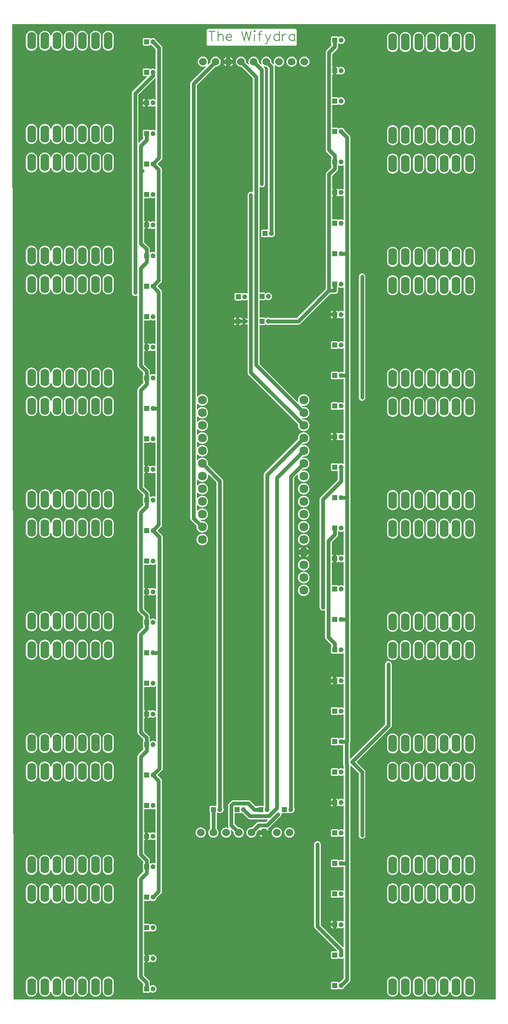
<source format=gtl>
G04 Layer: TopLayer*
G04 EasyEDA v6.5.34, 2023-08-01 23:06:14*
G04 37820599d03b44ba85b54b625c5d4239,e19817772a2549008f3c800b4464b236,10*
G04 Gerber Generator version 0.2*
G04 Scale: 100 percent, Rotated: No, Reflected: No *
G04 Dimensions in millimeters *
G04 leading zeros omitted , absolute positions ,4 integer and 5 decimal *
%FSLAX45Y45*%
%MOMM*%

%ADD10C,0.2032*%
%ADD11C,0.8000*%
%ADD12C,1.0000*%
%ADD13R,1.0000X1.0000*%
%ADD14C,1.5240*%
%ADD15C,1.7907*%
%ADD16O,1.7500092X3.4999930000000004*%
%ADD17C,0.6100*%
%ADD18C,0.0168*%

%LPD*%
G36*
X-4803140Y-8839200D02*
G01*
X-4807051Y-8838438D01*
X-4810302Y-8836202D01*
X-4812538Y-8832951D01*
X-4813300Y-8829040D01*
X-4813300Y-8724900D01*
X-4838700Y10683240D01*
X-4837938Y10687100D01*
X-4835702Y10690402D01*
X-4832400Y10692638D01*
X-4828540Y10693400D01*
X4841240Y10693400D01*
X4845151Y10692638D01*
X4848402Y10690402D01*
X4850638Y10687151D01*
X4851400Y10683240D01*
X4851400Y-8825484D01*
X4851704Y-8827058D01*
X4851603Y-8831529D01*
X4849622Y-8835491D01*
X4846066Y-8838234D01*
X4841748Y-8839200D01*
G37*

%LPC*%
G36*
X-3440988Y-8779510D02*
G01*
X-3426764Y-8779510D01*
X-3412642Y-8777732D01*
X-3398875Y-8774176D01*
X-3385616Y-8768943D01*
X-3373120Y-8762085D01*
X-3361588Y-8753703D01*
X-3351225Y-8743950D01*
X-3342132Y-8732977D01*
X-3334512Y-8720988D01*
X-3328466Y-8708085D01*
X-3324047Y-8694521D01*
X-3321405Y-8680551D01*
X-3320491Y-8666022D01*
X-3320491Y-8491677D01*
X-3321405Y-8477148D01*
X-3324047Y-8463127D01*
X-3328466Y-8449614D01*
X-3334512Y-8436711D01*
X-3342132Y-8424722D01*
X-3351225Y-8413750D01*
X-3361588Y-8403996D01*
X-3373120Y-8395614D01*
X-3385616Y-8388756D01*
X-3398875Y-8383524D01*
X-3412642Y-8379968D01*
X-3426764Y-8378190D01*
X-3440988Y-8378190D01*
X-3455111Y-8379968D01*
X-3468928Y-8383524D01*
X-3482187Y-8388756D01*
X-3494633Y-8395614D01*
X-3506165Y-8403996D01*
X-3516528Y-8413750D01*
X-3525621Y-8424722D01*
X-3533241Y-8436711D01*
X-3539337Y-8449614D01*
X-3543706Y-8463127D01*
X-3546398Y-8477148D01*
X-3547313Y-8491677D01*
X-3547313Y-8666022D01*
X-3546398Y-8680551D01*
X-3543706Y-8694521D01*
X-3539337Y-8708085D01*
X-3533241Y-8720988D01*
X-3525621Y-8732977D01*
X-3516528Y-8743950D01*
X-3506165Y-8753703D01*
X-3494633Y-8762085D01*
X-3482187Y-8768943D01*
X-3468928Y-8774176D01*
X-3455111Y-8777732D01*
G37*
G36*
X3298190Y-8779510D02*
G01*
X3312414Y-8779510D01*
X3326536Y-8777732D01*
X3340354Y-8774176D01*
X3353562Y-8768943D01*
X3366058Y-8762085D01*
X3377590Y-8753703D01*
X3387953Y-8743950D01*
X3397046Y-8732977D01*
X3404666Y-8720988D01*
X3410712Y-8708085D01*
X3415131Y-8694572D01*
X3417773Y-8680551D01*
X3418687Y-8666022D01*
X3418687Y-8491677D01*
X3417773Y-8477148D01*
X3415131Y-8463178D01*
X3410712Y-8449614D01*
X3404666Y-8436711D01*
X3397046Y-8424722D01*
X3387953Y-8413750D01*
X3377590Y-8403996D01*
X3366058Y-8395614D01*
X3353562Y-8388756D01*
X3340354Y-8383524D01*
X3326536Y-8379968D01*
X3312414Y-8378190D01*
X3298190Y-8378190D01*
X3284067Y-8379968D01*
X3270250Y-8383524D01*
X3257042Y-8388756D01*
X3244545Y-8395614D01*
X3233013Y-8403996D01*
X3222650Y-8413750D01*
X3213557Y-8424722D01*
X3205937Y-8436711D01*
X3199892Y-8449614D01*
X3195472Y-8463178D01*
X3192830Y-8477148D01*
X3191916Y-8491677D01*
X3191916Y-8666022D01*
X3192830Y-8680551D01*
X3195472Y-8694572D01*
X3199892Y-8708085D01*
X3205937Y-8720988D01*
X3213557Y-8732977D01*
X3222650Y-8743950D01*
X3233013Y-8753703D01*
X3244545Y-8762085D01*
X3257042Y-8768943D01*
X3270250Y-8774176D01*
X3284067Y-8777732D01*
G37*
G36*
X4314190Y-8779510D02*
G01*
X4328414Y-8779510D01*
X4342536Y-8777732D01*
X4356354Y-8774176D01*
X4369562Y-8768943D01*
X4382058Y-8762085D01*
X4393590Y-8753703D01*
X4403953Y-8743950D01*
X4413046Y-8732977D01*
X4420666Y-8720988D01*
X4426712Y-8708085D01*
X4431131Y-8694572D01*
X4433773Y-8680551D01*
X4434687Y-8666022D01*
X4434687Y-8491677D01*
X4433773Y-8477148D01*
X4431131Y-8463178D01*
X4426712Y-8449614D01*
X4420666Y-8436711D01*
X4413046Y-8424722D01*
X4403953Y-8413750D01*
X4393590Y-8403996D01*
X4382058Y-8395614D01*
X4369562Y-8388756D01*
X4356354Y-8383524D01*
X4342536Y-8379968D01*
X4328414Y-8378190D01*
X4314190Y-8378190D01*
X4300067Y-8379968D01*
X4286250Y-8383524D01*
X4273042Y-8388756D01*
X4260545Y-8395614D01*
X4249013Y-8403996D01*
X4238650Y-8413750D01*
X4229557Y-8424722D01*
X4221937Y-8436711D01*
X4215892Y-8449614D01*
X4211472Y-8463178D01*
X4208830Y-8477148D01*
X4207916Y-8491677D01*
X4207916Y-8666022D01*
X4208830Y-8680551D01*
X4211472Y-8694572D01*
X4215892Y-8708085D01*
X4221937Y-8720988D01*
X4229557Y-8732977D01*
X4238650Y-8743950D01*
X4249013Y-8753703D01*
X4260545Y-8762085D01*
X4273042Y-8768943D01*
X4286250Y-8774176D01*
X4300067Y-8777732D01*
G37*
G36*
X-2920288Y-8779510D02*
G01*
X-2906064Y-8779510D01*
X-2891942Y-8777732D01*
X-2878175Y-8774176D01*
X-2864916Y-8768943D01*
X-2852420Y-8762085D01*
X-2840888Y-8753703D01*
X-2830525Y-8743950D01*
X-2821432Y-8732977D01*
X-2813812Y-8720988D01*
X-2807766Y-8708085D01*
X-2803347Y-8694521D01*
X-2800705Y-8680551D01*
X-2799791Y-8666022D01*
X-2799791Y-8491677D01*
X-2800705Y-8477148D01*
X-2803347Y-8463127D01*
X-2807766Y-8449614D01*
X-2813812Y-8436711D01*
X-2821432Y-8424722D01*
X-2830525Y-8413750D01*
X-2840888Y-8403996D01*
X-2852420Y-8395614D01*
X-2864916Y-8388756D01*
X-2878175Y-8383524D01*
X-2891942Y-8379968D01*
X-2906064Y-8378190D01*
X-2920288Y-8378190D01*
X-2934411Y-8379968D01*
X-2948228Y-8383524D01*
X-2961487Y-8388756D01*
X-2973933Y-8395614D01*
X-2985465Y-8403996D01*
X-2995828Y-8413750D01*
X-3004921Y-8424722D01*
X-3012541Y-8436711D01*
X-3018637Y-8449614D01*
X-3023006Y-8463127D01*
X-3025698Y-8477148D01*
X-3026613Y-8491677D01*
X-3026613Y-8666022D01*
X-3025698Y-8680551D01*
X-3023006Y-8694521D01*
X-3018637Y-8708085D01*
X-3012541Y-8720988D01*
X-3004921Y-8732977D01*
X-2995828Y-8743950D01*
X-2985465Y-8753703D01*
X-2973933Y-8762085D01*
X-2961487Y-8768943D01*
X-2948228Y-8774176D01*
X-2934411Y-8777732D01*
G37*
G36*
X2777490Y-8779510D02*
G01*
X2791714Y-8779510D01*
X2805836Y-8777732D01*
X2819654Y-8774176D01*
X2832862Y-8768943D01*
X2845358Y-8762085D01*
X2856890Y-8753703D01*
X2867253Y-8743950D01*
X2876346Y-8732977D01*
X2883966Y-8720988D01*
X2890012Y-8708085D01*
X2894431Y-8694572D01*
X2897073Y-8680551D01*
X2897987Y-8666022D01*
X2897987Y-8491677D01*
X2897073Y-8477148D01*
X2894431Y-8463178D01*
X2890012Y-8449614D01*
X2883966Y-8436711D01*
X2876346Y-8424722D01*
X2867253Y-8413750D01*
X2856890Y-8403996D01*
X2845358Y-8395614D01*
X2832862Y-8388756D01*
X2819654Y-8383524D01*
X2805836Y-8379968D01*
X2791714Y-8378190D01*
X2777490Y-8378190D01*
X2763367Y-8379968D01*
X2749550Y-8383524D01*
X2736342Y-8388756D01*
X2723845Y-8395614D01*
X2712313Y-8403996D01*
X2701950Y-8413750D01*
X2692857Y-8424722D01*
X2685237Y-8436711D01*
X2679192Y-8449614D01*
X2674772Y-8463178D01*
X2672130Y-8477148D01*
X2671216Y-8491677D01*
X2671216Y-8666022D01*
X2672130Y-8680551D01*
X2674772Y-8694572D01*
X2679192Y-8708085D01*
X2685237Y-8720988D01*
X2692857Y-8732977D01*
X2701950Y-8743950D01*
X2712313Y-8753703D01*
X2723845Y-8762085D01*
X2736342Y-8768943D01*
X2749550Y-8774176D01*
X2763367Y-8777732D01*
G37*
G36*
X-3174288Y-8779510D02*
G01*
X-3160064Y-8779510D01*
X-3145942Y-8777732D01*
X-3132175Y-8774176D01*
X-3118916Y-8768943D01*
X-3106420Y-8762085D01*
X-3094888Y-8753703D01*
X-3084525Y-8743950D01*
X-3075432Y-8732977D01*
X-3067812Y-8720988D01*
X-3061766Y-8708085D01*
X-3057347Y-8694521D01*
X-3054705Y-8680551D01*
X-3053791Y-8666022D01*
X-3053791Y-8491677D01*
X-3054705Y-8477148D01*
X-3057347Y-8463127D01*
X-3061766Y-8449614D01*
X-3067812Y-8436711D01*
X-3075432Y-8424722D01*
X-3084525Y-8413750D01*
X-3094888Y-8403996D01*
X-3106420Y-8395614D01*
X-3118916Y-8388756D01*
X-3132175Y-8383524D01*
X-3145942Y-8379968D01*
X-3160064Y-8378190D01*
X-3174288Y-8378190D01*
X-3188411Y-8379968D01*
X-3202228Y-8383524D01*
X-3215487Y-8388756D01*
X-3227933Y-8395614D01*
X-3239465Y-8403996D01*
X-3249828Y-8413750D01*
X-3258921Y-8424722D01*
X-3266541Y-8436711D01*
X-3272637Y-8449614D01*
X-3277006Y-8463127D01*
X-3279698Y-8477148D01*
X-3280613Y-8491677D01*
X-3280613Y-8666022D01*
X-3279698Y-8680551D01*
X-3277006Y-8694521D01*
X-3272637Y-8708085D01*
X-3266541Y-8720988D01*
X-3258921Y-8732977D01*
X-3249828Y-8743950D01*
X-3239465Y-8753703D01*
X-3227933Y-8762085D01*
X-3215487Y-8768943D01*
X-3202228Y-8774176D01*
X-3188411Y-8777732D01*
G37*
G36*
X3031490Y-8779510D02*
G01*
X3045714Y-8779510D01*
X3059836Y-8777732D01*
X3073654Y-8774176D01*
X3086862Y-8768943D01*
X3099358Y-8762085D01*
X3110890Y-8753703D01*
X3121253Y-8743950D01*
X3130346Y-8732977D01*
X3137966Y-8720988D01*
X3144012Y-8708085D01*
X3148431Y-8694572D01*
X3151073Y-8680551D01*
X3151987Y-8666022D01*
X3151987Y-8491677D01*
X3151073Y-8477148D01*
X3148431Y-8463178D01*
X3144012Y-8449614D01*
X3137966Y-8436711D01*
X3130346Y-8424722D01*
X3121253Y-8413750D01*
X3110890Y-8403996D01*
X3099358Y-8395614D01*
X3086862Y-8388756D01*
X3073654Y-8383524D01*
X3059836Y-8379968D01*
X3045714Y-8378190D01*
X3031490Y-8378190D01*
X3017367Y-8379968D01*
X3003550Y-8383524D01*
X2990342Y-8388756D01*
X2977845Y-8395614D01*
X2966313Y-8403996D01*
X2955950Y-8413750D01*
X2946857Y-8424722D01*
X2939237Y-8436711D01*
X2933192Y-8449614D01*
X2928772Y-8463178D01*
X2926130Y-8477148D01*
X2925216Y-8491677D01*
X2925216Y-8666022D01*
X2926130Y-8680551D01*
X2928772Y-8694572D01*
X2933192Y-8708085D01*
X2939237Y-8720988D01*
X2946857Y-8732977D01*
X2955950Y-8743950D01*
X2966313Y-8753703D01*
X2977845Y-8762085D01*
X2990342Y-8768943D01*
X3003550Y-8774176D01*
X3017367Y-8777732D01*
G37*
G36*
X-3694988Y-8779510D02*
G01*
X-3680764Y-8779510D01*
X-3666642Y-8777732D01*
X-3652875Y-8774176D01*
X-3639616Y-8768943D01*
X-3627120Y-8762085D01*
X-3615588Y-8753703D01*
X-3605225Y-8743950D01*
X-3596132Y-8732977D01*
X-3588512Y-8720988D01*
X-3582466Y-8708085D01*
X-3578047Y-8694521D01*
X-3575405Y-8680551D01*
X-3574491Y-8666022D01*
X-3574491Y-8491677D01*
X-3575405Y-8477148D01*
X-3578047Y-8463127D01*
X-3582466Y-8449614D01*
X-3588512Y-8436711D01*
X-3596132Y-8424722D01*
X-3605225Y-8413750D01*
X-3615588Y-8403996D01*
X-3627120Y-8395614D01*
X-3639616Y-8388756D01*
X-3652875Y-8383524D01*
X-3666642Y-8379968D01*
X-3680764Y-8378190D01*
X-3694988Y-8378190D01*
X-3709111Y-8379968D01*
X-3722928Y-8383524D01*
X-3736187Y-8388756D01*
X-3748633Y-8395614D01*
X-3760165Y-8403996D01*
X-3770528Y-8413750D01*
X-3779621Y-8424722D01*
X-3787241Y-8436711D01*
X-3793337Y-8449614D01*
X-3797706Y-8463127D01*
X-3800398Y-8477148D01*
X-3801313Y-8491677D01*
X-3801313Y-8666022D01*
X-3800398Y-8680551D01*
X-3797706Y-8694521D01*
X-3793337Y-8708085D01*
X-3787241Y-8720988D01*
X-3779621Y-8732977D01*
X-3770528Y-8743950D01*
X-3760165Y-8753703D01*
X-3748633Y-8762085D01*
X-3736187Y-8768943D01*
X-3722928Y-8774176D01*
X-3709111Y-8777732D01*
G37*
G36*
X3552190Y-8779510D02*
G01*
X3566414Y-8779510D01*
X3580536Y-8777732D01*
X3594354Y-8774176D01*
X3607562Y-8768943D01*
X3620058Y-8762085D01*
X3631590Y-8753703D01*
X3641953Y-8743950D01*
X3651046Y-8732977D01*
X3658666Y-8720988D01*
X3664712Y-8708085D01*
X3669131Y-8694572D01*
X3671773Y-8680551D01*
X3672687Y-8666022D01*
X3672687Y-8491677D01*
X3671773Y-8477148D01*
X3669131Y-8463178D01*
X3664712Y-8449614D01*
X3658666Y-8436711D01*
X3651046Y-8424722D01*
X3641953Y-8413750D01*
X3631590Y-8403996D01*
X3620058Y-8395614D01*
X3607562Y-8388756D01*
X3594354Y-8383524D01*
X3580536Y-8379968D01*
X3566414Y-8378190D01*
X3552190Y-8378190D01*
X3538067Y-8379968D01*
X3524250Y-8383524D01*
X3511042Y-8388756D01*
X3498545Y-8395614D01*
X3487013Y-8403996D01*
X3476650Y-8413750D01*
X3467557Y-8424722D01*
X3459937Y-8436711D01*
X3453892Y-8449614D01*
X3449472Y-8463178D01*
X3446830Y-8477148D01*
X3445916Y-8491677D01*
X3445916Y-8666022D01*
X3446830Y-8680551D01*
X3449472Y-8694572D01*
X3453892Y-8708085D01*
X3459937Y-8720988D01*
X3467557Y-8732977D01*
X3476650Y-8743950D01*
X3487013Y-8753703D01*
X3498545Y-8762085D01*
X3511042Y-8768943D01*
X3524250Y-8774176D01*
X3538067Y-8777732D01*
G37*
G36*
X-4456988Y-8779510D02*
G01*
X-4442764Y-8779510D01*
X-4428642Y-8777732D01*
X-4414875Y-8774176D01*
X-4401616Y-8768943D01*
X-4389120Y-8762085D01*
X-4377588Y-8753703D01*
X-4367225Y-8743950D01*
X-4358132Y-8732977D01*
X-4350512Y-8720988D01*
X-4344466Y-8708085D01*
X-4340047Y-8694521D01*
X-4337405Y-8680551D01*
X-4336491Y-8666022D01*
X-4336491Y-8491677D01*
X-4337405Y-8477148D01*
X-4340047Y-8463127D01*
X-4344466Y-8449614D01*
X-4350512Y-8436711D01*
X-4358132Y-8424722D01*
X-4367225Y-8413750D01*
X-4377588Y-8403996D01*
X-4389120Y-8395614D01*
X-4401616Y-8388756D01*
X-4414875Y-8383524D01*
X-4428642Y-8379968D01*
X-4442764Y-8378190D01*
X-4456988Y-8378190D01*
X-4471111Y-8379968D01*
X-4484928Y-8383524D01*
X-4498187Y-8388756D01*
X-4510633Y-8395614D01*
X-4522165Y-8403996D01*
X-4532528Y-8413750D01*
X-4541621Y-8424722D01*
X-4549241Y-8436711D01*
X-4555337Y-8449614D01*
X-4559706Y-8463127D01*
X-4562398Y-8477148D01*
X-4563313Y-8491677D01*
X-4563313Y-8666022D01*
X-4562398Y-8680551D01*
X-4559706Y-8694521D01*
X-4555337Y-8708085D01*
X-4549241Y-8720988D01*
X-4541621Y-8732977D01*
X-4532528Y-8743950D01*
X-4522165Y-8753703D01*
X-4510633Y-8762085D01*
X-4498187Y-8768943D01*
X-4484928Y-8774176D01*
X-4471111Y-8777732D01*
G37*
G36*
X-4190288Y-8779510D02*
G01*
X-4176064Y-8779510D01*
X-4161942Y-8777732D01*
X-4148175Y-8774176D01*
X-4134916Y-8768943D01*
X-4122420Y-8762085D01*
X-4110888Y-8753703D01*
X-4100525Y-8743950D01*
X-4091432Y-8732977D01*
X-4083812Y-8720988D01*
X-4077766Y-8708085D01*
X-4073347Y-8694521D01*
X-4072534Y-8690102D01*
X-4071010Y-8686444D01*
X-4068216Y-8683599D01*
X-4064508Y-8682075D01*
X-4060545Y-8682075D01*
X-4056887Y-8683599D01*
X-4054043Y-8686444D01*
X-4052570Y-8690102D01*
X-4051706Y-8694521D01*
X-4047337Y-8708085D01*
X-4041241Y-8720988D01*
X-4033621Y-8732977D01*
X-4024528Y-8743950D01*
X-4014165Y-8753703D01*
X-4002633Y-8762085D01*
X-3990187Y-8768943D01*
X-3976928Y-8774176D01*
X-3963111Y-8777732D01*
X-3948988Y-8779510D01*
X-3934764Y-8779510D01*
X-3920642Y-8777732D01*
X-3906875Y-8774176D01*
X-3893616Y-8768943D01*
X-3881120Y-8762085D01*
X-3869588Y-8753703D01*
X-3859225Y-8743950D01*
X-3850132Y-8732977D01*
X-3842512Y-8720988D01*
X-3836466Y-8708085D01*
X-3832047Y-8694521D01*
X-3829405Y-8680551D01*
X-3828491Y-8666022D01*
X-3828491Y-8491677D01*
X-3829405Y-8477148D01*
X-3832047Y-8463127D01*
X-3836466Y-8449614D01*
X-3842512Y-8436711D01*
X-3850132Y-8424722D01*
X-3859225Y-8413750D01*
X-3869588Y-8403996D01*
X-3881120Y-8395614D01*
X-3893616Y-8388756D01*
X-3906875Y-8383524D01*
X-3920642Y-8379968D01*
X-3934764Y-8378190D01*
X-3948988Y-8378190D01*
X-3963111Y-8379968D01*
X-3976928Y-8383524D01*
X-3990187Y-8388756D01*
X-4002633Y-8395614D01*
X-4014165Y-8403996D01*
X-4024528Y-8413750D01*
X-4033621Y-8424722D01*
X-4041241Y-8436711D01*
X-4047337Y-8449614D01*
X-4051706Y-8463127D01*
X-4052570Y-8467598D01*
X-4054043Y-8471255D01*
X-4056887Y-8474100D01*
X-4060545Y-8475624D01*
X-4064508Y-8475624D01*
X-4068216Y-8474100D01*
X-4071010Y-8471255D01*
X-4072534Y-8467598D01*
X-4073347Y-8463127D01*
X-4077766Y-8449614D01*
X-4083812Y-8436711D01*
X-4091432Y-8424722D01*
X-4100525Y-8413750D01*
X-4110888Y-8403996D01*
X-4122420Y-8395614D01*
X-4134916Y-8388756D01*
X-4148175Y-8383524D01*
X-4161942Y-8379968D01*
X-4176064Y-8378190D01*
X-4190288Y-8378190D01*
X-4204411Y-8379968D01*
X-4218228Y-8383524D01*
X-4231487Y-8388756D01*
X-4243933Y-8395614D01*
X-4255465Y-8403996D01*
X-4265828Y-8413750D01*
X-4274921Y-8424722D01*
X-4282541Y-8436711D01*
X-4288637Y-8449614D01*
X-4293006Y-8463127D01*
X-4295698Y-8477148D01*
X-4296613Y-8491677D01*
X-4296613Y-8666022D01*
X-4295698Y-8680551D01*
X-4293006Y-8694521D01*
X-4288637Y-8708085D01*
X-4282541Y-8720988D01*
X-4274921Y-8732977D01*
X-4265828Y-8743950D01*
X-4255465Y-8753703D01*
X-4243933Y-8762085D01*
X-4231487Y-8768943D01*
X-4218228Y-8774176D01*
X-4204411Y-8777732D01*
G37*
G36*
X3806190Y-8779510D02*
G01*
X3820414Y-8779510D01*
X3834536Y-8777732D01*
X3848354Y-8774176D01*
X3861562Y-8768943D01*
X3874058Y-8762085D01*
X3885590Y-8753703D01*
X3895953Y-8743950D01*
X3905046Y-8732977D01*
X3912666Y-8720988D01*
X3918712Y-8708085D01*
X3923131Y-8694572D01*
X3923995Y-8690102D01*
X3925468Y-8686444D01*
X3928262Y-8683599D01*
X3931970Y-8682075D01*
X3935933Y-8682075D01*
X3939641Y-8683599D01*
X3942435Y-8686444D01*
X3943908Y-8690102D01*
X3944772Y-8694572D01*
X3949192Y-8708085D01*
X3955237Y-8720988D01*
X3962857Y-8732977D01*
X3971950Y-8743950D01*
X3982313Y-8753703D01*
X3993845Y-8762085D01*
X4006342Y-8768943D01*
X4019550Y-8774176D01*
X4033367Y-8777732D01*
X4047490Y-8779510D01*
X4061714Y-8779510D01*
X4075836Y-8777732D01*
X4089654Y-8774176D01*
X4102862Y-8768943D01*
X4115358Y-8762085D01*
X4126890Y-8753703D01*
X4137253Y-8743950D01*
X4146346Y-8732977D01*
X4153966Y-8720988D01*
X4160012Y-8708085D01*
X4164431Y-8694572D01*
X4167073Y-8680551D01*
X4167987Y-8666022D01*
X4167987Y-8491677D01*
X4167073Y-8477148D01*
X4164431Y-8463178D01*
X4160012Y-8449614D01*
X4153966Y-8436711D01*
X4146346Y-8424722D01*
X4137253Y-8413750D01*
X4126890Y-8403996D01*
X4115358Y-8395614D01*
X4102862Y-8388756D01*
X4089654Y-8383524D01*
X4075836Y-8379968D01*
X4061714Y-8378190D01*
X4047490Y-8378190D01*
X4033367Y-8379968D01*
X4019550Y-8383524D01*
X4006342Y-8388756D01*
X3993845Y-8395614D01*
X3982313Y-8403996D01*
X3971950Y-8413750D01*
X3962857Y-8424722D01*
X3955237Y-8436711D01*
X3949192Y-8449614D01*
X3944772Y-8463178D01*
X3943908Y-8467598D01*
X3942435Y-8471255D01*
X3939641Y-8474100D01*
X3935933Y-8475624D01*
X3931970Y-8475624D01*
X3928262Y-8474100D01*
X3925468Y-8471255D01*
X3923995Y-8467598D01*
X3923131Y-8463178D01*
X3918712Y-8449614D01*
X3912666Y-8436711D01*
X3905046Y-8424722D01*
X3895953Y-8413750D01*
X3885590Y-8403996D01*
X3874058Y-8395614D01*
X3861562Y-8388756D01*
X3848354Y-8383524D01*
X3834536Y-8379968D01*
X3820414Y-8378190D01*
X3806190Y-8378190D01*
X3792067Y-8379968D01*
X3778250Y-8383524D01*
X3765042Y-8388756D01*
X3752545Y-8395614D01*
X3741013Y-8403996D01*
X3730650Y-8413750D01*
X3721557Y-8424722D01*
X3713937Y-8436711D01*
X3707892Y-8449614D01*
X3703472Y-8463178D01*
X3700830Y-8477148D01*
X3699916Y-8491677D01*
X3699916Y-8666022D01*
X3700830Y-8680551D01*
X3703472Y-8694572D01*
X3707892Y-8708085D01*
X3713937Y-8720988D01*
X3721557Y-8732977D01*
X3730650Y-8743950D01*
X3741013Y-8753703D01*
X3752545Y-8762085D01*
X3765042Y-8768943D01*
X3778250Y-8774176D01*
X3792067Y-8777732D01*
G37*
G36*
X-2195728Y-8700414D02*
G01*
X-2096871Y-8700414D01*
X-2090572Y-8699703D01*
X-2085086Y-8697823D01*
X-2080209Y-8694724D01*
X-2073046Y-8687409D01*
X-2069134Y-8685784D01*
X-2064969Y-8685936D01*
X-2050338Y-8693759D01*
X-2039416Y-8697671D01*
X-2027986Y-8699906D01*
X-2016404Y-8700363D01*
X-2004872Y-8698992D01*
X-1993646Y-8695944D01*
X-1983028Y-8691168D01*
X-1973325Y-8684869D01*
X-1964639Y-8677148D01*
X-1957222Y-8668156D01*
X-1951278Y-8658199D01*
X-1946960Y-8647430D01*
X-1944319Y-8636101D01*
X-1943404Y-8624519D01*
X-1944319Y-8612936D01*
X-1946960Y-8601608D01*
X-1951278Y-8590838D01*
X-1957222Y-8580882D01*
X-1964639Y-8571890D01*
X-1973325Y-8564168D01*
X-1983028Y-8557869D01*
X-1993646Y-8553094D01*
X-2004872Y-8550046D01*
X-2016404Y-8548725D01*
X-2027986Y-8549132D01*
X-2039416Y-8551367D01*
X-2050338Y-8555278D01*
X-2064613Y-8563000D01*
X-2068372Y-8563356D01*
X-2072030Y-8562238D01*
X-2075027Y-8559901D01*
X-2077923Y-8556548D01*
X-2079752Y-8553450D01*
X-2080412Y-8549894D01*
X-2080412Y-8494877D01*
X-2081225Y-8484158D01*
X-2083663Y-8474100D01*
X-2087625Y-8464550D01*
X-2093010Y-8455761D01*
X-2099970Y-8447582D01*
X-2192832Y-8354771D01*
X-2195017Y-8351469D01*
X-2195779Y-8347557D01*
X-2195779Y-8098739D01*
X-2195017Y-8094878D01*
X-2192832Y-8091576D01*
X-2189530Y-8089341D01*
X-2185619Y-8088579D01*
X-2177643Y-8088579D01*
X-2177643Y-8044027D01*
X-2185619Y-8044027D01*
X-2189530Y-8043265D01*
X-2192832Y-8041030D01*
X-2195017Y-8037779D01*
X-2195779Y-8033867D01*
X-2195779Y-7991500D01*
X-2195017Y-7987588D01*
X-2192832Y-7984286D01*
X-2189530Y-7982102D01*
X-2185619Y-7981340D01*
X-2177643Y-7981340D01*
X-2177643Y-7936788D01*
X-2185619Y-7936788D01*
X-2189530Y-7935975D01*
X-2192832Y-7933791D01*
X-2195017Y-7930489D01*
X-2195779Y-7926628D01*
X-2195779Y-7486903D01*
X-2195017Y-7482992D01*
X-2192832Y-7479690D01*
X-2189530Y-7477506D01*
X-2185619Y-7476744D01*
X-2096871Y-7476744D01*
X-2090572Y-7476032D01*
X-2085086Y-7474102D01*
X-2080209Y-7471054D01*
X-2073046Y-7463688D01*
X-2069134Y-7462113D01*
X-2064969Y-7462215D01*
X-2050338Y-7470089D01*
X-2039416Y-7474000D01*
X-2027986Y-7476185D01*
X-2016404Y-7476642D01*
X-2004872Y-7475321D01*
X-1993646Y-7472222D01*
X-1983028Y-7467498D01*
X-1973325Y-7461148D01*
X-1964639Y-7453426D01*
X-1957222Y-7444486D01*
X-1951278Y-7434478D01*
X-1946960Y-7423708D01*
X-1944319Y-7412431D01*
X-1943404Y-7400848D01*
X-1944319Y-7389266D01*
X-1946960Y-7377938D01*
X-1951278Y-7367168D01*
X-1957222Y-7357160D01*
X-1964639Y-7348220D01*
X-1973325Y-7340498D01*
X-1983028Y-7334148D01*
X-1993646Y-7329424D01*
X-2004872Y-7326325D01*
X-2016404Y-7325004D01*
X-2027986Y-7325461D01*
X-2039416Y-7327646D01*
X-2050338Y-7331608D01*
X-2064969Y-7339431D01*
X-2069134Y-7339533D01*
X-2073046Y-7337958D01*
X-2080209Y-7330643D01*
X-2085086Y-7327544D01*
X-2090572Y-7325614D01*
X-2096871Y-7324902D01*
X-2185619Y-7324902D01*
X-2189530Y-7324140D01*
X-2192832Y-7321956D01*
X-2195017Y-7318654D01*
X-2195779Y-7314742D01*
X-2195779Y-6875068D01*
X-2195017Y-6871157D01*
X-2192832Y-6867855D01*
X-2189530Y-6865670D01*
X-2185619Y-6864908D01*
X-2096871Y-6864908D01*
X-2090572Y-6864197D01*
X-2085086Y-6862267D01*
X-2080209Y-6859168D01*
X-2073046Y-6851853D01*
X-2069134Y-6850278D01*
X-2064969Y-6850380D01*
X-2050338Y-6858203D01*
X-2039416Y-6862165D01*
X-2027986Y-6864350D01*
X-2016404Y-6864807D01*
X-2004872Y-6863486D01*
X-1993646Y-6860387D01*
X-1983028Y-6855663D01*
X-1973325Y-6849313D01*
X-1964639Y-6841591D01*
X-1957222Y-6832650D01*
X-1951329Y-6822694D01*
X-1946554Y-6810654D01*
X-1944268Y-6807200D01*
X-1856943Y-6719824D01*
X-1849932Y-6711645D01*
X-1844548Y-6702856D01*
X-1840585Y-6693306D01*
X-1838198Y-6683248D01*
X-1837334Y-6672529D01*
X-1837334Y-4458055D01*
X-1838198Y-4447336D01*
X-1840585Y-4437278D01*
X-1844548Y-4427728D01*
X-1849932Y-4418939D01*
X-1856943Y-4410760D01*
X-1918919Y-4348784D01*
X-1921103Y-4345482D01*
X-1921865Y-4341622D01*
X-1921103Y-4337710D01*
X-1918919Y-4334408D01*
X-1841652Y-4257141D01*
X-1834642Y-4248962D01*
X-1829257Y-4240174D01*
X-1825294Y-4230624D01*
X-1822907Y-4220565D01*
X-1822043Y-4209846D01*
X-1822043Y421436D01*
X-1822907Y432104D01*
X-1825294Y442163D01*
X-1829257Y451713D01*
X-1834642Y460552D01*
X-1841652Y468680D01*
X-1918919Y545998D01*
X-1921103Y549249D01*
X-1921865Y553161D01*
X-1921103Y557072D01*
X-1918919Y560324D01*
X-1857298Y621995D01*
X-1850288Y630123D01*
X-1844903Y638962D01*
X-1840941Y648512D01*
X-1838553Y658571D01*
X-1837689Y669239D01*
X-1837689Y5331866D01*
X-1838553Y5342534D01*
X-1840941Y5352592D01*
X-1844903Y5362143D01*
X-1850288Y5370982D01*
X-1857298Y5379110D01*
X-1918919Y5440781D01*
X-1921103Y5444032D01*
X-1921865Y5447944D01*
X-1921103Y5451856D01*
X-1918919Y5455107D01*
X-1857552Y5516473D01*
X-1850593Y5524652D01*
X-1845208Y5533440D01*
X-1841246Y5542991D01*
X-1838807Y5553049D01*
X-1837994Y5563768D01*
X-1837994Y7779512D01*
X-1838807Y7790230D01*
X-1841246Y7800289D01*
X-1845208Y7809839D01*
X-1850593Y7818628D01*
X-1857552Y7826806D01*
X-1918919Y7888173D01*
X-1921103Y7891424D01*
X-1921865Y7895336D01*
X-1921103Y7899247D01*
X-1918919Y7902498D01*
X-1849424Y7971993D01*
X-1842465Y7980172D01*
X-1837080Y7988960D01*
X-1833118Y7998510D01*
X-1830679Y8008569D01*
X-1829866Y8019288D01*
X-1829866Y10218775D01*
X-1830679Y10229494D01*
X-1833118Y10239552D01*
X-1837080Y10249103D01*
X-1842465Y10257891D01*
X-1849424Y10266070D01*
X-1944268Y10360914D01*
X-1946554Y10364368D01*
X-1951329Y10376408D01*
X-1957222Y10386364D01*
X-1964639Y10395356D01*
X-1973325Y10403078D01*
X-1983028Y10409377D01*
X-1993646Y10414152D01*
X-2004872Y10417200D01*
X-2016404Y10418521D01*
X-2027986Y10418114D01*
X-2039416Y10415879D01*
X-2050338Y10411968D01*
X-2064969Y10404144D01*
X-2069134Y10403992D01*
X-2073046Y10405567D01*
X-2080209Y10412933D01*
X-2085086Y10415981D01*
X-2090572Y10417911D01*
X-2096871Y10418622D01*
X-2195728Y10418622D01*
X-2202027Y10417911D01*
X-2207514Y10415981D01*
X-2212390Y10412933D01*
X-2216505Y10408818D01*
X-2219604Y10403941D01*
X-2221484Y10398455D01*
X-2222195Y10392156D01*
X-2222195Y10293299D01*
X-2221484Y10286949D01*
X-2219604Y10281513D01*
X-2216505Y10276586D01*
X-2212390Y10272522D01*
X-2207514Y10269423D01*
X-2202027Y10267543D01*
X-2195728Y10266832D01*
X-2096871Y10266832D01*
X-2090572Y10267543D01*
X-2085086Y10269423D01*
X-2080209Y10272522D01*
X-2073046Y10279837D01*
X-2069134Y10281412D01*
X-2064969Y10281310D01*
X-2050338Y10273487D01*
X-2041448Y10270286D01*
X-2037689Y10267899D01*
X-1964639Y10194848D01*
X-1962454Y10191546D01*
X-1961642Y10187686D01*
X-1961642Y9802368D01*
X-1962607Y9798151D01*
X-1965198Y9794697D01*
X-1968957Y9792614D01*
X-1973275Y9792309D01*
X-1977339Y9793833D01*
X-1983028Y9797542D01*
X-1993646Y9802266D01*
X-2004872Y9805365D01*
X-2016404Y9806686D01*
X-2027986Y9806228D01*
X-2039416Y9804044D01*
X-2050338Y9800132D01*
X-2064969Y9792258D01*
X-2069134Y9792157D01*
X-2073046Y9793732D01*
X-2080209Y9801098D01*
X-2085086Y9804146D01*
X-2090572Y9806076D01*
X-2096871Y9806787D01*
X-2195728Y9806787D01*
X-2202027Y9806076D01*
X-2207514Y9804146D01*
X-2212390Y9801098D01*
X-2216505Y9796983D01*
X-2219604Y9792106D01*
X-2221484Y9786620D01*
X-2222195Y9780320D01*
X-2222195Y9681464D01*
X-2221484Y9675114D01*
X-2219604Y9669678D01*
X-2216505Y9664750D01*
X-2212390Y9660686D01*
X-2207514Y9657588D01*
X-2202027Y9655657D01*
X-2195728Y9654946D01*
X-2147468Y9654946D01*
X-2143607Y9654184D01*
X-2140305Y9652000D01*
X-2138070Y9648698D01*
X-2137308Y9644786D01*
X-2138070Y9640925D01*
X-2140305Y9637623D01*
X-2421128Y9356750D01*
X-2428138Y9348622D01*
X-2433523Y9339783D01*
X-2437485Y9330232D01*
X-2439873Y9320174D01*
X-2440736Y9309506D01*
X-2440736Y5319877D01*
X-2439873Y5309158D01*
X-2437485Y5299100D01*
X-2433523Y5289550D01*
X-2428138Y5280761D01*
X-2421382Y5272887D01*
X-2413558Y5266182D01*
X-2404719Y5260797D01*
X-2395169Y5256834D01*
X-2385110Y5254396D01*
X-2374798Y5253583D01*
X-2364536Y5254396D01*
X-2354478Y5256834D01*
X-2344928Y5260797D01*
X-2343048Y5261914D01*
X-2339035Y5263337D01*
X-2334768Y5262930D01*
X-2331059Y5260848D01*
X-2328519Y5257444D01*
X-2327605Y5253228D01*
X-2327605Y3858260D01*
X-2326741Y3847541D01*
X-2324354Y3837482D01*
X-2320391Y3827932D01*
X-2315006Y3819144D01*
X-2307996Y3810965D01*
X-2215184Y3718153D01*
X-2213000Y3714851D01*
X-2212187Y3710940D01*
X-2212187Y3687013D01*
X-2213000Y3683152D01*
X-2215184Y3679850D01*
X-2216505Y3678529D01*
X-2219604Y3673601D01*
X-2221484Y3668166D01*
X-2222195Y3661816D01*
X-2222195Y3562959D01*
X-2221484Y3556660D01*
X-2219604Y3551174D01*
X-2216505Y3546297D01*
X-2215184Y3544976D01*
X-2213000Y3541674D01*
X-2212187Y3537762D01*
X-2212187Y3513836D01*
X-2213000Y3509975D01*
X-2215184Y3506673D01*
X-2307996Y3413810D01*
X-2315006Y3405682D01*
X-2320391Y3396843D01*
X-2324354Y3387293D01*
X-2326741Y3377234D01*
X-2327605Y3366566D01*
X-2327605Y1410868D01*
X-2326741Y1400149D01*
X-2324354Y1390091D01*
X-2320391Y1380540D01*
X-2315006Y1371752D01*
X-2307996Y1363573D01*
X-2215184Y1270762D01*
X-2213000Y1267460D01*
X-2212187Y1263548D01*
X-2212187Y1239621D01*
X-2213000Y1235760D01*
X-2215184Y1232458D01*
X-2216505Y1231138D01*
X-2219604Y1226210D01*
X-2221484Y1220774D01*
X-2222195Y1214424D01*
X-2222195Y1115568D01*
X-2221484Y1109268D01*
X-2219604Y1103782D01*
X-2216505Y1098905D01*
X-2215184Y1097584D01*
X-2213000Y1094282D01*
X-2212187Y1090371D01*
X-2212187Y1066444D01*
X-2213000Y1062583D01*
X-2215184Y1059281D01*
X-2307996Y966419D01*
X-2315006Y958291D01*
X-2320391Y949452D01*
X-2324354Y939901D01*
X-2326741Y929843D01*
X-2327605Y919175D01*
X-2327605Y-1036523D01*
X-2326741Y-1047242D01*
X-2324354Y-1057300D01*
X-2320391Y-1066850D01*
X-2315006Y-1075639D01*
X-2307996Y-1083818D01*
X-2215184Y-1176629D01*
X-2213000Y-1179931D01*
X-2212187Y-1183843D01*
X-2212187Y-1207770D01*
X-2213000Y-1211630D01*
X-2215184Y-1214932D01*
X-2216505Y-1216253D01*
X-2219604Y-1221181D01*
X-2221484Y-1226616D01*
X-2222195Y-1232966D01*
X-2222195Y-1331823D01*
X-2221484Y-1338122D01*
X-2219604Y-1343609D01*
X-2216505Y-1348486D01*
X-2215184Y-1349806D01*
X-2213000Y-1353108D01*
X-2212187Y-1356969D01*
X-2212187Y-1380947D01*
X-2213000Y-1384808D01*
X-2215184Y-1388110D01*
X-2308047Y-1480972D01*
X-2315006Y-1489151D01*
X-2320391Y-1497939D01*
X-2324354Y-1507490D01*
X-2326792Y-1517548D01*
X-2327605Y-1528267D01*
X-2327605Y-3483864D01*
X-2326792Y-3494582D01*
X-2324354Y-3504641D01*
X-2320391Y-3514191D01*
X-2315006Y-3522979D01*
X-2308047Y-3531158D01*
X-2215184Y-3624021D01*
X-2213000Y-3627323D01*
X-2212187Y-3631184D01*
X-2212187Y-3655110D01*
X-2213000Y-3659022D01*
X-2215184Y-3662324D01*
X-2216505Y-3663645D01*
X-2219604Y-3668522D01*
X-2221484Y-3674008D01*
X-2222195Y-3680307D01*
X-2222195Y-3779164D01*
X-2221484Y-3785514D01*
X-2219604Y-3790950D01*
X-2216505Y-3795877D01*
X-2215184Y-3797198D01*
X-2213000Y-3800500D01*
X-2212187Y-3804361D01*
X-2212187Y-3828287D01*
X-2213000Y-3832199D01*
X-2215184Y-3835501D01*
X-2307996Y-3928313D01*
X-2315006Y-3936492D01*
X-2320391Y-3945280D01*
X-2324354Y-3954830D01*
X-2326741Y-3964889D01*
X-2327605Y-3975608D01*
X-2327605Y-5931306D01*
X-2326741Y-5941974D01*
X-2324354Y-5952032D01*
X-2320391Y-5961583D01*
X-2315006Y-5970422D01*
X-2307996Y-5978550D01*
X-2215184Y-6071412D01*
X-2213000Y-6074714D01*
X-2212187Y-6078575D01*
X-2212187Y-6102502D01*
X-2213000Y-6106414D01*
X-2215184Y-6109716D01*
X-2216505Y-6111036D01*
X-2219604Y-6115913D01*
X-2221484Y-6121400D01*
X-2222195Y-6127699D01*
X-2222195Y-6226556D01*
X-2221484Y-6232906D01*
X-2219604Y-6238341D01*
X-2216505Y-6243269D01*
X-2215184Y-6244590D01*
X-2213000Y-6247841D01*
X-2212187Y-6251752D01*
X-2212187Y-6275679D01*
X-2213000Y-6279591D01*
X-2215184Y-6282893D01*
X-2307996Y-6375704D01*
X-2315006Y-6383883D01*
X-2320391Y-6392672D01*
X-2324354Y-6402222D01*
X-2326741Y-6412280D01*
X-2327605Y-6422999D01*
X-2327605Y-8378698D01*
X-2326741Y-8389366D01*
X-2324354Y-8399424D01*
X-2320391Y-8408974D01*
X-2315006Y-8417814D01*
X-2307996Y-8425942D01*
X-2215184Y-8518804D01*
X-2213000Y-8522106D01*
X-2212187Y-8525967D01*
X-2212187Y-8549894D01*
X-2213000Y-8553805D01*
X-2215184Y-8557107D01*
X-2216505Y-8558428D01*
X-2219604Y-8563305D01*
X-2221484Y-8568791D01*
X-2222195Y-8575090D01*
X-2222195Y-8673947D01*
X-2221484Y-8680297D01*
X-2219604Y-8685733D01*
X-2216505Y-8690660D01*
X-2212390Y-8694724D01*
X-2207514Y-8697823D01*
X-2202027Y-8699703D01*
G37*
G36*
X1576171Y-8631936D02*
G01*
X1675028Y-8631936D01*
X1681327Y-8631224D01*
X1686814Y-8629345D01*
X1691690Y-8626246D01*
X1698853Y-8618931D01*
X1702765Y-8617305D01*
X1706930Y-8617458D01*
X1721561Y-8625281D01*
X1732483Y-8629192D01*
X1743913Y-8631428D01*
X1755495Y-8631885D01*
X1767027Y-8630513D01*
X1778254Y-8627465D01*
X1788871Y-8622690D01*
X1798574Y-8616391D01*
X1807260Y-8608669D01*
X1814677Y-8599678D01*
X1820570Y-8589721D01*
X1825345Y-8577681D01*
X1827631Y-8574227D01*
X1918614Y-8483193D01*
X1925624Y-8475065D01*
X1931009Y-8466226D01*
X1934972Y-8456676D01*
X1937359Y-8446617D01*
X1938223Y-8435949D01*
X1938223Y-4167479D01*
X1938985Y-4163568D01*
X1941169Y-4160265D01*
X1944471Y-4158081D01*
X1948383Y-4157319D01*
X1952243Y-4158081D01*
X1955546Y-4160265D01*
X2103628Y-4308348D01*
X2105812Y-4311650D01*
X2106625Y-4315510D01*
X2106625Y-5548020D01*
X2107438Y-5558688D01*
X2109876Y-5568746D01*
X2113838Y-5578297D01*
X2119223Y-5587136D01*
X2125929Y-5594959D01*
X2133803Y-5601716D01*
X2142591Y-5607100D01*
X2152142Y-5611063D01*
X2162200Y-5613450D01*
X2172512Y-5614263D01*
X2182825Y-5613450D01*
X2192883Y-5611063D01*
X2202434Y-5607100D01*
X2211222Y-5601716D01*
X2219096Y-5594959D01*
X2225802Y-5587136D01*
X2231186Y-5578297D01*
X2235149Y-5568746D01*
X2237587Y-5558688D01*
X2238400Y-5548020D01*
X2238400Y-4284421D01*
X2237587Y-4273702D01*
X2235149Y-4263644D01*
X2231186Y-4254093D01*
X2225802Y-4245305D01*
X2218842Y-4237126D01*
X2068271Y-4086555D01*
X2066086Y-4083304D01*
X2065324Y-4079392D01*
X2066086Y-4075480D01*
X2068271Y-4072229D01*
X2746654Y-3393795D01*
X2753664Y-3385667D01*
X2759049Y-3376828D01*
X2763012Y-3367278D01*
X2765399Y-3357219D01*
X2766263Y-3346551D01*
X2766263Y-2123490D01*
X2765399Y-2112772D01*
X2763012Y-2102713D01*
X2759049Y-2093163D01*
X2753664Y-2084374D01*
X2746908Y-2076500D01*
X2739085Y-2069795D01*
X2730246Y-2064410D01*
X2720695Y-2060448D01*
X2710637Y-2058009D01*
X2700375Y-2057196D01*
X2690063Y-2058009D01*
X2680004Y-2060448D01*
X2670454Y-2064410D01*
X2661615Y-2069795D01*
X2653792Y-2076500D01*
X2647035Y-2084374D01*
X2641650Y-2093163D01*
X2637688Y-2102713D01*
X2635300Y-2112772D01*
X2634437Y-2123490D01*
X2634437Y-3315411D01*
X2633675Y-3319322D01*
X2631490Y-3322624D01*
X1945741Y-4008323D01*
X1942439Y-4010507D01*
X1938578Y-4011269D01*
X1934667Y-4010507D01*
X1931365Y-4008323D01*
X1929180Y-4005021D01*
X1928418Y-4001109D01*
X1928418Y-3697579D01*
X1928774Y-3694836D01*
X1931009Y-3690467D01*
X1934972Y-3680917D01*
X1937359Y-3670858D01*
X1938223Y-3660190D01*
X1938223Y8423656D01*
X1937359Y8434374D01*
X1934972Y8444433D01*
X1931009Y8453983D01*
X1925624Y8462772D01*
X1918614Y8470950D01*
X1827631Y8561984D01*
X1825345Y8565438D01*
X1820570Y8577478D01*
X1814677Y8587435D01*
X1807260Y8596376D01*
X1798574Y8604097D01*
X1788871Y8610447D01*
X1778254Y8615172D01*
X1767027Y8618270D01*
X1755495Y8619591D01*
X1743913Y8619134D01*
X1732483Y8616950D01*
X1721561Y8613038D01*
X1706930Y8605164D01*
X1702765Y8605062D01*
X1698853Y8606637D01*
X1691690Y8614003D01*
X1686814Y8617051D01*
X1681327Y8618982D01*
X1675028Y8619693D01*
X1586179Y8619693D01*
X1582318Y8620455D01*
X1579016Y8622639D01*
X1576832Y8625941D01*
X1576019Y8629853D01*
X1576019Y9068409D01*
X1576832Y9072321D01*
X1579016Y9075623D01*
X1582318Y9077807D01*
X1586179Y9078569D01*
X1675028Y9078569D01*
X1681327Y9079280D01*
X1686814Y9081211D01*
X1691690Y9084259D01*
X1698853Y9091625D01*
X1702765Y9093200D01*
X1706930Y9093098D01*
X1721561Y9085224D01*
X1732483Y9081312D01*
X1743913Y9079128D01*
X1755495Y9078671D01*
X1767027Y9079992D01*
X1778254Y9083090D01*
X1788871Y9087815D01*
X1798574Y9094114D01*
X1807260Y9101886D01*
X1814677Y9110827D01*
X1820621Y9120835D01*
X1824939Y9131604D01*
X1827580Y9142882D01*
X1828495Y9154464D01*
X1827580Y9166047D01*
X1824939Y9177375D01*
X1820621Y9188145D01*
X1814677Y9198152D01*
X1807260Y9207093D01*
X1798574Y9214815D01*
X1788871Y9221165D01*
X1778254Y9225889D01*
X1767027Y9228988D01*
X1755495Y9230309D01*
X1743913Y9229852D01*
X1732483Y9227667D01*
X1721561Y9223705D01*
X1706930Y9215882D01*
X1702765Y9215780D01*
X1698853Y9217355D01*
X1691690Y9224670D01*
X1686814Y9227769D01*
X1681327Y9229699D01*
X1675028Y9230410D01*
X1586179Y9230410D01*
X1582318Y9231172D01*
X1579016Y9233357D01*
X1576832Y9236659D01*
X1576019Y9240570D01*
X1576019Y9679127D01*
X1576832Y9682988D01*
X1579016Y9686290D01*
X1582318Y9688525D01*
X1586179Y9689287D01*
X1594256Y9689287D01*
X1594256Y9733838D01*
X1586179Y9733838D01*
X1582318Y9734600D01*
X1579016Y9736836D01*
X1576832Y9740087D01*
X1576019Y9743998D01*
X1576019Y9786366D01*
X1576832Y9790277D01*
X1579016Y9793579D01*
X1582318Y9795764D01*
X1586179Y9796526D01*
X1594256Y9796526D01*
X1594256Y9841077D01*
X1586179Y9841077D01*
X1582318Y9841890D01*
X1579016Y9844074D01*
X1576832Y9847376D01*
X1576019Y9851237D01*
X1576019Y10098887D01*
X1576832Y10102748D01*
X1579016Y10106050D01*
X1671929Y10198963D01*
X1678889Y10207142D01*
X1684274Y10215930D01*
X1688236Y10225481D01*
X1690674Y10235539D01*
X1691487Y10246258D01*
X1691487Y10301274D01*
X1692148Y10304830D01*
X1693976Y10307929D01*
X1696872Y10311282D01*
X1699869Y10313619D01*
X1703527Y10314736D01*
X1707286Y10314381D01*
X1721561Y10306659D01*
X1732483Y10302748D01*
X1743913Y10300512D01*
X1755495Y10300055D01*
X1767027Y10301427D01*
X1778254Y10304475D01*
X1788871Y10309250D01*
X1798574Y10315549D01*
X1807260Y10323271D01*
X1814677Y10332262D01*
X1820621Y10342219D01*
X1824939Y10352989D01*
X1827580Y10364317D01*
X1828495Y10375900D01*
X1827580Y10387482D01*
X1824939Y10398810D01*
X1820621Y10409580D01*
X1814677Y10419537D01*
X1807260Y10428528D01*
X1798574Y10436250D01*
X1788871Y10442549D01*
X1778254Y10447324D01*
X1767027Y10450372D01*
X1755495Y10451744D01*
X1743913Y10451287D01*
X1732483Y10449052D01*
X1721561Y10445140D01*
X1706930Y10437317D01*
X1702765Y10437164D01*
X1698853Y10438790D01*
X1691690Y10446105D01*
X1686814Y10449204D01*
X1681327Y10451084D01*
X1675028Y10451795D01*
X1576171Y10451795D01*
X1569872Y10451084D01*
X1564386Y10449204D01*
X1559509Y10446105D01*
X1555394Y10441990D01*
X1552295Y10437114D01*
X1550416Y10431627D01*
X1549704Y10425328D01*
X1549704Y10326471D01*
X1550416Y10320172D01*
X1552295Y10314686D01*
X1555394Y10309809D01*
X1556715Y10308488D01*
X1558899Y10305186D01*
X1559712Y10301274D01*
X1559712Y10277348D01*
X1558899Y10273487D01*
X1556715Y10270185D01*
X1463802Y10177272D01*
X1456842Y10169093D01*
X1451457Y10160304D01*
X1447495Y10150754D01*
X1445056Y10140696D01*
X1444244Y10129977D01*
X1444244Y8179003D01*
X1445056Y8168284D01*
X1447495Y8158225D01*
X1451457Y8148675D01*
X1456842Y8139887D01*
X1463802Y8131708D01*
X1556715Y8038795D01*
X1558899Y8035493D01*
X1559712Y8031632D01*
X1559712Y8007705D01*
X1558899Y8003794D01*
X1556715Y8000492D01*
X1555394Y7999171D01*
X1552295Y7994294D01*
X1550416Y7988808D01*
X1549704Y7982508D01*
X1549704Y7883652D01*
X1550416Y7877302D01*
X1552295Y7871866D01*
X1555394Y7866938D01*
X1556715Y7865618D01*
X1558899Y7862316D01*
X1559712Y7858455D01*
X1559712Y7834528D01*
X1558899Y7830616D01*
X1556715Y7827314D01*
X1463903Y7734503D01*
X1456893Y7726324D01*
X1451508Y7717536D01*
X1447546Y7707985D01*
X1445158Y7697927D01*
X1444294Y7687208D01*
X1444294Y5391708D01*
X1443532Y5387797D01*
X1441348Y5384495D01*
X869187Y4812334D01*
X865886Y4810150D01*
X861974Y4809388D01*
X331317Y4809388D01*
X327152Y4810252D01*
X316890Y4814874D01*
X305663Y4817973D01*
X294132Y4819294D01*
X282549Y4818837D01*
X271119Y4816652D01*
X260197Y4812690D01*
X245567Y4804867D01*
X241401Y4804765D01*
X237490Y4806340D01*
X230327Y4813655D01*
X225450Y4816754D01*
X219964Y4818684D01*
X213664Y4819396D01*
X124866Y4819396D01*
X121005Y4820158D01*
X117703Y4822342D01*
X115519Y4825644D01*
X114706Y4829556D01*
X114706Y5157419D01*
X115519Y5161280D01*
X117703Y5164582D01*
X121005Y5166766D01*
X124866Y5167579D01*
X213664Y5167579D01*
X219964Y5168290D01*
X225450Y5170170D01*
X230327Y5173268D01*
X237490Y5180584D01*
X241401Y5182158D01*
X245567Y5182057D01*
X260197Y5174234D01*
X271119Y5170322D01*
X282549Y5168087D01*
X294132Y5167630D01*
X305663Y5169001D01*
X316890Y5172049D01*
X327456Y5176824D01*
X337210Y5183124D01*
X345897Y5190845D01*
X353314Y5199837D01*
X359206Y5209794D01*
X363575Y5220563D01*
X366217Y5231892D01*
X367131Y5243474D01*
X366217Y5255056D01*
X363575Y5266385D01*
X359206Y5277154D01*
X353314Y5287111D01*
X345897Y5296103D01*
X337210Y5303824D01*
X327456Y5310124D01*
X316890Y5314899D01*
X305663Y5317947D01*
X294132Y5319268D01*
X282549Y5318861D01*
X271119Y5316626D01*
X260197Y5312714D01*
X245567Y5304891D01*
X241401Y5304739D01*
X237490Y5306314D01*
X230327Y5313680D01*
X225450Y5316728D01*
X219964Y5318658D01*
X213664Y5319369D01*
X124866Y5319369D01*
X121005Y5320131D01*
X117703Y5322366D01*
X115519Y5325668D01*
X114706Y5329529D01*
X114706Y7426147D01*
X115620Y7430312D01*
X118160Y7433767D01*
X121920Y7435850D01*
X126136Y7436205D01*
X130200Y7434783D01*
X131978Y7433716D01*
X141528Y7429753D01*
X151587Y7427366D01*
X161899Y7426553D01*
X172161Y7427366D01*
X182219Y7429753D01*
X191770Y7433716D01*
X200609Y7439101D01*
X208432Y7445857D01*
X215188Y7453680D01*
X220573Y7462520D01*
X224536Y7472070D01*
X226923Y7482128D01*
X227787Y7492796D01*
X227787Y9781844D01*
X226923Y9792512D01*
X224536Y9802571D01*
X220573Y9812121D01*
X215188Y9820960D01*
X208178Y9829088D01*
X204165Y9833152D01*
X201980Y9836353D01*
X201168Y9840163D01*
X201879Y9843973D01*
X203911Y9847275D01*
X207060Y9849561D01*
X210820Y9850475D01*
X214680Y9849916D01*
X227025Y9845649D01*
X240385Y9842906D01*
X254000Y9841992D01*
X257708Y9842246D01*
X261975Y9841636D01*
X265582Y9839299D01*
X286715Y9818166D01*
X288899Y9814864D01*
X289712Y9811004D01*
X289712Y6588353D01*
X288798Y6584188D01*
X286308Y6580784D01*
X282600Y6578701D01*
X278028Y6578295D01*
X179171Y6578295D01*
X172872Y6577584D01*
X167386Y6575704D01*
X162509Y6572605D01*
X158394Y6568490D01*
X155295Y6563614D01*
X153416Y6558127D01*
X152704Y6551828D01*
X152704Y6452971D01*
X153416Y6446672D01*
X155295Y6441186D01*
X158394Y6436309D01*
X162509Y6432194D01*
X167386Y6429095D01*
X172872Y6427216D01*
X179171Y6426504D01*
X278028Y6426504D01*
X284327Y6427216D01*
X289814Y6429095D01*
X294690Y6432194D01*
X301853Y6439509D01*
X305765Y6441135D01*
X309930Y6440982D01*
X324561Y6433159D01*
X335483Y6429248D01*
X346913Y6427012D01*
X358495Y6426555D01*
X370027Y6427927D01*
X381254Y6430975D01*
X391871Y6435750D01*
X401574Y6442049D01*
X410260Y6449771D01*
X417677Y6458762D01*
X423621Y6468719D01*
X427939Y6479489D01*
X430580Y6490817D01*
X431495Y6502400D01*
X430580Y6513982D01*
X427939Y6525310D01*
X423621Y6536080D01*
X421893Y6539687D01*
X421487Y6542379D01*
X421487Y9842093D01*
X420674Y9852812D01*
X418236Y9862921D01*
X418134Y9867239D01*
X419811Y9871151D01*
X422909Y9874046D01*
X426974Y9875418D01*
X431241Y9875012D01*
X434949Y9872878D01*
X444754Y9863988D01*
X455980Y9856266D01*
X468122Y9850120D01*
X481025Y9845649D01*
X494385Y9842906D01*
X508000Y9841992D01*
X521614Y9842906D01*
X534974Y9845649D01*
X547878Y9850120D01*
X560019Y9856266D01*
X571246Y9863988D01*
X581406Y9873132D01*
X590194Y9883546D01*
X597509Y9895027D01*
X603250Y9907422D01*
X607314Y9920427D01*
X609549Y9933889D01*
X610006Y9947503D01*
X608685Y9961067D01*
X605485Y9974326D01*
X600608Y9987076D01*
X594055Y9999014D01*
X585978Y10009987D01*
X576478Y10019792D01*
X565759Y10028275D01*
X554024Y10035235D01*
X541477Y10040518D01*
X528320Y10044125D01*
X514807Y10045954D01*
X501192Y10045954D01*
X487680Y10044125D01*
X474522Y10040518D01*
X461975Y10035235D01*
X450240Y10028275D01*
X439521Y10019792D01*
X430022Y10009987D01*
X421944Y9999014D01*
X415391Y9987076D01*
X410514Y9974326D01*
X407314Y9961067D01*
X405993Y9947503D01*
X406450Y9933889D01*
X408686Y9920427D01*
X412750Y9907422D01*
X413562Y9905593D01*
X414528Y9901682D01*
X413867Y9897719D01*
X411734Y9894316D01*
X408432Y9891979D01*
X404469Y9891166D01*
X400558Y9891877D01*
X397205Y9894112D01*
X358749Y9932568D01*
X356463Y9936022D01*
X355803Y9940086D01*
X356006Y9947503D01*
X354685Y9961067D01*
X351485Y9974326D01*
X346608Y9987076D01*
X340055Y9999014D01*
X331978Y10009987D01*
X322478Y10019792D01*
X311759Y10028275D01*
X300024Y10035235D01*
X287477Y10040518D01*
X274320Y10044125D01*
X260807Y10045954D01*
X247192Y10045954D01*
X233679Y10044125D01*
X220522Y10040518D01*
X207975Y10035235D01*
X196240Y10028275D01*
X185521Y10019792D01*
X176022Y10009987D01*
X167944Y9999014D01*
X161391Y9987076D01*
X156514Y9974326D01*
X153314Y9961067D01*
X151993Y9947503D01*
X152450Y9933889D01*
X154686Y9920427D01*
X158750Y9907422D01*
X159562Y9905593D01*
X160528Y9901682D01*
X159867Y9897719D01*
X157734Y9894316D01*
X154432Y9891979D01*
X150469Y9891166D01*
X146558Y9891877D01*
X143205Y9894112D01*
X104749Y9932568D01*
X102463Y9936022D01*
X101803Y9940086D01*
X102006Y9947503D01*
X100685Y9961067D01*
X97485Y9974326D01*
X92608Y9987076D01*
X86055Y9999014D01*
X77978Y10009987D01*
X68478Y10019792D01*
X57759Y10028275D01*
X46024Y10035235D01*
X33477Y10040518D01*
X20320Y10044125D01*
X6807Y10045954D01*
X-6807Y10045954D01*
X-20320Y10044125D01*
X-33477Y10040518D01*
X-46024Y10035235D01*
X-57759Y10028275D01*
X-68478Y10019792D01*
X-77978Y10009987D01*
X-86055Y9999014D01*
X-92608Y9987076D01*
X-97485Y9974326D01*
X-100685Y9961067D01*
X-102006Y9947503D01*
X-101549Y9933889D01*
X-99314Y9920427D01*
X-95250Y9907422D01*
X-94437Y9905593D01*
X-93472Y9901682D01*
X-94132Y9897719D01*
X-96266Y9894316D01*
X-99568Y9891979D01*
X-103530Y9891166D01*
X-107442Y9891877D01*
X-110794Y9894112D01*
X-149250Y9932568D01*
X-151536Y9936022D01*
X-152196Y9940086D01*
X-151993Y9947503D01*
X-153314Y9961067D01*
X-156514Y9974326D01*
X-161391Y9987076D01*
X-167944Y9999014D01*
X-176022Y10009987D01*
X-185521Y10019792D01*
X-196240Y10028275D01*
X-207975Y10035235D01*
X-220522Y10040518D01*
X-233679Y10044125D01*
X-247192Y10045954D01*
X-260807Y10045954D01*
X-274320Y10044125D01*
X-287477Y10040518D01*
X-300024Y10035235D01*
X-311759Y10028275D01*
X-322478Y10019792D01*
X-331978Y10009987D01*
X-340055Y9999014D01*
X-346608Y9987076D01*
X-351485Y9974326D01*
X-354685Y9961067D01*
X-356006Y9947503D01*
X-355549Y9933889D01*
X-353314Y9920427D01*
X-349250Y9907422D01*
X-343509Y9895027D01*
X-336194Y9883546D01*
X-327406Y9873132D01*
X-317246Y9863988D01*
X-306019Y9856266D01*
X-293878Y9850120D01*
X-280974Y9845649D01*
X-267614Y9842906D01*
X-254000Y9841992D01*
X-250291Y9842246D01*
X-246024Y9841636D01*
X-242417Y9839299D01*
X-20066Y9616948D01*
X-17881Y9613646D01*
X-17068Y9609785D01*
X-17068Y7343902D01*
X-17881Y7339990D01*
X-20066Y7336688D01*
X-23368Y7334503D01*
X-27228Y7333742D01*
X-31140Y7334503D01*
X-36220Y7336586D01*
X-46278Y7339025D01*
X-56591Y7339838D01*
X-66903Y7339025D01*
X-76962Y7336586D01*
X-86512Y7332624D01*
X-95300Y7327239D01*
X-103174Y7320534D01*
X-109880Y7312659D01*
X-115265Y7303871D01*
X-119227Y7294321D01*
X-121666Y7284262D01*
X-122478Y7273544D01*
X-122478Y5311190D01*
X-123444Y5306974D01*
X-126034Y5303520D01*
X-129794Y5301437D01*
X-134112Y5301183D01*
X-138176Y5302707D01*
X-142443Y5305450D01*
X-153009Y5310174D01*
X-164236Y5313273D01*
X-175768Y5314594D01*
X-187350Y5314137D01*
X-198780Y5311952D01*
X-209702Y5307990D01*
X-224332Y5300167D01*
X-228498Y5300065D01*
X-232410Y5301640D01*
X-239572Y5308955D01*
X-244449Y5312054D01*
X-249936Y5313984D01*
X-256235Y5314696D01*
X-355092Y5314696D01*
X-361442Y5313984D01*
X-366877Y5312054D01*
X-371805Y5308955D01*
X-375869Y5304891D01*
X-378968Y5299964D01*
X-380847Y5294528D01*
X-381558Y5288178D01*
X-381558Y5189321D01*
X-380847Y5183022D01*
X-378968Y5177536D01*
X-375869Y5172659D01*
X-371805Y5168544D01*
X-366877Y5165496D01*
X-361442Y5163566D01*
X-355092Y5162854D01*
X-256235Y5162854D01*
X-249936Y5163566D01*
X-244449Y5165496D01*
X-239572Y5168544D01*
X-232410Y5175910D01*
X-228498Y5177485D01*
X-224332Y5177383D01*
X-209702Y5169509D01*
X-198780Y5165598D01*
X-187350Y5163413D01*
X-175768Y5162956D01*
X-164236Y5164277D01*
X-153009Y5167376D01*
X-142443Y5172100D01*
X-138176Y5174843D01*
X-134112Y5176367D01*
X-129794Y5176062D01*
X-126034Y5174030D01*
X-123444Y5170576D01*
X-122478Y5166309D01*
X-122478Y4806086D01*
X-123240Y4802276D01*
X-125323Y4799025D01*
X-128524Y4796840D01*
X-132283Y4795926D01*
X-136093Y4796536D01*
X-139395Y4798517D01*
X-145389Y4803800D01*
X-155143Y4810150D01*
X-160020Y4812334D01*
X-160020Y4774793D01*
X-132638Y4774793D01*
X-128778Y4774031D01*
X-125476Y4771847D01*
X-123291Y4768545D01*
X-122478Y4764633D01*
X-122478Y4722266D01*
X-123291Y4718405D01*
X-125476Y4715103D01*
X-128778Y4712868D01*
X-132638Y4712106D01*
X-160020Y4712106D01*
X-160020Y4674616D01*
X-155143Y4676800D01*
X-145389Y4683099D01*
X-139395Y4688433D01*
X-136093Y4690414D01*
X-132283Y4690973D01*
X-128524Y4690110D01*
X-125323Y4687874D01*
X-123240Y4684623D01*
X-122478Y4680864D01*
X-122478Y3720084D01*
X-121666Y3709415D01*
X-119227Y3699357D01*
X-115265Y3689807D01*
X-109880Y3680968D01*
X-102920Y3672840D01*
X885393Y2684526D01*
X887171Y2682036D01*
X888187Y2679141D01*
X888288Y2676093D01*
X887221Y2667914D01*
X887221Y2653436D01*
X889050Y2639060D01*
X892657Y2624988D01*
X897991Y2611526D01*
X905002Y2598826D01*
X913485Y2587091D01*
X923442Y2576525D01*
X934567Y2567279D01*
X946810Y2559507D01*
X959916Y2553360D01*
X973734Y2548890D01*
X987958Y2546146D01*
X1002436Y2545232D01*
X1016914Y2546146D01*
X1031138Y2548890D01*
X1044905Y2553360D01*
X1058011Y2559507D01*
X1070254Y2567279D01*
X1081430Y2576525D01*
X1091387Y2587091D01*
X1099870Y2598826D01*
X1106881Y2611526D01*
X1112215Y2624988D01*
X1115822Y2639060D01*
X1117650Y2653436D01*
X1117650Y2667914D01*
X1115822Y2682290D01*
X1112215Y2696311D01*
X1106881Y2709824D01*
X1099870Y2722524D01*
X1091387Y2734259D01*
X1081430Y2744825D01*
X1070254Y2754071D01*
X1058011Y2761792D01*
X1044905Y2767990D01*
X1031138Y2772460D01*
X1016914Y2775204D01*
X1002436Y2776067D01*
X984250Y2775000D01*
X981100Y2775966D01*
X978408Y2777896D01*
X972007Y2784297D01*
X969721Y2787904D01*
X969060Y2792120D01*
X970229Y2796235D01*
X972972Y2799486D01*
X976833Y2801366D01*
X981100Y2801467D01*
X987958Y2800146D01*
X1002436Y2799232D01*
X1016914Y2800146D01*
X1031138Y2802890D01*
X1044905Y2807360D01*
X1058011Y2813507D01*
X1070254Y2821279D01*
X1081430Y2830525D01*
X1091387Y2841091D01*
X1099870Y2852826D01*
X1106881Y2865526D01*
X1112215Y2878988D01*
X1115822Y2893060D01*
X1117650Y2907436D01*
X1117650Y2921914D01*
X1115822Y2936290D01*
X1112215Y2950311D01*
X1106881Y2963824D01*
X1099870Y2976524D01*
X1091387Y2988259D01*
X1081430Y2998825D01*
X1070254Y3008071D01*
X1058011Y3015792D01*
X1044905Y3021990D01*
X1031138Y3026460D01*
X1016914Y3029204D01*
X1002436Y3030067D01*
X984250Y3029000D01*
X981100Y3029966D01*
X978408Y3031896D01*
X972007Y3038297D01*
X969721Y3041904D01*
X969060Y3046120D01*
X970229Y3050235D01*
X972972Y3053486D01*
X976833Y3055366D01*
X981100Y3055467D01*
X987958Y3054146D01*
X1002436Y3053232D01*
X1016914Y3054146D01*
X1031138Y3056890D01*
X1044905Y3061360D01*
X1058011Y3067507D01*
X1070254Y3075279D01*
X1081430Y3084525D01*
X1091387Y3095091D01*
X1099870Y3106826D01*
X1106881Y3119526D01*
X1112215Y3132988D01*
X1115822Y3147060D01*
X1117650Y3161436D01*
X1117650Y3175914D01*
X1115822Y3190290D01*
X1112215Y3204311D01*
X1106881Y3217824D01*
X1099870Y3230524D01*
X1091387Y3242259D01*
X1081430Y3252825D01*
X1070254Y3262071D01*
X1058011Y3269792D01*
X1044905Y3275990D01*
X1031138Y3280460D01*
X1016914Y3283204D01*
X1002436Y3284067D01*
X987958Y3283204D01*
X973734Y3280460D01*
X959916Y3275990D01*
X946810Y3269792D01*
X934567Y3262071D01*
X923442Y3252825D01*
X913485Y3242259D01*
X905002Y3230524D01*
X897991Y3217824D01*
X892657Y3204311D01*
X889050Y3190290D01*
X887221Y3175914D01*
X887221Y3161436D01*
X889050Y3146958D01*
X888746Y3142843D01*
X886764Y3139135D01*
X883462Y3136595D01*
X879398Y3135579D01*
X875284Y3136239D01*
X871778Y3138525D01*
X117703Y3892600D01*
X115519Y3895902D01*
X114706Y3899814D01*
X114706Y4657394D01*
X115519Y4661306D01*
X117703Y4664608D01*
X121005Y4666792D01*
X124866Y4667554D01*
X213664Y4667554D01*
X219964Y4668266D01*
X225450Y4670196D01*
X230327Y4673244D01*
X237490Y4680610D01*
X241401Y4682185D01*
X245567Y4682083D01*
X260197Y4674209D01*
X271119Y4670298D01*
X282549Y4668113D01*
X294132Y4667656D01*
X305663Y4668977D01*
X316890Y4672076D01*
X327202Y4676698D01*
X331368Y4677562D01*
X893114Y4677562D01*
X903782Y4678426D01*
X913841Y4680813D01*
X923391Y4684776D01*
X932230Y4690160D01*
X940358Y4697171D01*
X1534515Y5291328D01*
X1537817Y5293512D01*
X1541729Y5294274D01*
X1625193Y5294274D01*
X1635912Y5295138D01*
X1645970Y5297525D01*
X1655521Y5301488D01*
X1664309Y5306872D01*
X1672183Y5313629D01*
X1678889Y5321452D01*
X1684274Y5330291D01*
X1688236Y5339842D01*
X1690674Y5349900D01*
X1691487Y5360568D01*
X1691487Y5415635D01*
X1692148Y5419140D01*
X1693976Y5422239D01*
X1696872Y5425592D01*
X1699869Y5427980D01*
X1703527Y5429046D01*
X1707286Y5428742D01*
X1721561Y5420969D01*
X1732483Y5417058D01*
X1743913Y5414873D01*
X1755495Y5414416D01*
X1767027Y5415737D01*
X1778254Y5418836D01*
X1788871Y5423560D01*
X1790700Y5424779D01*
X1794764Y5426303D01*
X1799082Y5425998D01*
X1802892Y5423966D01*
X1805482Y5420461D01*
X1806397Y5416245D01*
X1806397Y4953508D01*
X1805482Y4949291D01*
X1802892Y4945786D01*
X1799082Y4943754D01*
X1794764Y4943449D01*
X1790700Y4944973D01*
X1788871Y4946192D01*
X1778254Y4950917D01*
X1767027Y4954016D01*
X1755495Y4955336D01*
X1743913Y4954879D01*
X1732483Y4952695D01*
X1721561Y4948783D01*
X1706930Y4940909D01*
X1702765Y4940808D01*
X1698853Y4942382D01*
X1691690Y4949748D01*
X1686814Y4952796D01*
X1681327Y4954727D01*
X1675028Y4955438D01*
X1656943Y4955438D01*
X1656943Y4910886D01*
X1669288Y4910886D01*
X1672996Y4910175D01*
X1676247Y4908143D01*
X1678482Y4905095D01*
X1679448Y4901438D01*
X1676958Y4885334D01*
X1676958Y4873701D01*
X1679448Y4857648D01*
X1678482Y4853940D01*
X1676247Y4850892D01*
X1672996Y4848860D01*
X1669288Y4848148D01*
X1656943Y4848148D01*
X1656943Y4803597D01*
X1675028Y4803597D01*
X1681327Y4804308D01*
X1686814Y4806238D01*
X1691690Y4809337D01*
X1698853Y4816652D01*
X1702765Y4818227D01*
X1706930Y4818126D01*
X1721561Y4810302D01*
X1732483Y4806340D01*
X1743913Y4804156D01*
X1755495Y4803698D01*
X1767027Y4805019D01*
X1778254Y4808118D01*
X1788871Y4812842D01*
X1790700Y4814062D01*
X1794764Y4815586D01*
X1799082Y4815281D01*
X1802892Y4813249D01*
X1805482Y4809794D01*
X1806397Y4805527D01*
X1806397Y4342790D01*
X1805482Y4338574D01*
X1802892Y4335119D01*
X1799082Y4333036D01*
X1794764Y4332732D01*
X1790700Y4334256D01*
X1788871Y4335475D01*
X1778254Y4340250D01*
X1767027Y4343298D01*
X1755495Y4344619D01*
X1743913Y4344212D01*
X1732483Y4341977D01*
X1721561Y4338066D01*
X1706930Y4330242D01*
X1702765Y4330090D01*
X1698853Y4331665D01*
X1691690Y4339031D01*
X1686814Y4342079D01*
X1681327Y4344009D01*
X1675028Y4344720D01*
X1576171Y4344720D01*
X1569872Y4344009D01*
X1564386Y4342079D01*
X1559509Y4339031D01*
X1555394Y4334916D01*
X1552295Y4330039D01*
X1550416Y4324553D01*
X1549704Y4318254D01*
X1549704Y4219397D01*
X1550416Y4213047D01*
X1552295Y4207611D01*
X1555394Y4202684D01*
X1559509Y4198620D01*
X1564386Y4195521D01*
X1569872Y4193641D01*
X1576171Y4192930D01*
X1675028Y4192930D01*
X1681327Y4193641D01*
X1686814Y4195521D01*
X1691690Y4198620D01*
X1698853Y4205935D01*
X1702765Y4207510D01*
X1706930Y4207408D01*
X1721561Y4199585D01*
X1732483Y4195673D01*
X1743913Y4193438D01*
X1755495Y4192981D01*
X1767027Y4194352D01*
X1778254Y4197400D01*
X1788871Y4202176D01*
X1790700Y4203395D01*
X1794764Y4204919D01*
X1799082Y4204614D01*
X1802892Y4202531D01*
X1805482Y4199077D01*
X1806397Y4194860D01*
X1806397Y3734155D01*
X1805635Y3730294D01*
X1803450Y3726992D01*
X1800148Y3724808D01*
X1796237Y3723995D01*
X1792681Y3723995D01*
X1788515Y3724910D01*
X1778254Y3729532D01*
X1767027Y3732580D01*
X1755495Y3733952D01*
X1743913Y3733495D01*
X1732483Y3731260D01*
X1721561Y3727348D01*
X1706930Y3719525D01*
X1702765Y3719372D01*
X1698853Y3720947D01*
X1691690Y3728313D01*
X1686814Y3731412D01*
X1681327Y3733292D01*
X1675028Y3734003D01*
X1576171Y3734003D01*
X1569872Y3733292D01*
X1564386Y3731412D01*
X1559509Y3728313D01*
X1555394Y3724198D01*
X1552295Y3719322D01*
X1550416Y3713835D01*
X1549704Y3707536D01*
X1549704Y3608679D01*
X1550416Y3602329D01*
X1552295Y3596894D01*
X1555394Y3592017D01*
X1559509Y3587902D01*
X1564386Y3584803D01*
X1569872Y3582924D01*
X1576171Y3582212D01*
X1675028Y3582212D01*
X1681327Y3582924D01*
X1686814Y3584803D01*
X1691690Y3587902D01*
X1698853Y3595217D01*
X1702765Y3596843D01*
X1706930Y3596690D01*
X1721561Y3588867D01*
X1732483Y3584956D01*
X1743913Y3582720D01*
X1755495Y3582263D01*
X1767027Y3583635D01*
X1778254Y3586683D01*
X1788566Y3591306D01*
X1792681Y3592220D01*
X1796237Y3592220D01*
X1800148Y3591407D01*
X1803450Y3589223D01*
X1805635Y3585921D01*
X1806397Y3582060D01*
X1806397Y3121355D01*
X1805482Y3117138D01*
X1802892Y3113684D01*
X1799082Y3111601D01*
X1794764Y3111347D01*
X1790700Y3112871D01*
X1788871Y3114040D01*
X1778254Y3118815D01*
X1767027Y3121914D01*
X1755495Y3123234D01*
X1743913Y3122777D01*
X1732483Y3120542D01*
X1721561Y3116630D01*
X1706930Y3108807D01*
X1702765Y3108706D01*
X1698853Y3110280D01*
X1691690Y3117596D01*
X1686814Y3120694D01*
X1681327Y3122574D01*
X1675028Y3123285D01*
X1576171Y3123285D01*
X1569872Y3122574D01*
X1564386Y3120694D01*
X1559509Y3117596D01*
X1555394Y3113532D01*
X1552295Y3108604D01*
X1550416Y3103168D01*
X1549704Y3096818D01*
X1549704Y2997962D01*
X1550416Y2991662D01*
X1552295Y2986176D01*
X1555394Y2981299D01*
X1559509Y2977184D01*
X1564386Y2974136D01*
X1569872Y2972206D01*
X1576171Y2971495D01*
X1675028Y2971495D01*
X1681327Y2972206D01*
X1686814Y2974136D01*
X1691690Y2977184D01*
X1698853Y2984550D01*
X1702765Y2986125D01*
X1706930Y2985973D01*
X1721561Y2978150D01*
X1732483Y2974238D01*
X1743913Y2972003D01*
X1755495Y2971596D01*
X1767027Y2972917D01*
X1778254Y2975965D01*
X1788871Y2980740D01*
X1790700Y2981960D01*
X1794764Y2983484D01*
X1799082Y2983179D01*
X1802892Y2981096D01*
X1805482Y2977642D01*
X1806397Y2973425D01*
X1806397Y2510688D01*
X1805482Y2506421D01*
X1802892Y2502966D01*
X1799082Y2500934D01*
X1794764Y2500630D01*
X1790700Y2502154D01*
X1788871Y2503373D01*
X1778254Y2508097D01*
X1767027Y2511196D01*
X1755495Y2512517D01*
X1743913Y2512060D01*
X1732483Y2509875D01*
X1721561Y2505913D01*
X1706930Y2498090D01*
X1702765Y2497988D01*
X1698853Y2499563D01*
X1691690Y2506878D01*
X1686814Y2509977D01*
X1681327Y2511907D01*
X1675028Y2512618D01*
X1656943Y2512618D01*
X1656943Y2468016D01*
X1669288Y2468016D01*
X1672996Y2467356D01*
X1676247Y2465324D01*
X1678482Y2462225D01*
X1679448Y2458567D01*
X1676958Y2442514D01*
X1676958Y2430881D01*
X1679448Y2414778D01*
X1678482Y2411120D01*
X1676247Y2408072D01*
X1672996Y2406040D01*
X1669288Y2405329D01*
X1656943Y2405329D01*
X1656943Y2360777D01*
X1675028Y2360777D01*
X1681327Y2361488D01*
X1686814Y2363419D01*
X1691690Y2366467D01*
X1698853Y2373833D01*
X1702765Y2375408D01*
X1706930Y2375306D01*
X1721561Y2367432D01*
X1732483Y2363520D01*
X1743913Y2361336D01*
X1755495Y2360879D01*
X1767027Y2362200D01*
X1778254Y2365298D01*
X1788871Y2370023D01*
X1790700Y2371242D01*
X1794764Y2372766D01*
X1799082Y2372461D01*
X1802892Y2370378D01*
X1805482Y2366924D01*
X1806397Y2362708D01*
X1806397Y1899970D01*
X1805482Y1895754D01*
X1802892Y1892249D01*
X1799082Y1890217D01*
X1794764Y1889912D01*
X1790700Y1891436D01*
X1788871Y1892655D01*
X1778254Y1897380D01*
X1767027Y1900478D01*
X1755495Y1901799D01*
X1743913Y1901342D01*
X1732483Y1899157D01*
X1721561Y1895246D01*
X1706930Y1887372D01*
X1702765Y1887270D01*
X1698853Y1888845D01*
X1691690Y1896211D01*
X1686814Y1899259D01*
X1681327Y1901189D01*
X1675028Y1901901D01*
X1576171Y1901901D01*
X1569872Y1901189D01*
X1564386Y1899259D01*
X1559509Y1896211D01*
X1555394Y1892096D01*
X1552295Y1887220D01*
X1550416Y1881733D01*
X1549704Y1875434D01*
X1549704Y1776577D01*
X1550416Y1770227D01*
X1552295Y1764792D01*
X1555394Y1759864D01*
X1559509Y1755800D01*
X1564386Y1752701D01*
X1569872Y1750771D01*
X1576171Y1750060D01*
X1675028Y1750060D01*
X1679600Y1749704D01*
X1683308Y1747621D01*
X1685798Y1744167D01*
X1686712Y1740001D01*
X1686712Y1578102D01*
X1685899Y1574190D01*
X1683715Y1570888D01*
X1342796Y1229969D01*
X1335836Y1221841D01*
X1330452Y1213002D01*
X1326489Y1203452D01*
X1324051Y1193393D01*
X1323238Y1182725D01*
X1323238Y-985062D01*
X1324051Y-995730D01*
X1326489Y-1005789D01*
X1330452Y-1015339D01*
X1335836Y-1024178D01*
X1342542Y-1032002D01*
X1350416Y-1038758D01*
X1359204Y-1044143D01*
X1368755Y-1048105D01*
X1378813Y-1050493D01*
X1389126Y-1051306D01*
X1399438Y-1050493D01*
X1409496Y-1048105D01*
X1416812Y-1045057D01*
X1420672Y-1044295D01*
X1424584Y-1045057D01*
X1427886Y-1047292D01*
X1430070Y-1050544D01*
X1430832Y-1054455D01*
X1430832Y-1578965D01*
X1431696Y-1589633D01*
X1434084Y-1599692D01*
X1438046Y-1609242D01*
X1443431Y-1618081D01*
X1450441Y-1626209D01*
X1556715Y-1732534D01*
X1558899Y-1735836D01*
X1559712Y-1739696D01*
X1559712Y-1763623D01*
X1558899Y-1767535D01*
X1556715Y-1770837D01*
X1555394Y-1772157D01*
X1552295Y-1777034D01*
X1550416Y-1782521D01*
X1549704Y-1788820D01*
X1549704Y-1887677D01*
X1550416Y-1894027D01*
X1552295Y-1899462D01*
X1555394Y-1904339D01*
X1559509Y-1908454D01*
X1564386Y-1911553D01*
X1569872Y-1913432D01*
X1576171Y-1914143D01*
X1675028Y-1914143D01*
X1681327Y-1913432D01*
X1686814Y-1911553D01*
X1691690Y-1908454D01*
X1698853Y-1901139D01*
X1702765Y-1899513D01*
X1706930Y-1899666D01*
X1721561Y-1907489D01*
X1732483Y-1911400D01*
X1743913Y-1913636D01*
X1755495Y-1914093D01*
X1767027Y-1912721D01*
X1778254Y-1909673D01*
X1788871Y-1904898D01*
X1790700Y-1903679D01*
X1794764Y-1902155D01*
X1799082Y-1902460D01*
X1802892Y-1904542D01*
X1805482Y-1907997D01*
X1806397Y-1912213D01*
X1806397Y-2375001D01*
X1805482Y-2379218D01*
X1802892Y-2382672D01*
X1799082Y-2384755D01*
X1794764Y-2385060D01*
X1790700Y-2383536D01*
X1788871Y-2382316D01*
X1778254Y-2377541D01*
X1767027Y-2374493D01*
X1755495Y-2373122D01*
X1743913Y-2373579D01*
X1732483Y-2375814D01*
X1721561Y-2379726D01*
X1706930Y-2387549D01*
X1702765Y-2387650D01*
X1698853Y-2386076D01*
X1691690Y-2378760D01*
X1686814Y-2375662D01*
X1681327Y-2373782D01*
X1675028Y-2373071D01*
X1656943Y-2373071D01*
X1656943Y-2417622D01*
X1669288Y-2417622D01*
X1672996Y-2418334D01*
X1676247Y-2420366D01*
X1678482Y-2423414D01*
X1679448Y-2427071D01*
X1676958Y-2443175D01*
X1676958Y-2454757D01*
X1679448Y-2470861D01*
X1678482Y-2474518D01*
X1676247Y-2477566D01*
X1672996Y-2479598D01*
X1669288Y-2480310D01*
X1656943Y-2480310D01*
X1656943Y-2524861D01*
X1675028Y-2524861D01*
X1681327Y-2524150D01*
X1686814Y-2522220D01*
X1691690Y-2519172D01*
X1698853Y-2511806D01*
X1702765Y-2510231D01*
X1706930Y-2510383D01*
X1721561Y-2518206D01*
X1732483Y-2522118D01*
X1743913Y-2524353D01*
X1755495Y-2524760D01*
X1767027Y-2523439D01*
X1778254Y-2520391D01*
X1788871Y-2515616D01*
X1790700Y-2514396D01*
X1794764Y-2512872D01*
X1799082Y-2513177D01*
X1802892Y-2515260D01*
X1805482Y-2518714D01*
X1806397Y-2522931D01*
X1806397Y-2985668D01*
X1805482Y-2989935D01*
X1802892Y-2993390D01*
X1799082Y-2995422D01*
X1794764Y-2995726D01*
X1790700Y-2994202D01*
X1788871Y-2992983D01*
X1778254Y-2988259D01*
X1767027Y-2985160D01*
X1755495Y-2983839D01*
X1743913Y-2984296D01*
X1732483Y-2986481D01*
X1721561Y-2990443D01*
X1706930Y-2998266D01*
X1702765Y-2998368D01*
X1698853Y-2996793D01*
X1691690Y-2989478D01*
X1686814Y-2986379D01*
X1681327Y-2984449D01*
X1675028Y-2983738D01*
X1576171Y-2983738D01*
X1569872Y-2984449D01*
X1564386Y-2986379D01*
X1559509Y-2989478D01*
X1555394Y-2993542D01*
X1552295Y-2998470D01*
X1550416Y-3003905D01*
X1549704Y-3010255D01*
X1549704Y-3109112D01*
X1550416Y-3115411D01*
X1552295Y-3120898D01*
X1555394Y-3125774D01*
X1559509Y-3129889D01*
X1564386Y-3132937D01*
X1569872Y-3134868D01*
X1576171Y-3135579D01*
X1675028Y-3135579D01*
X1681327Y-3134868D01*
X1686814Y-3132937D01*
X1691690Y-3129889D01*
X1698853Y-3122523D01*
X1702765Y-3120948D01*
X1706930Y-3121050D01*
X1721561Y-3128924D01*
X1732483Y-3132836D01*
X1743913Y-3135020D01*
X1755495Y-3135477D01*
X1767027Y-3134156D01*
X1778254Y-3131058D01*
X1788871Y-3126333D01*
X1790700Y-3125114D01*
X1794764Y-3123590D01*
X1799082Y-3123895D01*
X1802892Y-3125978D01*
X1805482Y-3129432D01*
X1806397Y-3133648D01*
X1806397Y-3594303D01*
X1805635Y-3598214D01*
X1803450Y-3601516D01*
X1800148Y-3603701D01*
X1796237Y-3604463D01*
X1792681Y-3604463D01*
X1788566Y-3603599D01*
X1778254Y-3598976D01*
X1767027Y-3595878D01*
X1755495Y-3594557D01*
X1743913Y-3595014D01*
X1732483Y-3597198D01*
X1721561Y-3601161D01*
X1706930Y-3608984D01*
X1702765Y-3609086D01*
X1698853Y-3607511D01*
X1691690Y-3600196D01*
X1686814Y-3597097D01*
X1681327Y-3595166D01*
X1675028Y-3594455D01*
X1576171Y-3594455D01*
X1569872Y-3595166D01*
X1564386Y-3597097D01*
X1559509Y-3600196D01*
X1555394Y-3604260D01*
X1552295Y-3609187D01*
X1550416Y-3614623D01*
X1549704Y-3620922D01*
X1549704Y-3719829D01*
X1550416Y-3726129D01*
X1552295Y-3731564D01*
X1555394Y-3736492D01*
X1559509Y-3740556D01*
X1564386Y-3743655D01*
X1569872Y-3745585D01*
X1576171Y-3746296D01*
X1675028Y-3746296D01*
X1681327Y-3745585D01*
X1686814Y-3743655D01*
X1691690Y-3740556D01*
X1698853Y-3733241D01*
X1702765Y-3731666D01*
X1706930Y-3731768D01*
X1721561Y-3739591D01*
X1732483Y-3743553D01*
X1743913Y-3745737D01*
X1755495Y-3746195D01*
X1767027Y-3744874D01*
X1778254Y-3741775D01*
X1782267Y-3739997D01*
X1786229Y-3739083D01*
X1790141Y-3739794D01*
X1793544Y-3741978D01*
X1795780Y-3745331D01*
X1796592Y-3749243D01*
X1796592Y-4122623D01*
X1797456Y-4133342D01*
X1799843Y-4143400D01*
X1803806Y-4152950D01*
X1806041Y-4157268D01*
X1806397Y-4160012D01*
X1806397Y-4207103D01*
X1805482Y-4211320D01*
X1802892Y-4214825D01*
X1799082Y-4216857D01*
X1794764Y-4217162D01*
X1790700Y-4215638D01*
X1788871Y-4214418D01*
X1778254Y-4209694D01*
X1767027Y-4206595D01*
X1755495Y-4205274D01*
X1743913Y-4205732D01*
X1732483Y-4207916D01*
X1721561Y-4211828D01*
X1706930Y-4219702D01*
X1702765Y-4219803D01*
X1698853Y-4218228D01*
X1691690Y-4210862D01*
X1686814Y-4207814D01*
X1681327Y-4205884D01*
X1675028Y-4205173D01*
X1576171Y-4205173D01*
X1569872Y-4205884D01*
X1564386Y-4207814D01*
X1559509Y-4210862D01*
X1555394Y-4214977D01*
X1552295Y-4219854D01*
X1550416Y-4225340D01*
X1549704Y-4231640D01*
X1549704Y-4330496D01*
X1550416Y-4336846D01*
X1552295Y-4342282D01*
X1555394Y-4347210D01*
X1559509Y-4351274D01*
X1564386Y-4354372D01*
X1569872Y-4356303D01*
X1576171Y-4357014D01*
X1675028Y-4357014D01*
X1681327Y-4356303D01*
X1686814Y-4354372D01*
X1691690Y-4351274D01*
X1698853Y-4343958D01*
X1702765Y-4342384D01*
X1706930Y-4342485D01*
X1721561Y-4350308D01*
X1732483Y-4354271D01*
X1743913Y-4356455D01*
X1755495Y-4356912D01*
X1767027Y-4355592D01*
X1778254Y-4352493D01*
X1788871Y-4347768D01*
X1790700Y-4346549D01*
X1794764Y-4345025D01*
X1799082Y-4345330D01*
X1802892Y-4347362D01*
X1805482Y-4350816D01*
X1806397Y-4355084D01*
X1806397Y-4817821D01*
X1805482Y-4822037D01*
X1802892Y-4825492D01*
X1799082Y-4827574D01*
X1794764Y-4827879D01*
X1790700Y-4826355D01*
X1788871Y-4825136D01*
X1778254Y-4820361D01*
X1767027Y-4817313D01*
X1755495Y-4815992D01*
X1743913Y-4816398D01*
X1732483Y-4818634D01*
X1721561Y-4822545D01*
X1706930Y-4830368D01*
X1702765Y-4830521D01*
X1698853Y-4828946D01*
X1691690Y-4821580D01*
X1686814Y-4818532D01*
X1681327Y-4816602D01*
X1675028Y-4815890D01*
X1656943Y-4815890D01*
X1656943Y-4860442D01*
X1669288Y-4860442D01*
X1672996Y-4861153D01*
X1676247Y-4863185D01*
X1678482Y-4866233D01*
X1679448Y-4869891D01*
X1676958Y-4885994D01*
X1676958Y-4897577D01*
X1679448Y-4913680D01*
X1678482Y-4917338D01*
X1676247Y-4920386D01*
X1672996Y-4922418D01*
X1669288Y-4923129D01*
X1656943Y-4923129D01*
X1656943Y-4967681D01*
X1675028Y-4967681D01*
X1681327Y-4966970D01*
X1686814Y-4965090D01*
X1691690Y-4961991D01*
X1698853Y-4954676D01*
X1702765Y-4953101D01*
X1706930Y-4953203D01*
X1721561Y-4961026D01*
X1732483Y-4964938D01*
X1743913Y-4967173D01*
X1755495Y-4967630D01*
X1767027Y-4966258D01*
X1778254Y-4963210D01*
X1788871Y-4958435D01*
X1790700Y-4957216D01*
X1794764Y-4955692D01*
X1799082Y-4955997D01*
X1802892Y-4958080D01*
X1805482Y-4961534D01*
X1806397Y-4965750D01*
X1806397Y-5428538D01*
X1805482Y-5432755D01*
X1802892Y-5436209D01*
X1799082Y-5438292D01*
X1794764Y-5438597D01*
X1790700Y-5437073D01*
X1788871Y-5435854D01*
X1778254Y-5431078D01*
X1767027Y-5428030D01*
X1755495Y-5426659D01*
X1743913Y-5427116D01*
X1732483Y-5429351D01*
X1721561Y-5433263D01*
X1706930Y-5441086D01*
X1702765Y-5441238D01*
X1698853Y-5439613D01*
X1691690Y-5432298D01*
X1686814Y-5429199D01*
X1681327Y-5427319D01*
X1675028Y-5426608D01*
X1576171Y-5426608D01*
X1569872Y-5427319D01*
X1564386Y-5429199D01*
X1559509Y-5432298D01*
X1555394Y-5436412D01*
X1552295Y-5441289D01*
X1550416Y-5446725D01*
X1549704Y-5453075D01*
X1549704Y-5551932D01*
X1550416Y-5558231D01*
X1552295Y-5563717D01*
X1555394Y-5568594D01*
X1559509Y-5572709D01*
X1564386Y-5575808D01*
X1569872Y-5577687D01*
X1576171Y-5578398D01*
X1675028Y-5578398D01*
X1681327Y-5577687D01*
X1686814Y-5575808D01*
X1691690Y-5572709D01*
X1698853Y-5565343D01*
X1702765Y-5563768D01*
X1706930Y-5563920D01*
X1721561Y-5571744D01*
X1732483Y-5575655D01*
X1743913Y-5577890D01*
X1755495Y-5578348D01*
X1767027Y-5576976D01*
X1778254Y-5573928D01*
X1788871Y-5569153D01*
X1790700Y-5567934D01*
X1794764Y-5566410D01*
X1799082Y-5566714D01*
X1802892Y-5568797D01*
X1805482Y-5572252D01*
X1806397Y-5576468D01*
X1806397Y-6037173D01*
X1805635Y-6041034D01*
X1803450Y-6044336D01*
X1800148Y-6046520D01*
X1796237Y-6047333D01*
X1792732Y-6047333D01*
X1788566Y-6046419D01*
X1778254Y-6041796D01*
X1767027Y-6038697D01*
X1755495Y-6037376D01*
X1743913Y-6037834D01*
X1732483Y-6040069D01*
X1721561Y-6043980D01*
X1706930Y-6051804D01*
X1702765Y-6051905D01*
X1698853Y-6050330D01*
X1691690Y-6043015D01*
X1686814Y-6039916D01*
X1681327Y-6038037D01*
X1675028Y-6037326D01*
X1576171Y-6037326D01*
X1569872Y-6038037D01*
X1564386Y-6039916D01*
X1559509Y-6043015D01*
X1555394Y-6047079D01*
X1552295Y-6052007D01*
X1550416Y-6057442D01*
X1549704Y-6063792D01*
X1549704Y-6162649D01*
X1550416Y-6168948D01*
X1552295Y-6174435D01*
X1555394Y-6179312D01*
X1559509Y-6183426D01*
X1564386Y-6186474D01*
X1569872Y-6188405D01*
X1576171Y-6189116D01*
X1675028Y-6189116D01*
X1681327Y-6188405D01*
X1686814Y-6186474D01*
X1691690Y-6183426D01*
X1698853Y-6176060D01*
X1702765Y-6174486D01*
X1706930Y-6174638D01*
X1721561Y-6182461D01*
X1732483Y-6186373D01*
X1743913Y-6188608D01*
X1755495Y-6189014D01*
X1767027Y-6187694D01*
X1778254Y-6184646D01*
X1788515Y-6180023D01*
X1792681Y-6179108D01*
X1796237Y-6179108D01*
X1800148Y-6179921D01*
X1803450Y-6182106D01*
X1805635Y-6185408D01*
X1806397Y-6189268D01*
X1806397Y-6649923D01*
X1805482Y-6654190D01*
X1802892Y-6657644D01*
X1799082Y-6659676D01*
X1794764Y-6659981D01*
X1790700Y-6658457D01*
X1788871Y-6657238D01*
X1778254Y-6652514D01*
X1767027Y-6649415D01*
X1755495Y-6648094D01*
X1743913Y-6648551D01*
X1732483Y-6650736D01*
X1721561Y-6654698D01*
X1706930Y-6662521D01*
X1702765Y-6662623D01*
X1698853Y-6661048D01*
X1691690Y-6653733D01*
X1686814Y-6650634D01*
X1681327Y-6648703D01*
X1675028Y-6647992D01*
X1576171Y-6647992D01*
X1569872Y-6648703D01*
X1564386Y-6650634D01*
X1559509Y-6653733D01*
X1555394Y-6657797D01*
X1552295Y-6662724D01*
X1550416Y-6668160D01*
X1549704Y-6674510D01*
X1549704Y-6773367D01*
X1550416Y-6779666D01*
X1552295Y-6785152D01*
X1555394Y-6790029D01*
X1559509Y-6794144D01*
X1564386Y-6797192D01*
X1569872Y-6799122D01*
X1576171Y-6799834D01*
X1675028Y-6799834D01*
X1681327Y-6799122D01*
X1686814Y-6797192D01*
X1691690Y-6794144D01*
X1698853Y-6786778D01*
X1702765Y-6785203D01*
X1706930Y-6785305D01*
X1721561Y-6793179D01*
X1732483Y-6797090D01*
X1743913Y-6799275D01*
X1755495Y-6799732D01*
X1767027Y-6798411D01*
X1778254Y-6795312D01*
X1788871Y-6790588D01*
X1790700Y-6789369D01*
X1794764Y-6787845D01*
X1799082Y-6788150D01*
X1802892Y-6790181D01*
X1805482Y-6793687D01*
X1806397Y-6797903D01*
X1806397Y-7260640D01*
X1805482Y-7264857D01*
X1802892Y-7268362D01*
X1799082Y-7270394D01*
X1794764Y-7270699D01*
X1790700Y-7269175D01*
X1788871Y-7267956D01*
X1778254Y-7263231D01*
X1767027Y-7260132D01*
X1755495Y-7258812D01*
X1743913Y-7259269D01*
X1732483Y-7261453D01*
X1721561Y-7265365D01*
X1706930Y-7273239D01*
X1702765Y-7273340D01*
X1698853Y-7271766D01*
X1691690Y-7264400D01*
X1686814Y-7261352D01*
X1681327Y-7259421D01*
X1675028Y-7258710D01*
X1656943Y-7258710D01*
X1656943Y-7303262D01*
X1669288Y-7303262D01*
X1672996Y-7303973D01*
X1676247Y-7306005D01*
X1678482Y-7309053D01*
X1679448Y-7312761D01*
X1676958Y-7328814D01*
X1676958Y-7340447D01*
X1679448Y-7356500D01*
X1678482Y-7360208D01*
X1676247Y-7363256D01*
X1672996Y-7365288D01*
X1669288Y-7366000D01*
X1656943Y-7366000D01*
X1656943Y-7410551D01*
X1675028Y-7410551D01*
X1681327Y-7409840D01*
X1686814Y-7407909D01*
X1691690Y-7404811D01*
X1698853Y-7397496D01*
X1702765Y-7395921D01*
X1706930Y-7396022D01*
X1721561Y-7403846D01*
X1732483Y-7407808D01*
X1743913Y-7409992D01*
X1755495Y-7410450D01*
X1767027Y-7409129D01*
X1778254Y-7406030D01*
X1788871Y-7401306D01*
X1790700Y-7400086D01*
X1794764Y-7398562D01*
X1799082Y-7398867D01*
X1802892Y-7400899D01*
X1805482Y-7404353D01*
X1806397Y-7408621D01*
X1806397Y-7780020D01*
X1805635Y-7783931D01*
X1803450Y-7787233D01*
X1800148Y-7789418D01*
X1796237Y-7790180D01*
X1792376Y-7789418D01*
X1789074Y-7787233D01*
X1347114Y-7345273D01*
X1344930Y-7341971D01*
X1344117Y-7338110D01*
X1344117Y-5728919D01*
X1343304Y-5718251D01*
X1340866Y-5708192D01*
X1336903Y-5698642D01*
X1331518Y-5689803D01*
X1324813Y-5681980D01*
X1316939Y-5675223D01*
X1308150Y-5669838D01*
X1298600Y-5665876D01*
X1288542Y-5663488D01*
X1278229Y-5662676D01*
X1267917Y-5663488D01*
X1257858Y-5665876D01*
X1248308Y-5669838D01*
X1239520Y-5675223D01*
X1231646Y-5681980D01*
X1224940Y-5689803D01*
X1219555Y-5698642D01*
X1215593Y-5708192D01*
X1213154Y-5718251D01*
X1212342Y-5728919D01*
X1212342Y-7369200D01*
X1213154Y-7379919D01*
X1215593Y-7389977D01*
X1219555Y-7399528D01*
X1224940Y-7408316D01*
X1231900Y-7416495D01*
X1667510Y-7852105D01*
X1669694Y-7855356D01*
X1670456Y-7859268D01*
X1669694Y-7863128D01*
X1667510Y-7866430D01*
X1664207Y-7868666D01*
X1660296Y-7869428D01*
X1576171Y-7869428D01*
X1569872Y-7870139D01*
X1564386Y-7872069D01*
X1559509Y-7875117D01*
X1555394Y-7879232D01*
X1552295Y-7884109D01*
X1550416Y-7889595D01*
X1549704Y-7895894D01*
X1549704Y-7994751D01*
X1550416Y-8001101D01*
X1552295Y-8006537D01*
X1555394Y-8011464D01*
X1559509Y-8015528D01*
X1564386Y-8018627D01*
X1569872Y-8020507D01*
X1576171Y-8021218D01*
X1675028Y-8021218D01*
X1681327Y-8020507D01*
X1686814Y-8018627D01*
X1691690Y-8015528D01*
X1698853Y-8008213D01*
X1702765Y-8006638D01*
X1706930Y-8006740D01*
X1721561Y-8014563D01*
X1732483Y-8018475D01*
X1743913Y-8020710D01*
X1755495Y-8021167D01*
X1767027Y-8019846D01*
X1778254Y-8016748D01*
X1788871Y-8011972D01*
X1790700Y-8010804D01*
X1794764Y-8009280D01*
X1799082Y-8009534D01*
X1802892Y-8011617D01*
X1805482Y-8015071D01*
X1806397Y-8019288D01*
X1806397Y-8404809D01*
X1805635Y-8408720D01*
X1803450Y-8412022D01*
X1734210Y-8481212D01*
X1730451Y-8483600D01*
X1721561Y-8486800D01*
X1706930Y-8494623D01*
X1702765Y-8494776D01*
X1698853Y-8493201D01*
X1691690Y-8485835D01*
X1686814Y-8482736D01*
X1681327Y-8480856D01*
X1675028Y-8480145D01*
X1576171Y-8480145D01*
X1569872Y-8480856D01*
X1564386Y-8482736D01*
X1559509Y-8485835D01*
X1555394Y-8489950D01*
X1552295Y-8494826D01*
X1550416Y-8500313D01*
X1549704Y-8506612D01*
X1549704Y-8605469D01*
X1550416Y-8611819D01*
X1552295Y-8617254D01*
X1555394Y-8622131D01*
X1559509Y-8626246D01*
X1564386Y-8629345D01*
X1569872Y-8631224D01*
G37*
G36*
X-2114956Y-8088579D02*
G01*
X-2096871Y-8088579D01*
X-2090572Y-8087868D01*
X-2085086Y-8085988D01*
X-2080209Y-8082889D01*
X-2073046Y-8075523D01*
X-2069134Y-8073948D01*
X-2064969Y-8074101D01*
X-2050338Y-8081924D01*
X-2039416Y-8085836D01*
X-2027986Y-8088071D01*
X-2016404Y-8088477D01*
X-2004872Y-8087156D01*
X-1993646Y-8084108D01*
X-1983028Y-8079333D01*
X-1973325Y-8073034D01*
X-1964639Y-8065312D01*
X-1957222Y-8056321D01*
X-1951278Y-8046364D01*
X-1946960Y-8035594D01*
X-1944319Y-8024266D01*
X-1943404Y-8012684D01*
X-1944319Y-8001101D01*
X-1946960Y-7989773D01*
X-1951278Y-7979003D01*
X-1957222Y-7969046D01*
X-1964639Y-7960055D01*
X-1973325Y-7952333D01*
X-1983028Y-7946034D01*
X-1993646Y-7941259D01*
X-2004872Y-7938211D01*
X-2016404Y-7936839D01*
X-2027986Y-7937296D01*
X-2039416Y-7939531D01*
X-2050338Y-7943443D01*
X-2064969Y-7951266D01*
X-2069134Y-7951419D01*
X-2073046Y-7949793D01*
X-2080209Y-7942478D01*
X-2085086Y-7939379D01*
X-2090572Y-7937500D01*
X-2096871Y-7936788D01*
X-2114956Y-7936788D01*
X-2114956Y-7981340D01*
X-2102612Y-7981340D01*
X-2098903Y-7982051D01*
X-2095652Y-7984083D01*
X-2093417Y-7987131D01*
X-2092452Y-7990789D01*
X-2094941Y-8006892D01*
X-2094941Y-8018475D01*
X-2092452Y-8034578D01*
X-2093417Y-8038236D01*
X-2095652Y-8041284D01*
X-2098903Y-8043316D01*
X-2102612Y-8044027D01*
X-2114956Y-8044027D01*
G37*
G36*
X1576171Y-7410551D02*
G01*
X1594256Y-7410551D01*
X1594256Y-7366000D01*
X1549704Y-7366000D01*
X1549704Y-7384034D01*
X1550416Y-7390384D01*
X1552295Y-7395819D01*
X1555394Y-7400747D01*
X1559509Y-7404811D01*
X1564386Y-7407909D01*
X1569872Y-7409840D01*
G37*
G36*
X1549704Y-7303262D02*
G01*
X1594256Y-7303262D01*
X1594256Y-7258710D01*
X1576171Y-7258710D01*
X1569872Y-7259421D01*
X1564386Y-7261352D01*
X1559509Y-7264400D01*
X1555394Y-7268514D01*
X1552295Y-7273391D01*
X1550416Y-7278878D01*
X1549704Y-7285177D01*
G37*
G36*
X-3440988Y-6912609D02*
G01*
X-3426764Y-6912609D01*
X-3412642Y-6910831D01*
X-3398875Y-6907275D01*
X-3385616Y-6902043D01*
X-3373120Y-6895185D01*
X-3361588Y-6886803D01*
X-3351225Y-6877050D01*
X-3342132Y-6866077D01*
X-3334512Y-6854088D01*
X-3328466Y-6841185D01*
X-3324047Y-6827621D01*
X-3321405Y-6813651D01*
X-3320491Y-6799122D01*
X-3320491Y-6624777D01*
X-3321405Y-6610248D01*
X-3324047Y-6596227D01*
X-3328466Y-6582714D01*
X-3334512Y-6569811D01*
X-3342132Y-6557822D01*
X-3351225Y-6546850D01*
X-3361588Y-6537096D01*
X-3373120Y-6528714D01*
X-3385616Y-6521856D01*
X-3398875Y-6516624D01*
X-3412642Y-6513068D01*
X-3426764Y-6511290D01*
X-3440988Y-6511290D01*
X-3455111Y-6513068D01*
X-3468928Y-6516624D01*
X-3482187Y-6521856D01*
X-3494633Y-6528714D01*
X-3506165Y-6537096D01*
X-3516528Y-6546850D01*
X-3525621Y-6557822D01*
X-3533241Y-6569811D01*
X-3539337Y-6582714D01*
X-3543706Y-6596227D01*
X-3546398Y-6610248D01*
X-3547313Y-6624777D01*
X-3547313Y-6799122D01*
X-3546398Y-6813651D01*
X-3543706Y-6827621D01*
X-3539337Y-6841185D01*
X-3533241Y-6854088D01*
X-3525621Y-6866077D01*
X-3516528Y-6877050D01*
X-3506165Y-6886803D01*
X-3494633Y-6895185D01*
X-3482187Y-6902043D01*
X-3468928Y-6907275D01*
X-3455111Y-6910831D01*
G37*
G36*
X3552190Y-6912609D02*
G01*
X3566414Y-6912609D01*
X3580536Y-6910831D01*
X3594354Y-6907275D01*
X3607562Y-6902043D01*
X3620058Y-6895185D01*
X3631590Y-6886803D01*
X3641953Y-6877050D01*
X3651046Y-6866077D01*
X3658666Y-6854088D01*
X3664712Y-6841185D01*
X3669131Y-6827672D01*
X3671773Y-6813651D01*
X3672687Y-6799122D01*
X3672687Y-6624777D01*
X3671773Y-6610248D01*
X3669131Y-6596278D01*
X3664712Y-6582714D01*
X3658666Y-6569811D01*
X3651046Y-6557822D01*
X3641953Y-6546850D01*
X3631590Y-6537096D01*
X3620058Y-6528714D01*
X3607562Y-6521856D01*
X3594354Y-6516624D01*
X3580536Y-6513068D01*
X3566414Y-6511290D01*
X3552190Y-6511290D01*
X3538067Y-6513068D01*
X3524250Y-6516624D01*
X3511042Y-6521856D01*
X3498545Y-6528714D01*
X3487013Y-6537096D01*
X3476650Y-6546850D01*
X3467557Y-6557822D01*
X3459937Y-6569811D01*
X3453892Y-6582714D01*
X3449472Y-6596278D01*
X3446830Y-6610248D01*
X3445916Y-6624777D01*
X3445916Y-6799122D01*
X3446830Y-6813651D01*
X3449472Y-6827672D01*
X3453892Y-6841185D01*
X3459937Y-6854088D01*
X3467557Y-6866077D01*
X3476650Y-6877050D01*
X3487013Y-6886803D01*
X3498545Y-6895185D01*
X3511042Y-6902043D01*
X3524250Y-6907275D01*
X3538067Y-6910831D01*
G37*
G36*
X3298190Y-6912609D02*
G01*
X3312414Y-6912609D01*
X3326536Y-6910831D01*
X3340354Y-6907275D01*
X3353562Y-6902043D01*
X3366058Y-6895185D01*
X3377590Y-6886803D01*
X3387953Y-6877050D01*
X3397046Y-6866077D01*
X3404666Y-6854088D01*
X3410712Y-6841185D01*
X3415131Y-6827672D01*
X3417773Y-6813651D01*
X3418687Y-6799122D01*
X3418687Y-6624777D01*
X3417773Y-6610248D01*
X3415131Y-6596278D01*
X3410712Y-6582714D01*
X3404666Y-6569811D01*
X3397046Y-6557822D01*
X3387953Y-6546850D01*
X3377590Y-6537096D01*
X3366058Y-6528714D01*
X3353562Y-6521856D01*
X3340354Y-6516624D01*
X3326536Y-6513068D01*
X3312414Y-6511290D01*
X3298190Y-6511290D01*
X3284067Y-6513068D01*
X3270250Y-6516624D01*
X3257042Y-6521856D01*
X3244545Y-6528714D01*
X3233013Y-6537096D01*
X3222650Y-6546850D01*
X3213557Y-6557822D01*
X3205937Y-6569811D01*
X3199892Y-6582714D01*
X3195472Y-6596278D01*
X3192830Y-6610248D01*
X3191916Y-6624777D01*
X3191916Y-6799122D01*
X3192830Y-6813651D01*
X3195472Y-6827672D01*
X3199892Y-6841185D01*
X3205937Y-6854088D01*
X3213557Y-6866077D01*
X3222650Y-6877050D01*
X3233013Y-6886803D01*
X3244545Y-6895185D01*
X3257042Y-6902043D01*
X3270250Y-6907275D01*
X3284067Y-6910831D01*
G37*
G36*
X-3694988Y-6912609D02*
G01*
X-3680764Y-6912609D01*
X-3666642Y-6910831D01*
X-3652875Y-6907275D01*
X-3639616Y-6902043D01*
X-3627120Y-6895185D01*
X-3615588Y-6886803D01*
X-3605225Y-6877050D01*
X-3596132Y-6866077D01*
X-3588512Y-6854088D01*
X-3582466Y-6841185D01*
X-3578047Y-6827621D01*
X-3575405Y-6813651D01*
X-3574491Y-6799122D01*
X-3574491Y-6624777D01*
X-3575405Y-6610248D01*
X-3578047Y-6596227D01*
X-3582466Y-6582714D01*
X-3588512Y-6569811D01*
X-3596132Y-6557822D01*
X-3605225Y-6546850D01*
X-3615588Y-6537096D01*
X-3627120Y-6528714D01*
X-3639616Y-6521856D01*
X-3652875Y-6516624D01*
X-3666642Y-6513068D01*
X-3680764Y-6511290D01*
X-3694988Y-6511290D01*
X-3709111Y-6513068D01*
X-3722928Y-6516624D01*
X-3736187Y-6521856D01*
X-3748633Y-6528714D01*
X-3760165Y-6537096D01*
X-3770528Y-6546850D01*
X-3779621Y-6557822D01*
X-3787241Y-6569811D01*
X-3793337Y-6582714D01*
X-3797706Y-6596227D01*
X-3800398Y-6610248D01*
X-3801313Y-6624777D01*
X-3801313Y-6799122D01*
X-3800398Y-6813651D01*
X-3797706Y-6827621D01*
X-3793337Y-6841185D01*
X-3787241Y-6854088D01*
X-3779621Y-6866077D01*
X-3770528Y-6877050D01*
X-3760165Y-6886803D01*
X-3748633Y-6895185D01*
X-3736187Y-6902043D01*
X-3722928Y-6907275D01*
X-3709111Y-6910831D01*
G37*
G36*
X-2920288Y-6912609D02*
G01*
X-2906064Y-6912609D01*
X-2891942Y-6910831D01*
X-2878175Y-6907275D01*
X-2864916Y-6902043D01*
X-2852420Y-6895185D01*
X-2840888Y-6886803D01*
X-2830525Y-6877050D01*
X-2821432Y-6866077D01*
X-2813812Y-6854088D01*
X-2807766Y-6841185D01*
X-2803347Y-6827621D01*
X-2800705Y-6813651D01*
X-2799791Y-6799122D01*
X-2799791Y-6624777D01*
X-2800705Y-6610248D01*
X-2803347Y-6596227D01*
X-2807766Y-6582714D01*
X-2813812Y-6569811D01*
X-2821432Y-6557822D01*
X-2830525Y-6546850D01*
X-2840888Y-6537096D01*
X-2852420Y-6528714D01*
X-2864916Y-6521856D01*
X-2878175Y-6516624D01*
X-2891942Y-6513068D01*
X-2906064Y-6511290D01*
X-2920288Y-6511290D01*
X-2934411Y-6513068D01*
X-2948228Y-6516624D01*
X-2961487Y-6521856D01*
X-2973933Y-6528714D01*
X-2985465Y-6537096D01*
X-2995828Y-6546850D01*
X-3004921Y-6557822D01*
X-3012541Y-6569811D01*
X-3018637Y-6582714D01*
X-3023006Y-6596227D01*
X-3025698Y-6610248D01*
X-3026613Y-6624777D01*
X-3026613Y-6799122D01*
X-3025698Y-6813651D01*
X-3023006Y-6827621D01*
X-3018637Y-6841185D01*
X-3012541Y-6854088D01*
X-3004921Y-6866077D01*
X-2995828Y-6877050D01*
X-2985465Y-6886803D01*
X-2973933Y-6895185D01*
X-2961487Y-6902043D01*
X-2948228Y-6907275D01*
X-2934411Y-6910831D01*
G37*
G36*
X3031490Y-6912609D02*
G01*
X3045714Y-6912609D01*
X3059836Y-6910831D01*
X3073654Y-6907275D01*
X3086862Y-6902043D01*
X3099358Y-6895185D01*
X3110890Y-6886803D01*
X3121253Y-6877050D01*
X3130346Y-6866077D01*
X3137966Y-6854088D01*
X3144012Y-6841185D01*
X3148431Y-6827672D01*
X3151073Y-6813651D01*
X3151987Y-6799122D01*
X3151987Y-6624777D01*
X3151073Y-6610248D01*
X3148431Y-6596278D01*
X3144012Y-6582714D01*
X3137966Y-6569811D01*
X3130346Y-6557822D01*
X3121253Y-6546850D01*
X3110890Y-6537096D01*
X3099358Y-6528714D01*
X3086862Y-6521856D01*
X3073654Y-6516624D01*
X3059836Y-6513068D01*
X3045714Y-6511290D01*
X3031490Y-6511290D01*
X3017367Y-6513068D01*
X3003550Y-6516624D01*
X2990342Y-6521856D01*
X2977845Y-6528714D01*
X2966313Y-6537096D01*
X2955950Y-6546850D01*
X2946857Y-6557822D01*
X2939237Y-6569811D01*
X2933192Y-6582714D01*
X2928772Y-6596278D01*
X2926130Y-6610248D01*
X2925216Y-6624777D01*
X2925216Y-6799122D01*
X2926130Y-6813651D01*
X2928772Y-6827672D01*
X2933192Y-6841185D01*
X2939237Y-6854088D01*
X2946857Y-6866077D01*
X2955950Y-6877050D01*
X2966313Y-6886803D01*
X2977845Y-6895185D01*
X2990342Y-6902043D01*
X3003550Y-6907275D01*
X3017367Y-6910831D01*
G37*
G36*
X-3174288Y-6912609D02*
G01*
X-3160064Y-6912609D01*
X-3145942Y-6910831D01*
X-3132175Y-6907275D01*
X-3118916Y-6902043D01*
X-3106420Y-6895185D01*
X-3094888Y-6886803D01*
X-3084525Y-6877050D01*
X-3075432Y-6866077D01*
X-3067812Y-6854088D01*
X-3061766Y-6841185D01*
X-3057347Y-6827621D01*
X-3054705Y-6813651D01*
X-3053791Y-6799122D01*
X-3053791Y-6624777D01*
X-3054705Y-6610248D01*
X-3057347Y-6596227D01*
X-3061766Y-6582714D01*
X-3067812Y-6569811D01*
X-3075432Y-6557822D01*
X-3084525Y-6546850D01*
X-3094888Y-6537096D01*
X-3106420Y-6528714D01*
X-3118916Y-6521856D01*
X-3132175Y-6516624D01*
X-3145942Y-6513068D01*
X-3160064Y-6511290D01*
X-3174288Y-6511290D01*
X-3188411Y-6513068D01*
X-3202228Y-6516624D01*
X-3215487Y-6521856D01*
X-3227933Y-6528714D01*
X-3239465Y-6537096D01*
X-3249828Y-6546850D01*
X-3258921Y-6557822D01*
X-3266541Y-6569811D01*
X-3272637Y-6582714D01*
X-3277006Y-6596227D01*
X-3279698Y-6610248D01*
X-3280613Y-6624777D01*
X-3280613Y-6799122D01*
X-3279698Y-6813651D01*
X-3277006Y-6827621D01*
X-3272637Y-6841185D01*
X-3266541Y-6854088D01*
X-3258921Y-6866077D01*
X-3249828Y-6877050D01*
X-3239465Y-6886803D01*
X-3227933Y-6895185D01*
X-3215487Y-6902043D01*
X-3202228Y-6907275D01*
X-3188411Y-6910831D01*
G37*
G36*
X2777490Y-6912609D02*
G01*
X2791714Y-6912609D01*
X2805836Y-6910831D01*
X2819654Y-6907275D01*
X2832862Y-6902043D01*
X2845358Y-6895185D01*
X2856890Y-6886803D01*
X2867253Y-6877050D01*
X2876346Y-6866077D01*
X2883966Y-6854088D01*
X2890012Y-6841185D01*
X2894431Y-6827672D01*
X2897073Y-6813651D01*
X2897987Y-6799122D01*
X2897987Y-6624777D01*
X2897073Y-6610248D01*
X2894431Y-6596278D01*
X2890012Y-6582714D01*
X2883966Y-6569811D01*
X2876346Y-6557822D01*
X2867253Y-6546850D01*
X2856890Y-6537096D01*
X2845358Y-6528714D01*
X2832862Y-6521856D01*
X2819654Y-6516624D01*
X2805836Y-6513068D01*
X2791714Y-6511290D01*
X2777490Y-6511290D01*
X2763367Y-6513068D01*
X2749550Y-6516624D01*
X2736342Y-6521856D01*
X2723845Y-6528714D01*
X2712313Y-6537096D01*
X2701950Y-6546850D01*
X2692857Y-6557822D01*
X2685237Y-6569811D01*
X2679192Y-6582714D01*
X2674772Y-6596278D01*
X2672130Y-6610248D01*
X2671216Y-6624777D01*
X2671216Y-6799122D01*
X2672130Y-6813651D01*
X2674772Y-6827672D01*
X2679192Y-6841185D01*
X2685237Y-6854088D01*
X2692857Y-6866077D01*
X2701950Y-6877050D01*
X2712313Y-6886803D01*
X2723845Y-6895185D01*
X2736342Y-6902043D01*
X2749550Y-6907275D01*
X2763367Y-6910831D01*
G37*
G36*
X-4456988Y-6912609D02*
G01*
X-4442764Y-6912609D01*
X-4428642Y-6910831D01*
X-4414875Y-6907275D01*
X-4401616Y-6902043D01*
X-4389120Y-6895185D01*
X-4377588Y-6886803D01*
X-4367225Y-6877050D01*
X-4358132Y-6866077D01*
X-4350512Y-6854088D01*
X-4344466Y-6841185D01*
X-4340047Y-6827621D01*
X-4337405Y-6813651D01*
X-4336491Y-6799122D01*
X-4336491Y-6624777D01*
X-4337405Y-6610248D01*
X-4340047Y-6596227D01*
X-4344466Y-6582714D01*
X-4350512Y-6569811D01*
X-4358132Y-6557822D01*
X-4367225Y-6546850D01*
X-4377588Y-6537096D01*
X-4389120Y-6528714D01*
X-4401616Y-6521856D01*
X-4414875Y-6516624D01*
X-4428642Y-6513068D01*
X-4442764Y-6511290D01*
X-4456988Y-6511290D01*
X-4471111Y-6513068D01*
X-4484928Y-6516624D01*
X-4498187Y-6521856D01*
X-4510633Y-6528714D01*
X-4522165Y-6537096D01*
X-4532528Y-6546850D01*
X-4541621Y-6557822D01*
X-4549241Y-6569811D01*
X-4555337Y-6582714D01*
X-4559706Y-6596227D01*
X-4562398Y-6610248D01*
X-4563313Y-6624777D01*
X-4563313Y-6799122D01*
X-4562398Y-6813651D01*
X-4559706Y-6827621D01*
X-4555337Y-6841185D01*
X-4549241Y-6854088D01*
X-4541621Y-6866077D01*
X-4532528Y-6877050D01*
X-4522165Y-6886803D01*
X-4510633Y-6895185D01*
X-4498187Y-6902043D01*
X-4484928Y-6907275D01*
X-4471111Y-6910831D01*
G37*
G36*
X4314190Y-6912609D02*
G01*
X4328414Y-6912609D01*
X4342536Y-6910831D01*
X4356354Y-6907275D01*
X4369562Y-6902043D01*
X4382058Y-6895185D01*
X4393590Y-6886803D01*
X4403953Y-6877050D01*
X4413046Y-6866077D01*
X4420666Y-6854088D01*
X4426712Y-6841185D01*
X4431131Y-6827672D01*
X4433773Y-6813651D01*
X4434687Y-6799122D01*
X4434687Y-6624777D01*
X4433773Y-6610248D01*
X4431131Y-6596278D01*
X4426712Y-6582714D01*
X4420666Y-6569811D01*
X4413046Y-6557822D01*
X4403953Y-6546850D01*
X4393590Y-6537096D01*
X4382058Y-6528714D01*
X4369562Y-6521856D01*
X4356354Y-6516624D01*
X4342536Y-6513068D01*
X4328414Y-6511290D01*
X4314190Y-6511290D01*
X4300067Y-6513068D01*
X4286250Y-6516624D01*
X4273042Y-6521856D01*
X4260545Y-6528714D01*
X4249013Y-6537096D01*
X4238650Y-6546850D01*
X4229557Y-6557822D01*
X4221937Y-6569811D01*
X4215892Y-6582714D01*
X4211472Y-6596278D01*
X4208830Y-6610248D01*
X4207916Y-6624777D01*
X4207916Y-6799122D01*
X4208830Y-6813651D01*
X4211472Y-6827672D01*
X4215892Y-6841185D01*
X4221937Y-6854088D01*
X4229557Y-6866077D01*
X4238650Y-6877050D01*
X4249013Y-6886803D01*
X4260545Y-6895185D01*
X4273042Y-6902043D01*
X4286250Y-6907275D01*
X4300067Y-6910831D01*
G37*
G36*
X-4190288Y-6912609D02*
G01*
X-4176064Y-6912609D01*
X-4161942Y-6910831D01*
X-4148175Y-6907275D01*
X-4134916Y-6902043D01*
X-4122420Y-6895185D01*
X-4110888Y-6886803D01*
X-4100525Y-6877050D01*
X-4091432Y-6866077D01*
X-4083812Y-6854088D01*
X-4077766Y-6841185D01*
X-4073347Y-6827621D01*
X-4072534Y-6823202D01*
X-4071010Y-6819544D01*
X-4068216Y-6816699D01*
X-4064508Y-6815175D01*
X-4060545Y-6815175D01*
X-4056887Y-6816699D01*
X-4054043Y-6819544D01*
X-4052570Y-6823202D01*
X-4051706Y-6827621D01*
X-4047337Y-6841185D01*
X-4041241Y-6854088D01*
X-4033621Y-6866077D01*
X-4024528Y-6877050D01*
X-4014165Y-6886803D01*
X-4002633Y-6895185D01*
X-3990187Y-6902043D01*
X-3976928Y-6907275D01*
X-3963111Y-6910831D01*
X-3948988Y-6912609D01*
X-3934764Y-6912609D01*
X-3920642Y-6910831D01*
X-3906875Y-6907275D01*
X-3893616Y-6902043D01*
X-3881120Y-6895185D01*
X-3869588Y-6886803D01*
X-3859225Y-6877050D01*
X-3850132Y-6866077D01*
X-3842512Y-6854088D01*
X-3836466Y-6841185D01*
X-3832047Y-6827621D01*
X-3829405Y-6813651D01*
X-3828491Y-6799122D01*
X-3828491Y-6624777D01*
X-3829405Y-6610248D01*
X-3832047Y-6596227D01*
X-3836466Y-6582714D01*
X-3842512Y-6569811D01*
X-3850132Y-6557822D01*
X-3859225Y-6546850D01*
X-3869588Y-6537096D01*
X-3881120Y-6528714D01*
X-3893616Y-6521856D01*
X-3906875Y-6516624D01*
X-3920642Y-6513068D01*
X-3934764Y-6511290D01*
X-3948988Y-6511290D01*
X-3963111Y-6513068D01*
X-3976928Y-6516624D01*
X-3990187Y-6521856D01*
X-4002633Y-6528714D01*
X-4014165Y-6537096D01*
X-4024528Y-6546850D01*
X-4033621Y-6557822D01*
X-4041241Y-6569811D01*
X-4047337Y-6582714D01*
X-4051706Y-6596227D01*
X-4052570Y-6600698D01*
X-4054043Y-6604355D01*
X-4056887Y-6607200D01*
X-4060545Y-6608724D01*
X-4064508Y-6608724D01*
X-4068216Y-6607200D01*
X-4071010Y-6604355D01*
X-4072534Y-6600698D01*
X-4073347Y-6596227D01*
X-4077766Y-6582714D01*
X-4083812Y-6569811D01*
X-4091432Y-6557822D01*
X-4100525Y-6546850D01*
X-4110888Y-6537096D01*
X-4122420Y-6528714D01*
X-4134916Y-6521856D01*
X-4148175Y-6516624D01*
X-4161942Y-6513068D01*
X-4176064Y-6511290D01*
X-4190288Y-6511290D01*
X-4204411Y-6513068D01*
X-4218228Y-6516624D01*
X-4231487Y-6521856D01*
X-4243933Y-6528714D01*
X-4255465Y-6537096D01*
X-4265828Y-6546850D01*
X-4274921Y-6557822D01*
X-4282541Y-6569811D01*
X-4288637Y-6582714D01*
X-4293006Y-6596227D01*
X-4295698Y-6610248D01*
X-4296613Y-6624777D01*
X-4296613Y-6799122D01*
X-4295698Y-6813651D01*
X-4293006Y-6827621D01*
X-4288637Y-6841185D01*
X-4282541Y-6854088D01*
X-4274921Y-6866077D01*
X-4265828Y-6877050D01*
X-4255465Y-6886803D01*
X-4243933Y-6895185D01*
X-4231487Y-6902043D01*
X-4218228Y-6907275D01*
X-4204411Y-6910831D01*
G37*
G36*
X3806190Y-6912609D02*
G01*
X3820414Y-6912609D01*
X3834536Y-6910831D01*
X3848354Y-6907275D01*
X3861562Y-6902043D01*
X3874058Y-6895185D01*
X3885590Y-6886803D01*
X3895953Y-6877050D01*
X3905046Y-6866077D01*
X3912666Y-6854088D01*
X3918712Y-6841185D01*
X3923131Y-6827672D01*
X3923995Y-6823202D01*
X3925468Y-6819544D01*
X3928262Y-6816699D01*
X3931970Y-6815175D01*
X3935933Y-6815175D01*
X3939641Y-6816699D01*
X3942435Y-6819544D01*
X3943908Y-6823202D01*
X3944772Y-6827672D01*
X3949192Y-6841185D01*
X3955237Y-6854088D01*
X3962857Y-6866077D01*
X3971950Y-6877050D01*
X3982313Y-6886803D01*
X3993845Y-6895185D01*
X4006342Y-6902043D01*
X4019550Y-6907275D01*
X4033367Y-6910831D01*
X4047490Y-6912609D01*
X4061714Y-6912609D01*
X4075836Y-6910831D01*
X4089654Y-6907275D01*
X4102862Y-6902043D01*
X4115358Y-6895185D01*
X4126890Y-6886803D01*
X4137253Y-6877050D01*
X4146346Y-6866077D01*
X4153966Y-6854088D01*
X4160012Y-6841185D01*
X4164431Y-6827672D01*
X4167073Y-6813651D01*
X4167987Y-6799122D01*
X4167987Y-6624777D01*
X4167073Y-6610248D01*
X4164431Y-6596278D01*
X4160012Y-6582714D01*
X4153966Y-6569811D01*
X4146346Y-6557822D01*
X4137253Y-6546850D01*
X4126890Y-6537096D01*
X4115358Y-6528714D01*
X4102862Y-6521856D01*
X4089654Y-6516624D01*
X4075836Y-6513068D01*
X4061714Y-6511290D01*
X4047490Y-6511290D01*
X4033367Y-6513068D01*
X4019550Y-6516624D01*
X4006342Y-6521856D01*
X3993845Y-6528714D01*
X3982313Y-6537096D01*
X3971950Y-6546850D01*
X3962857Y-6557822D01*
X3955237Y-6569811D01*
X3949192Y-6582714D01*
X3944772Y-6596278D01*
X3943908Y-6600698D01*
X3942435Y-6604355D01*
X3939641Y-6607200D01*
X3935933Y-6608724D01*
X3931970Y-6608724D01*
X3928262Y-6607200D01*
X3925468Y-6604355D01*
X3923995Y-6600698D01*
X3923131Y-6596278D01*
X3918712Y-6582714D01*
X3912666Y-6569811D01*
X3905046Y-6557822D01*
X3895953Y-6546850D01*
X3885590Y-6537096D01*
X3874058Y-6528714D01*
X3861562Y-6521856D01*
X3848354Y-6516624D01*
X3834536Y-6513068D01*
X3820414Y-6511290D01*
X3806190Y-6511290D01*
X3792067Y-6513068D01*
X3778250Y-6516624D01*
X3765042Y-6521856D01*
X3752545Y-6528714D01*
X3741013Y-6537096D01*
X3730650Y-6546850D01*
X3721557Y-6557822D01*
X3713937Y-6569811D01*
X3707892Y-6582714D01*
X3703472Y-6596278D01*
X3700830Y-6610248D01*
X3699916Y-6624777D01*
X3699916Y-6799122D01*
X3700830Y-6813651D01*
X3703472Y-6827672D01*
X3707892Y-6841185D01*
X3713937Y-6854088D01*
X3721557Y-6866077D01*
X3730650Y-6877050D01*
X3741013Y-6886803D01*
X3752545Y-6895185D01*
X3765042Y-6902043D01*
X3778250Y-6907275D01*
X3792067Y-6910831D01*
G37*
G36*
X3298190Y-6343853D02*
G01*
X3312414Y-6343853D01*
X3326536Y-6342024D01*
X3340354Y-6338519D01*
X3353562Y-6333286D01*
X3366058Y-6326428D01*
X3377590Y-6318046D01*
X3387953Y-6308293D01*
X3397046Y-6297320D01*
X3404666Y-6285280D01*
X3410712Y-6272428D01*
X3415131Y-6258864D01*
X3417773Y-6244894D01*
X3418687Y-6230366D01*
X3418687Y-6055969D01*
X3417773Y-6041440D01*
X3415131Y-6027470D01*
X3410712Y-6013907D01*
X3404666Y-6001054D01*
X3397046Y-5989015D01*
X3387953Y-5978042D01*
X3377590Y-5968288D01*
X3366058Y-5959957D01*
X3353562Y-5953099D01*
X3340354Y-5947816D01*
X3326536Y-5944311D01*
X3312414Y-5942482D01*
X3298190Y-5942482D01*
X3284067Y-5944311D01*
X3270250Y-5947816D01*
X3257042Y-5953099D01*
X3244545Y-5959957D01*
X3233013Y-5968288D01*
X3222650Y-5978042D01*
X3213557Y-5989015D01*
X3205937Y-6001054D01*
X3199892Y-6013907D01*
X3195472Y-6027470D01*
X3192830Y-6041440D01*
X3191916Y-6055969D01*
X3191916Y-6230366D01*
X3192830Y-6244894D01*
X3195472Y-6258864D01*
X3199892Y-6272428D01*
X3205937Y-6285280D01*
X3213557Y-6297320D01*
X3222650Y-6308293D01*
X3233013Y-6318046D01*
X3244545Y-6326428D01*
X3257042Y-6333286D01*
X3270250Y-6338519D01*
X3284067Y-6342024D01*
G37*
G36*
X3552190Y-6343853D02*
G01*
X3566414Y-6343853D01*
X3580536Y-6342024D01*
X3594354Y-6338519D01*
X3607562Y-6333286D01*
X3620058Y-6326428D01*
X3631590Y-6318046D01*
X3641953Y-6308293D01*
X3651046Y-6297320D01*
X3658666Y-6285280D01*
X3664712Y-6272428D01*
X3669131Y-6258864D01*
X3671773Y-6244894D01*
X3672687Y-6230366D01*
X3672687Y-6055969D01*
X3671773Y-6041440D01*
X3669131Y-6027470D01*
X3664712Y-6013907D01*
X3658666Y-6001054D01*
X3651046Y-5989015D01*
X3641953Y-5978042D01*
X3631590Y-5968288D01*
X3620058Y-5959957D01*
X3607562Y-5953099D01*
X3594354Y-5947816D01*
X3580536Y-5944311D01*
X3566414Y-5942482D01*
X3552190Y-5942482D01*
X3538067Y-5944311D01*
X3524250Y-5947816D01*
X3511042Y-5953099D01*
X3498545Y-5959957D01*
X3487013Y-5968288D01*
X3476650Y-5978042D01*
X3467557Y-5989015D01*
X3459937Y-6001054D01*
X3453892Y-6013907D01*
X3449472Y-6027470D01*
X3446830Y-6041440D01*
X3445916Y-6055969D01*
X3445916Y-6230366D01*
X3446830Y-6244894D01*
X3449472Y-6258864D01*
X3453892Y-6272428D01*
X3459937Y-6285280D01*
X3467557Y-6297320D01*
X3476650Y-6308293D01*
X3487013Y-6318046D01*
X3498545Y-6326428D01*
X3511042Y-6333286D01*
X3524250Y-6338519D01*
X3538067Y-6342024D01*
G37*
G36*
X3031490Y-6343853D02*
G01*
X3045714Y-6343853D01*
X3059836Y-6342024D01*
X3073654Y-6338519D01*
X3086862Y-6333286D01*
X3099358Y-6326428D01*
X3110890Y-6318046D01*
X3121253Y-6308293D01*
X3130346Y-6297320D01*
X3137966Y-6285280D01*
X3144012Y-6272428D01*
X3148431Y-6258864D01*
X3151073Y-6244894D01*
X3151987Y-6230366D01*
X3151987Y-6055969D01*
X3151073Y-6041440D01*
X3148431Y-6027470D01*
X3144012Y-6013907D01*
X3137966Y-6001054D01*
X3130346Y-5989015D01*
X3121253Y-5978042D01*
X3110890Y-5968288D01*
X3099358Y-5959957D01*
X3086862Y-5953099D01*
X3073654Y-5947816D01*
X3059836Y-5944311D01*
X3045714Y-5942482D01*
X3031490Y-5942482D01*
X3017367Y-5944311D01*
X3003550Y-5947816D01*
X2990342Y-5953099D01*
X2977845Y-5959957D01*
X2966313Y-5968288D01*
X2955950Y-5978042D01*
X2946857Y-5989015D01*
X2939237Y-6001054D01*
X2933192Y-6013907D01*
X2928772Y-6027470D01*
X2926130Y-6041440D01*
X2925216Y-6055969D01*
X2925216Y-6230366D01*
X2926130Y-6244894D01*
X2928772Y-6258864D01*
X2933192Y-6272428D01*
X2939237Y-6285280D01*
X2946857Y-6297320D01*
X2955950Y-6308293D01*
X2966313Y-6318046D01*
X2977845Y-6326428D01*
X2990342Y-6333286D01*
X3003550Y-6338519D01*
X3017367Y-6342024D01*
G37*
G36*
X2777490Y-6343853D02*
G01*
X2791714Y-6343853D01*
X2805836Y-6342024D01*
X2819654Y-6338519D01*
X2832862Y-6333286D01*
X2845358Y-6326428D01*
X2856890Y-6318046D01*
X2867253Y-6308293D01*
X2876346Y-6297320D01*
X2883966Y-6285280D01*
X2890012Y-6272428D01*
X2894431Y-6258864D01*
X2897073Y-6244894D01*
X2897987Y-6230366D01*
X2897987Y-6055969D01*
X2897073Y-6041440D01*
X2894431Y-6027470D01*
X2890012Y-6013907D01*
X2883966Y-6001054D01*
X2876346Y-5989015D01*
X2867253Y-5978042D01*
X2856890Y-5968288D01*
X2845358Y-5959957D01*
X2832862Y-5953099D01*
X2819654Y-5947816D01*
X2805836Y-5944311D01*
X2791714Y-5942482D01*
X2777490Y-5942482D01*
X2763367Y-5944311D01*
X2749550Y-5947816D01*
X2736342Y-5953099D01*
X2723845Y-5959957D01*
X2712313Y-5968288D01*
X2701950Y-5978042D01*
X2692857Y-5989015D01*
X2685237Y-6001054D01*
X2679192Y-6013907D01*
X2674772Y-6027470D01*
X2672130Y-6041440D01*
X2671216Y-6055969D01*
X2671216Y-6230366D01*
X2672130Y-6244894D01*
X2674772Y-6258864D01*
X2679192Y-6272428D01*
X2685237Y-6285280D01*
X2692857Y-6297320D01*
X2701950Y-6308293D01*
X2712313Y-6318046D01*
X2723845Y-6326428D01*
X2736342Y-6333286D01*
X2749550Y-6338519D01*
X2763367Y-6342024D01*
G37*
G36*
X4314190Y-6343853D02*
G01*
X4328414Y-6343853D01*
X4342536Y-6342024D01*
X4356354Y-6338519D01*
X4369562Y-6333286D01*
X4382058Y-6326428D01*
X4393590Y-6318046D01*
X4403953Y-6308293D01*
X4413046Y-6297320D01*
X4420666Y-6285280D01*
X4426712Y-6272428D01*
X4431131Y-6258864D01*
X4433773Y-6244894D01*
X4434687Y-6230366D01*
X4434687Y-6055969D01*
X4433773Y-6041440D01*
X4431131Y-6027470D01*
X4426712Y-6013907D01*
X4420666Y-6001054D01*
X4413046Y-5989015D01*
X4403953Y-5978042D01*
X4393590Y-5968288D01*
X4382058Y-5959957D01*
X4369562Y-5953099D01*
X4356354Y-5947816D01*
X4342536Y-5944311D01*
X4328414Y-5942482D01*
X4314190Y-5942482D01*
X4300067Y-5944311D01*
X4286250Y-5947816D01*
X4273042Y-5953099D01*
X4260545Y-5959957D01*
X4249013Y-5968288D01*
X4238650Y-5978042D01*
X4229557Y-5989015D01*
X4221937Y-6001054D01*
X4215892Y-6013907D01*
X4211472Y-6027470D01*
X4208830Y-6041440D01*
X4207916Y-6055969D01*
X4207916Y-6230366D01*
X4208830Y-6244894D01*
X4211472Y-6258864D01*
X4215892Y-6272428D01*
X4221937Y-6285280D01*
X4229557Y-6297320D01*
X4238650Y-6308293D01*
X4249013Y-6318046D01*
X4260545Y-6326428D01*
X4273042Y-6333286D01*
X4286250Y-6338519D01*
X4300067Y-6342024D01*
G37*
G36*
X3806190Y-6343853D02*
G01*
X3820414Y-6343853D01*
X3834536Y-6342024D01*
X3848354Y-6338519D01*
X3861562Y-6333286D01*
X3874058Y-6326428D01*
X3885590Y-6318046D01*
X3895953Y-6308293D01*
X3905046Y-6297320D01*
X3912666Y-6285280D01*
X3918712Y-6272428D01*
X3923131Y-6258864D01*
X3923995Y-6254445D01*
X3925468Y-6250736D01*
X3928262Y-6247942D01*
X3931970Y-6246368D01*
X3935933Y-6246368D01*
X3939641Y-6247942D01*
X3942435Y-6250736D01*
X3943908Y-6254445D01*
X3944772Y-6258864D01*
X3949192Y-6272428D01*
X3955237Y-6285280D01*
X3962857Y-6297320D01*
X3971950Y-6308293D01*
X3982313Y-6318046D01*
X3993845Y-6326428D01*
X4006342Y-6333286D01*
X4019550Y-6338519D01*
X4033367Y-6342024D01*
X4047490Y-6343853D01*
X4061714Y-6343853D01*
X4075836Y-6342024D01*
X4089654Y-6338519D01*
X4102862Y-6333286D01*
X4115358Y-6326428D01*
X4126890Y-6318046D01*
X4137253Y-6308293D01*
X4146346Y-6297320D01*
X4153966Y-6285280D01*
X4160012Y-6272428D01*
X4164431Y-6258864D01*
X4167073Y-6244894D01*
X4167987Y-6230366D01*
X4167987Y-6055969D01*
X4167073Y-6041440D01*
X4164431Y-6027470D01*
X4160012Y-6013907D01*
X4153966Y-6001054D01*
X4146346Y-5989015D01*
X4137253Y-5978042D01*
X4126890Y-5968288D01*
X4115358Y-5959957D01*
X4102862Y-5953099D01*
X4089654Y-5947816D01*
X4075836Y-5944311D01*
X4061714Y-5942482D01*
X4047490Y-5942482D01*
X4033367Y-5944311D01*
X4019550Y-5947816D01*
X4006342Y-5953099D01*
X3993845Y-5959957D01*
X3982313Y-5968288D01*
X3971950Y-5978042D01*
X3962857Y-5989015D01*
X3955237Y-6001054D01*
X3949192Y-6013907D01*
X3944772Y-6027470D01*
X3943908Y-6031890D01*
X3942435Y-6035598D01*
X3939641Y-6038443D01*
X3935933Y-6039967D01*
X3931970Y-6039967D01*
X3928262Y-6038443D01*
X3925468Y-6035598D01*
X3923995Y-6031890D01*
X3923131Y-6027470D01*
X3918712Y-6013907D01*
X3912666Y-6001054D01*
X3905046Y-5989015D01*
X3895953Y-5978042D01*
X3885590Y-5968288D01*
X3874058Y-5959957D01*
X3861562Y-5953099D01*
X3848354Y-5947816D01*
X3834536Y-5944311D01*
X3820414Y-5942482D01*
X3806190Y-5942482D01*
X3792067Y-5944311D01*
X3778250Y-5947816D01*
X3765042Y-5953099D01*
X3752545Y-5959957D01*
X3741013Y-5968288D01*
X3730650Y-5978042D01*
X3721557Y-5989015D01*
X3713937Y-6001054D01*
X3707892Y-6013907D01*
X3703472Y-6027470D01*
X3700830Y-6041440D01*
X3699916Y-6055969D01*
X3699916Y-6230366D01*
X3700830Y-6244894D01*
X3703472Y-6258864D01*
X3707892Y-6272428D01*
X3713937Y-6285280D01*
X3721557Y-6297320D01*
X3730650Y-6308293D01*
X3741013Y-6318046D01*
X3752545Y-6326428D01*
X3765042Y-6333286D01*
X3778250Y-6338519D01*
X3792067Y-6342024D01*
G37*
G36*
X-3694988Y-6340195D02*
G01*
X-3680764Y-6340195D01*
X-3666642Y-6338417D01*
X-3652875Y-6334861D01*
X-3639616Y-6329629D01*
X-3627120Y-6322771D01*
X-3615588Y-6314389D01*
X-3605225Y-6304635D01*
X-3596132Y-6293662D01*
X-3588512Y-6281674D01*
X-3582466Y-6268770D01*
X-3578047Y-6255258D01*
X-3575405Y-6241237D01*
X-3574491Y-6226708D01*
X-3574491Y-6052362D01*
X-3575405Y-6037834D01*
X-3578047Y-6023864D01*
X-3582466Y-6010300D01*
X-3588512Y-5997397D01*
X-3596132Y-5985408D01*
X-3605225Y-5974435D01*
X-3615588Y-5964682D01*
X-3627120Y-5956300D01*
X-3639616Y-5949442D01*
X-3652875Y-5944209D01*
X-3666642Y-5940653D01*
X-3680764Y-5938875D01*
X-3694988Y-5938875D01*
X-3709111Y-5940653D01*
X-3722928Y-5944209D01*
X-3736187Y-5949442D01*
X-3748633Y-5956300D01*
X-3760165Y-5964682D01*
X-3770528Y-5974435D01*
X-3779621Y-5985408D01*
X-3787241Y-5997397D01*
X-3793337Y-6010300D01*
X-3797706Y-6023864D01*
X-3800398Y-6037834D01*
X-3801313Y-6052362D01*
X-3801313Y-6226708D01*
X-3800398Y-6241237D01*
X-3797706Y-6255258D01*
X-3793337Y-6268770D01*
X-3787241Y-6281674D01*
X-3779621Y-6293662D01*
X-3770528Y-6304635D01*
X-3760165Y-6314389D01*
X-3748633Y-6322771D01*
X-3736187Y-6329629D01*
X-3722928Y-6334861D01*
X-3709111Y-6338417D01*
G37*
G36*
X-2920288Y-6340195D02*
G01*
X-2906064Y-6340195D01*
X-2891942Y-6338417D01*
X-2878175Y-6334861D01*
X-2864916Y-6329629D01*
X-2852420Y-6322771D01*
X-2840888Y-6314389D01*
X-2830525Y-6304635D01*
X-2821432Y-6293662D01*
X-2813812Y-6281674D01*
X-2807766Y-6268770D01*
X-2803347Y-6255258D01*
X-2800705Y-6241237D01*
X-2799791Y-6226708D01*
X-2799791Y-6052362D01*
X-2800705Y-6037834D01*
X-2803347Y-6023864D01*
X-2807766Y-6010300D01*
X-2813812Y-5997397D01*
X-2821432Y-5985408D01*
X-2830525Y-5974435D01*
X-2840888Y-5964682D01*
X-2852420Y-5956300D01*
X-2864916Y-5949442D01*
X-2878175Y-5944209D01*
X-2891942Y-5940653D01*
X-2906064Y-5938875D01*
X-2920288Y-5938875D01*
X-2934411Y-5940653D01*
X-2948228Y-5944209D01*
X-2961487Y-5949442D01*
X-2973933Y-5956300D01*
X-2985465Y-5964682D01*
X-2995828Y-5974435D01*
X-3004921Y-5985408D01*
X-3012541Y-5997397D01*
X-3018637Y-6010300D01*
X-3023006Y-6023864D01*
X-3025698Y-6037834D01*
X-3026613Y-6052362D01*
X-3026613Y-6226708D01*
X-3025698Y-6241237D01*
X-3023006Y-6255258D01*
X-3018637Y-6268770D01*
X-3012541Y-6281674D01*
X-3004921Y-6293662D01*
X-2995828Y-6304635D01*
X-2985465Y-6314389D01*
X-2973933Y-6322771D01*
X-2961487Y-6329629D01*
X-2948228Y-6334861D01*
X-2934411Y-6338417D01*
G37*
G36*
X-3174288Y-6340195D02*
G01*
X-3160064Y-6340195D01*
X-3145942Y-6338417D01*
X-3132175Y-6334861D01*
X-3118916Y-6329629D01*
X-3106420Y-6322771D01*
X-3094888Y-6314389D01*
X-3084525Y-6304635D01*
X-3075432Y-6293662D01*
X-3067812Y-6281674D01*
X-3061766Y-6268770D01*
X-3057347Y-6255258D01*
X-3054705Y-6241237D01*
X-3053791Y-6226708D01*
X-3053791Y-6052362D01*
X-3054705Y-6037834D01*
X-3057347Y-6023864D01*
X-3061766Y-6010300D01*
X-3067812Y-5997397D01*
X-3075432Y-5985408D01*
X-3084525Y-5974435D01*
X-3094888Y-5964682D01*
X-3106420Y-5956300D01*
X-3118916Y-5949442D01*
X-3132175Y-5944209D01*
X-3145942Y-5940653D01*
X-3160064Y-5938875D01*
X-3174288Y-5938875D01*
X-3188411Y-5940653D01*
X-3202228Y-5944209D01*
X-3215487Y-5949442D01*
X-3227933Y-5956300D01*
X-3239465Y-5964682D01*
X-3249828Y-5974435D01*
X-3258921Y-5985408D01*
X-3266541Y-5997397D01*
X-3272637Y-6010300D01*
X-3277006Y-6023864D01*
X-3279698Y-6037834D01*
X-3280613Y-6052362D01*
X-3280613Y-6226708D01*
X-3279698Y-6241237D01*
X-3277006Y-6255258D01*
X-3272637Y-6268770D01*
X-3266541Y-6281674D01*
X-3258921Y-6293662D01*
X-3249828Y-6304635D01*
X-3239465Y-6314389D01*
X-3227933Y-6322771D01*
X-3215487Y-6329629D01*
X-3202228Y-6334861D01*
X-3188411Y-6338417D01*
G37*
G36*
X-4456988Y-6340195D02*
G01*
X-4442764Y-6340195D01*
X-4428642Y-6338417D01*
X-4414875Y-6334861D01*
X-4401616Y-6329629D01*
X-4389120Y-6322771D01*
X-4377588Y-6314389D01*
X-4367225Y-6304635D01*
X-4358132Y-6293662D01*
X-4350512Y-6281674D01*
X-4344466Y-6268770D01*
X-4340047Y-6255258D01*
X-4337405Y-6241237D01*
X-4336491Y-6226708D01*
X-4336491Y-6052362D01*
X-4337405Y-6037834D01*
X-4340047Y-6023864D01*
X-4344466Y-6010300D01*
X-4350512Y-5997397D01*
X-4358132Y-5985408D01*
X-4367225Y-5974435D01*
X-4377588Y-5964682D01*
X-4389120Y-5956300D01*
X-4401616Y-5949442D01*
X-4414875Y-5944209D01*
X-4428642Y-5940653D01*
X-4442764Y-5938875D01*
X-4456988Y-5938875D01*
X-4471111Y-5940653D01*
X-4484928Y-5944209D01*
X-4498187Y-5949442D01*
X-4510633Y-5956300D01*
X-4522165Y-5964682D01*
X-4532528Y-5974435D01*
X-4541621Y-5985408D01*
X-4549241Y-5997397D01*
X-4555337Y-6010300D01*
X-4559706Y-6023864D01*
X-4562398Y-6037834D01*
X-4563313Y-6052362D01*
X-4563313Y-6226708D01*
X-4562398Y-6241237D01*
X-4559706Y-6255258D01*
X-4555337Y-6268770D01*
X-4549241Y-6281674D01*
X-4541621Y-6293662D01*
X-4532528Y-6304635D01*
X-4522165Y-6314389D01*
X-4510633Y-6322771D01*
X-4498187Y-6329629D01*
X-4484928Y-6334861D01*
X-4471111Y-6338417D01*
G37*
G36*
X-3440988Y-6340195D02*
G01*
X-3426764Y-6340195D01*
X-3412642Y-6338417D01*
X-3398875Y-6334861D01*
X-3385616Y-6329629D01*
X-3373120Y-6322771D01*
X-3361588Y-6314389D01*
X-3351225Y-6304635D01*
X-3342132Y-6293662D01*
X-3334512Y-6281674D01*
X-3328466Y-6268770D01*
X-3324047Y-6255258D01*
X-3321405Y-6241237D01*
X-3320491Y-6226708D01*
X-3320491Y-6052362D01*
X-3321405Y-6037834D01*
X-3324047Y-6023864D01*
X-3328466Y-6010300D01*
X-3334512Y-5997397D01*
X-3342132Y-5985408D01*
X-3351225Y-5974435D01*
X-3361588Y-5964682D01*
X-3373120Y-5956300D01*
X-3385616Y-5949442D01*
X-3398875Y-5944209D01*
X-3412642Y-5940653D01*
X-3426764Y-5938875D01*
X-3440988Y-5938875D01*
X-3455111Y-5940653D01*
X-3468928Y-5944209D01*
X-3482187Y-5949442D01*
X-3494633Y-5956300D01*
X-3506165Y-5964682D01*
X-3516528Y-5974435D01*
X-3525621Y-5985408D01*
X-3533241Y-5997397D01*
X-3539337Y-6010300D01*
X-3543706Y-6023864D01*
X-3546398Y-6037834D01*
X-3547313Y-6052362D01*
X-3547313Y-6226708D01*
X-3546398Y-6241237D01*
X-3543706Y-6255258D01*
X-3539337Y-6268770D01*
X-3533241Y-6281674D01*
X-3525621Y-6293662D01*
X-3516528Y-6304635D01*
X-3506165Y-6314389D01*
X-3494633Y-6322771D01*
X-3482187Y-6329629D01*
X-3468928Y-6334861D01*
X-3455111Y-6338417D01*
G37*
G36*
X-4190288Y-6340195D02*
G01*
X-4176064Y-6340195D01*
X-4161942Y-6338417D01*
X-4148175Y-6334861D01*
X-4134916Y-6329629D01*
X-4122420Y-6322771D01*
X-4110888Y-6314389D01*
X-4100525Y-6304635D01*
X-4091432Y-6293662D01*
X-4083812Y-6281674D01*
X-4077766Y-6268770D01*
X-4073347Y-6255258D01*
X-4072534Y-6250838D01*
X-4071010Y-6247130D01*
X-4068216Y-6244285D01*
X-4064508Y-6242761D01*
X-4060545Y-6242761D01*
X-4056887Y-6244285D01*
X-4054043Y-6247130D01*
X-4052570Y-6250838D01*
X-4051706Y-6255258D01*
X-4047337Y-6268770D01*
X-4041241Y-6281674D01*
X-4033621Y-6293662D01*
X-4024528Y-6304635D01*
X-4014165Y-6314389D01*
X-4002633Y-6322771D01*
X-3990187Y-6329629D01*
X-3976928Y-6334861D01*
X-3963111Y-6338417D01*
X-3948988Y-6340195D01*
X-3934764Y-6340195D01*
X-3920642Y-6338417D01*
X-3906875Y-6334861D01*
X-3893616Y-6329629D01*
X-3881120Y-6322771D01*
X-3869588Y-6314389D01*
X-3859225Y-6304635D01*
X-3850132Y-6293662D01*
X-3842512Y-6281674D01*
X-3836466Y-6268770D01*
X-3832047Y-6255258D01*
X-3829405Y-6241237D01*
X-3828491Y-6226708D01*
X-3828491Y-6052362D01*
X-3829405Y-6037834D01*
X-3832047Y-6023864D01*
X-3836466Y-6010300D01*
X-3842512Y-5997397D01*
X-3850132Y-5985408D01*
X-3859225Y-5974435D01*
X-3869588Y-5964682D01*
X-3881120Y-5956300D01*
X-3893616Y-5949442D01*
X-3906875Y-5944209D01*
X-3920642Y-5940653D01*
X-3934764Y-5938875D01*
X-3948988Y-5938875D01*
X-3963111Y-5940653D01*
X-3976928Y-5944209D01*
X-3990187Y-5949442D01*
X-4002633Y-5956300D01*
X-4014165Y-5964682D01*
X-4024528Y-5974435D01*
X-4033621Y-5985408D01*
X-4041241Y-5997397D01*
X-4047337Y-6010300D01*
X-4051706Y-6023864D01*
X-4052570Y-6028283D01*
X-4054043Y-6031941D01*
X-4056887Y-6034786D01*
X-4060545Y-6036310D01*
X-4064508Y-6036310D01*
X-4068216Y-6034786D01*
X-4071010Y-6031941D01*
X-4072534Y-6028283D01*
X-4073347Y-6023864D01*
X-4077766Y-6010300D01*
X-4083812Y-5997397D01*
X-4091432Y-5985408D01*
X-4100525Y-5974435D01*
X-4110888Y-5964682D01*
X-4122420Y-5956300D01*
X-4134916Y-5949442D01*
X-4148175Y-5944209D01*
X-4161942Y-5940653D01*
X-4176064Y-5938875D01*
X-4190288Y-5938875D01*
X-4204411Y-5940653D01*
X-4218228Y-5944209D01*
X-4231487Y-5949442D01*
X-4243933Y-5956300D01*
X-4255465Y-5964682D01*
X-4265828Y-5974435D01*
X-4274921Y-5985408D01*
X-4282541Y-5997397D01*
X-4288637Y-6010300D01*
X-4293006Y-6023864D01*
X-4295698Y-6037834D01*
X-4296613Y-6052362D01*
X-4296613Y-6226708D01*
X-4295698Y-6241237D01*
X-4293006Y-6255258D01*
X-4288637Y-6268770D01*
X-4282541Y-6281674D01*
X-4274921Y-6293662D01*
X-4265828Y-6304635D01*
X-4255465Y-6314389D01*
X-4243933Y-6322771D01*
X-4231487Y-6329629D01*
X-4218228Y-6334861D01*
X-4204411Y-6338417D01*
G37*
G36*
X711504Y-5596382D02*
G01*
X725170Y-5596382D01*
X738682Y-5594553D01*
X751840Y-5590946D01*
X764387Y-5585612D01*
X776122Y-5578652D01*
X786790Y-5570220D01*
X796290Y-5560415D01*
X804367Y-5549442D01*
X810920Y-5537504D01*
X815848Y-5524754D01*
X818997Y-5511495D01*
X820369Y-5497931D01*
X819912Y-5484317D01*
X817625Y-5470855D01*
X813612Y-5457799D01*
X807872Y-5445455D01*
X800506Y-5433974D01*
X791718Y-5423560D01*
X781608Y-5414416D01*
X770382Y-5406694D01*
X758190Y-5400548D01*
X745286Y-5396077D01*
X731926Y-5393334D01*
X718312Y-5392420D01*
X704748Y-5393334D01*
X691337Y-5396077D01*
X678484Y-5400548D01*
X666292Y-5406694D01*
X655066Y-5414416D01*
X644956Y-5423560D01*
X636168Y-5433974D01*
X628802Y-5445455D01*
X623062Y-5457799D01*
X619048Y-5470855D01*
X616762Y-5484317D01*
X616305Y-5497931D01*
X617677Y-5511495D01*
X620826Y-5524754D01*
X625754Y-5537504D01*
X632307Y-5549442D01*
X640384Y-5560415D01*
X649833Y-5570220D01*
X660552Y-5578652D01*
X672287Y-5585612D01*
X684834Y-5590946D01*
X697992Y-5594553D01*
G37*
G36*
X457504Y-5596382D02*
G01*
X471170Y-5596382D01*
X484682Y-5594553D01*
X497840Y-5590946D01*
X510387Y-5585612D01*
X522122Y-5578652D01*
X532790Y-5570220D01*
X542290Y-5560415D01*
X550367Y-5549442D01*
X556920Y-5537504D01*
X561848Y-5524754D01*
X564997Y-5511495D01*
X566369Y-5497931D01*
X565912Y-5484317D01*
X563626Y-5470855D01*
X559612Y-5457799D01*
X553872Y-5445455D01*
X546506Y-5433974D01*
X537718Y-5423560D01*
X527608Y-5414416D01*
X516382Y-5406694D01*
X504190Y-5400548D01*
X491286Y-5396077D01*
X477926Y-5393334D01*
X464312Y-5392420D01*
X450748Y-5393334D01*
X437337Y-5396077D01*
X424484Y-5400548D01*
X412292Y-5406694D01*
X401066Y-5414416D01*
X390956Y-5423560D01*
X382168Y-5433974D01*
X374802Y-5445455D01*
X369062Y-5457799D01*
X365048Y-5470855D01*
X362762Y-5484317D01*
X362305Y-5497931D01*
X363677Y-5511495D01*
X366826Y-5524754D01*
X371754Y-5537504D01*
X378307Y-5549442D01*
X386384Y-5560415D01*
X395833Y-5570220D01*
X406552Y-5578652D01*
X418287Y-5585612D01*
X430834Y-5590946D01*
X443992Y-5594553D01*
G37*
G36*
X-1066495Y-5596382D02*
G01*
X-1052830Y-5596382D01*
X-1039317Y-5594553D01*
X-1026160Y-5590946D01*
X-1013612Y-5585612D01*
X-1001877Y-5578652D01*
X-991209Y-5570220D01*
X-981710Y-5560415D01*
X-973632Y-5549442D01*
X-967079Y-5537504D01*
X-962152Y-5524754D01*
X-959002Y-5511495D01*
X-957630Y-5497931D01*
X-958087Y-5484317D01*
X-960374Y-5470855D01*
X-964387Y-5457799D01*
X-970127Y-5445455D01*
X-977493Y-5433974D01*
X-986282Y-5423560D01*
X-996391Y-5414416D01*
X-1007618Y-5406694D01*
X-1019810Y-5400548D01*
X-1032713Y-5396077D01*
X-1046073Y-5393334D01*
X-1059688Y-5392420D01*
X-1073251Y-5393334D01*
X-1086662Y-5396077D01*
X-1099515Y-5400548D01*
X-1111707Y-5406694D01*
X-1122934Y-5414416D01*
X-1133043Y-5423560D01*
X-1141831Y-5433974D01*
X-1149197Y-5445455D01*
X-1154938Y-5457799D01*
X-1158951Y-5470855D01*
X-1161237Y-5484317D01*
X-1161694Y-5497931D01*
X-1160322Y-5511495D01*
X-1157173Y-5524754D01*
X-1152245Y-5537504D01*
X-1145692Y-5549442D01*
X-1137615Y-5560415D01*
X-1128166Y-5570220D01*
X-1117447Y-5578652D01*
X-1105712Y-5585612D01*
X-1093165Y-5590946D01*
X-1080008Y-5594553D01*
G37*
G36*
X-812495Y-5596382D02*
G01*
X-798830Y-5596382D01*
X-785317Y-5594553D01*
X-772160Y-5590946D01*
X-759612Y-5585612D01*
X-747877Y-5578652D01*
X-737209Y-5570220D01*
X-727710Y-5560415D01*
X-719632Y-5549442D01*
X-713079Y-5537504D01*
X-708152Y-5524754D01*
X-705002Y-5511495D01*
X-703630Y-5497931D01*
X-704088Y-5484317D01*
X-706374Y-5470855D01*
X-710387Y-5457799D01*
X-716127Y-5445455D01*
X-723493Y-5433974D01*
X-732282Y-5423560D01*
X-736396Y-5419801D01*
X-738886Y-5416397D01*
X-739749Y-5412282D01*
X-739749Y-5105552D01*
X-739140Y-5102047D01*
X-737260Y-5098948D01*
X-734415Y-5095595D01*
X-731418Y-5093208D01*
X-727760Y-5092141D01*
X-723950Y-5092446D01*
X-709726Y-5100218D01*
X-698754Y-5104130D01*
X-687374Y-5106314D01*
X-675741Y-5106771D01*
X-664210Y-5105450D01*
X-653034Y-5102352D01*
X-642416Y-5097627D01*
X-632663Y-5091328D01*
X-623976Y-5083556D01*
X-616610Y-5074615D01*
X-610666Y-5064607D01*
X-606348Y-5053838D01*
X-603656Y-5042560D01*
X-602792Y-5030978D01*
X-603656Y-5019395D01*
X-606348Y-5008067D01*
X-610666Y-4997297D01*
X-612394Y-4993690D01*
X-612749Y-4990998D01*
X-612749Y1547368D01*
X-613613Y1558086D01*
X-616000Y1568145D01*
X-619963Y1577695D01*
X-625348Y1586484D01*
X-632358Y1594662D01*
X-912520Y1874824D01*
X-914349Y1877314D01*
X-915314Y1880209D01*
X-915416Y1883257D01*
X-914349Y1891436D01*
X-914349Y1905914D01*
X-916178Y1920290D01*
X-919784Y1934311D01*
X-925118Y1947824D01*
X-932129Y1960524D01*
X-940612Y1972259D01*
X-950569Y1982825D01*
X-961745Y1992071D01*
X-973988Y1999792D01*
X-987094Y2005990D01*
X-1000861Y2010460D01*
X-1015085Y2013204D01*
X-1029563Y2014067D01*
X-1044041Y2013204D01*
X-1058265Y2010460D01*
X-1072083Y2005990D01*
X-1085189Y1999792D01*
X-1097432Y1992071D01*
X-1108557Y1982825D01*
X-1118311Y1972411D01*
X-1121613Y1970125D01*
X-1125524Y1969211D01*
X-1129487Y1969922D01*
X-1132840Y1972106D01*
X-1135075Y1975459D01*
X-1135888Y1979371D01*
X-1135888Y2071928D01*
X-1135075Y2075891D01*
X-1132840Y2079193D01*
X-1129487Y2081377D01*
X-1125524Y2082088D01*
X-1121613Y2081225D01*
X-1118311Y2078888D01*
X-1108557Y2068525D01*
X-1097432Y2059279D01*
X-1085189Y2051507D01*
X-1072083Y2045360D01*
X-1058265Y2040889D01*
X-1044041Y2038146D01*
X-1029563Y2037232D01*
X-1015085Y2038146D01*
X-1000861Y2040889D01*
X-987094Y2045360D01*
X-973988Y2051507D01*
X-961745Y2059279D01*
X-950569Y2068525D01*
X-940612Y2079091D01*
X-932129Y2090826D01*
X-925118Y2103526D01*
X-919784Y2116988D01*
X-916178Y2131060D01*
X-914349Y2145436D01*
X-914349Y2159914D01*
X-916178Y2174290D01*
X-919784Y2188311D01*
X-925118Y2201824D01*
X-932129Y2214524D01*
X-940612Y2226259D01*
X-950569Y2236825D01*
X-961745Y2246071D01*
X-973988Y2253792D01*
X-987094Y2259990D01*
X-1000861Y2264460D01*
X-1015085Y2267204D01*
X-1029563Y2268067D01*
X-1044041Y2267204D01*
X-1058265Y2264460D01*
X-1072083Y2259990D01*
X-1085189Y2253792D01*
X-1097432Y2246071D01*
X-1108557Y2236825D01*
X-1118311Y2226411D01*
X-1121613Y2224125D01*
X-1125524Y2223211D01*
X-1129487Y2223922D01*
X-1132840Y2226106D01*
X-1135075Y2229459D01*
X-1135888Y2233371D01*
X-1135888Y2325928D01*
X-1135075Y2329891D01*
X-1132840Y2333193D01*
X-1129487Y2335377D01*
X-1125524Y2336088D01*
X-1121613Y2335225D01*
X-1118311Y2332888D01*
X-1108557Y2322525D01*
X-1097432Y2313279D01*
X-1085189Y2305507D01*
X-1072083Y2299360D01*
X-1058265Y2294890D01*
X-1044041Y2292146D01*
X-1029563Y2291232D01*
X-1015085Y2292146D01*
X-1000861Y2294890D01*
X-987094Y2299360D01*
X-973988Y2305507D01*
X-961745Y2313279D01*
X-950569Y2322525D01*
X-940612Y2333091D01*
X-932129Y2344826D01*
X-925118Y2357526D01*
X-919784Y2370988D01*
X-916178Y2385060D01*
X-914349Y2399436D01*
X-914349Y2413914D01*
X-916178Y2428290D01*
X-919784Y2442311D01*
X-925118Y2455824D01*
X-932129Y2468524D01*
X-940612Y2480259D01*
X-950569Y2490825D01*
X-961745Y2500071D01*
X-973988Y2507792D01*
X-987094Y2513990D01*
X-1000861Y2518460D01*
X-1015085Y2521204D01*
X-1029563Y2522067D01*
X-1044041Y2521204D01*
X-1058265Y2518460D01*
X-1072083Y2513990D01*
X-1085189Y2507792D01*
X-1097432Y2500071D01*
X-1108557Y2490825D01*
X-1118311Y2480411D01*
X-1121613Y2478125D01*
X-1125524Y2477211D01*
X-1129487Y2477922D01*
X-1132840Y2480106D01*
X-1135075Y2483459D01*
X-1135888Y2487371D01*
X-1135888Y2579928D01*
X-1135075Y2583891D01*
X-1132840Y2587193D01*
X-1129487Y2589377D01*
X-1125524Y2590088D01*
X-1121613Y2589225D01*
X-1118311Y2586888D01*
X-1108557Y2576525D01*
X-1097432Y2567279D01*
X-1085189Y2559507D01*
X-1072083Y2553360D01*
X-1058265Y2548890D01*
X-1044041Y2546146D01*
X-1029563Y2545232D01*
X-1015085Y2546146D01*
X-1000861Y2548890D01*
X-987094Y2553360D01*
X-973988Y2559507D01*
X-961745Y2567279D01*
X-950569Y2576525D01*
X-940612Y2587091D01*
X-932129Y2598826D01*
X-925118Y2611526D01*
X-919784Y2624988D01*
X-916178Y2639060D01*
X-914349Y2653436D01*
X-914349Y2667914D01*
X-916178Y2682290D01*
X-919784Y2696311D01*
X-925118Y2709824D01*
X-932129Y2722524D01*
X-940612Y2734259D01*
X-950569Y2744825D01*
X-961745Y2754071D01*
X-973988Y2761792D01*
X-987094Y2767990D01*
X-1000861Y2772460D01*
X-1015085Y2775204D01*
X-1029563Y2776067D01*
X-1044041Y2775204D01*
X-1058265Y2772460D01*
X-1072083Y2767990D01*
X-1085189Y2761792D01*
X-1097432Y2754071D01*
X-1108557Y2744825D01*
X-1118311Y2734411D01*
X-1121613Y2732125D01*
X-1125524Y2731211D01*
X-1129487Y2731922D01*
X-1132840Y2734106D01*
X-1135075Y2737459D01*
X-1135888Y2741371D01*
X-1135888Y2833928D01*
X-1135075Y2837891D01*
X-1132840Y2841193D01*
X-1129487Y2843377D01*
X-1125524Y2844088D01*
X-1121613Y2843225D01*
X-1118311Y2840888D01*
X-1108557Y2830525D01*
X-1097432Y2821279D01*
X-1085189Y2813507D01*
X-1072083Y2807360D01*
X-1058265Y2802890D01*
X-1044041Y2800146D01*
X-1029563Y2799232D01*
X-1015085Y2800146D01*
X-1000861Y2802890D01*
X-987094Y2807360D01*
X-973988Y2813507D01*
X-961745Y2821279D01*
X-950569Y2830525D01*
X-940612Y2841091D01*
X-932129Y2852826D01*
X-925118Y2865526D01*
X-919784Y2878988D01*
X-916178Y2893060D01*
X-914349Y2907436D01*
X-914349Y2921914D01*
X-916178Y2936290D01*
X-919784Y2950311D01*
X-925118Y2963824D01*
X-932129Y2976524D01*
X-940612Y2988259D01*
X-950569Y2998825D01*
X-961745Y3008071D01*
X-973988Y3015792D01*
X-987094Y3021990D01*
X-1000861Y3026460D01*
X-1015085Y3029204D01*
X-1029563Y3030067D01*
X-1044041Y3029204D01*
X-1058265Y3026460D01*
X-1072083Y3021990D01*
X-1085189Y3015792D01*
X-1097432Y3008071D01*
X-1108557Y2998825D01*
X-1118311Y2988411D01*
X-1121613Y2986125D01*
X-1125524Y2985211D01*
X-1129487Y2985922D01*
X-1132840Y2988106D01*
X-1135075Y2991459D01*
X-1135888Y2995371D01*
X-1135888Y3087928D01*
X-1135075Y3091891D01*
X-1132840Y3095193D01*
X-1129487Y3097377D01*
X-1125524Y3098088D01*
X-1121613Y3097225D01*
X-1118311Y3094888D01*
X-1108557Y3084525D01*
X-1097432Y3075279D01*
X-1085189Y3067507D01*
X-1072083Y3061360D01*
X-1058265Y3056890D01*
X-1044041Y3054146D01*
X-1029563Y3053232D01*
X-1015085Y3054146D01*
X-1000861Y3056890D01*
X-987094Y3061360D01*
X-973988Y3067507D01*
X-961745Y3075279D01*
X-950569Y3084525D01*
X-940612Y3095091D01*
X-932129Y3106826D01*
X-925118Y3119526D01*
X-919784Y3132988D01*
X-916178Y3147060D01*
X-914349Y3161436D01*
X-914349Y3175914D01*
X-916178Y3190290D01*
X-919784Y3204311D01*
X-925118Y3217824D01*
X-932129Y3230524D01*
X-940612Y3242259D01*
X-950569Y3252825D01*
X-961745Y3262071D01*
X-973988Y3269792D01*
X-987094Y3275990D01*
X-1000861Y3280460D01*
X-1015085Y3283204D01*
X-1029563Y3284067D01*
X-1044041Y3283204D01*
X-1058265Y3280460D01*
X-1072083Y3275990D01*
X-1085189Y3269792D01*
X-1097432Y3262071D01*
X-1108557Y3252825D01*
X-1118311Y3242411D01*
X-1121613Y3240125D01*
X-1125524Y3239211D01*
X-1129487Y3239922D01*
X-1132840Y3242106D01*
X-1135075Y3245459D01*
X-1135888Y3249371D01*
X-1135888Y9472777D01*
X-1135126Y9476689D01*
X-1132941Y9479991D01*
X-773582Y9839299D01*
X-769975Y9841636D01*
X-765708Y9842246D01*
X-762000Y9841992D01*
X-748385Y9842906D01*
X-735025Y9845649D01*
X-722122Y9850120D01*
X-709980Y9856266D01*
X-698754Y9863988D01*
X-688594Y9873132D01*
X-679805Y9883546D01*
X-672490Y9895027D01*
X-666750Y9907422D01*
X-662686Y9920427D01*
X-660450Y9933889D01*
X-659993Y9947503D01*
X-661314Y9961067D01*
X-664514Y9974326D01*
X-669391Y9987076D01*
X-675944Y9999014D01*
X-684022Y10009987D01*
X-693521Y10019792D01*
X-704240Y10028275D01*
X-715975Y10035235D01*
X-728522Y10040518D01*
X-741680Y10044125D01*
X-755192Y10045954D01*
X-768807Y10045954D01*
X-782320Y10044125D01*
X-795477Y10040518D01*
X-808024Y10035235D01*
X-819759Y10028275D01*
X-830478Y10019792D01*
X-839978Y10009987D01*
X-848055Y9999014D01*
X-854608Y9987076D01*
X-859485Y9974326D01*
X-862685Y9961067D01*
X-864006Y9947503D01*
X-863803Y9940086D01*
X-864463Y9936022D01*
X-866749Y9932568D01*
X-905205Y9894112D01*
X-908558Y9891877D01*
X-912469Y9891166D01*
X-916432Y9891979D01*
X-919734Y9894316D01*
X-921867Y9897719D01*
X-922528Y9901682D01*
X-921562Y9905593D01*
X-920750Y9907422D01*
X-916686Y9920427D01*
X-914450Y9933889D01*
X-913993Y9947503D01*
X-915314Y9961067D01*
X-918514Y9974326D01*
X-923391Y9987076D01*
X-929944Y9999014D01*
X-938021Y10009987D01*
X-947521Y10019792D01*
X-958240Y10028275D01*
X-969975Y10035235D01*
X-982522Y10040518D01*
X-995680Y10044125D01*
X-1009192Y10045954D01*
X-1022807Y10045954D01*
X-1036319Y10044125D01*
X-1049477Y10040518D01*
X-1062024Y10035235D01*
X-1073759Y10028275D01*
X-1084478Y10019792D01*
X-1093978Y10009987D01*
X-1102055Y9999014D01*
X-1108608Y9987076D01*
X-1113485Y9974326D01*
X-1116685Y9961067D01*
X-1118006Y9947503D01*
X-1117549Y9933889D01*
X-1115314Y9920427D01*
X-1111250Y9907422D01*
X-1105509Y9895027D01*
X-1098194Y9883546D01*
X-1089406Y9873132D01*
X-1079246Y9863988D01*
X-1068019Y9856266D01*
X-1055878Y9850120D01*
X-1042974Y9845649D01*
X-1029614Y9842906D01*
X-1016000Y9841992D01*
X-1002385Y9842906D01*
X-989025Y9845649D01*
X-976680Y9849916D01*
X-972819Y9850475D01*
X-969060Y9849561D01*
X-965911Y9847275D01*
X-963879Y9843973D01*
X-963168Y9840163D01*
X-963980Y9836353D01*
X-966165Y9833152D01*
X-1248105Y9551162D01*
X-1255115Y9543034D01*
X-1260500Y9534194D01*
X-1264462Y9524644D01*
X-1266850Y9514586D01*
X-1267714Y9503918D01*
X-1267714Y801319D01*
X-1266850Y790600D01*
X-1264462Y780542D01*
X-1260500Y770991D01*
X-1255115Y762203D01*
X-1248105Y754024D01*
X-1146606Y652526D01*
X-1144828Y650036D01*
X-1143812Y647141D01*
X-1143711Y644093D01*
X-1144778Y635914D01*
X-1144778Y621436D01*
X-1142949Y607060D01*
X-1139342Y592988D01*
X-1134008Y579526D01*
X-1126998Y566826D01*
X-1118514Y555091D01*
X-1108557Y544525D01*
X-1097432Y535279D01*
X-1085189Y527507D01*
X-1072083Y521360D01*
X-1058265Y516890D01*
X-1044041Y514146D01*
X-1029563Y513232D01*
X-1015085Y514146D01*
X-1000861Y516890D01*
X-987094Y521360D01*
X-973988Y527507D01*
X-961745Y535279D01*
X-950569Y544525D01*
X-940612Y555091D01*
X-932129Y566826D01*
X-925118Y579526D01*
X-919784Y592988D01*
X-916178Y607060D01*
X-914349Y621436D01*
X-914349Y635914D01*
X-916178Y650290D01*
X-919784Y664311D01*
X-925118Y677824D01*
X-932129Y690524D01*
X-940612Y702259D01*
X-950569Y712825D01*
X-961745Y722071D01*
X-973988Y729792D01*
X-987094Y735990D01*
X-1000861Y740460D01*
X-1015085Y743204D01*
X-1029563Y744067D01*
X-1047750Y743000D01*
X-1050899Y743966D01*
X-1053592Y745896D01*
X-1059992Y752297D01*
X-1062278Y755904D01*
X-1062939Y760120D01*
X-1061770Y764235D01*
X-1059027Y767486D01*
X-1055166Y769366D01*
X-1050899Y769467D01*
X-1044041Y768146D01*
X-1029563Y767232D01*
X-1015085Y768146D01*
X-1000861Y770890D01*
X-987094Y775360D01*
X-973988Y781507D01*
X-961745Y789279D01*
X-950569Y798525D01*
X-940612Y809091D01*
X-932129Y820826D01*
X-925118Y833526D01*
X-919784Y846988D01*
X-916178Y861060D01*
X-914349Y875436D01*
X-914349Y889914D01*
X-916178Y904290D01*
X-919784Y918311D01*
X-925118Y931824D01*
X-932129Y944524D01*
X-940612Y956259D01*
X-950569Y966825D01*
X-961745Y976071D01*
X-973988Y983792D01*
X-987094Y989990D01*
X-1000861Y994460D01*
X-1015085Y997203D01*
X-1029563Y998067D01*
X-1044041Y997203D01*
X-1058265Y994460D01*
X-1072083Y989990D01*
X-1085189Y983792D01*
X-1097432Y976071D01*
X-1108557Y966825D01*
X-1118311Y956411D01*
X-1121613Y954125D01*
X-1125524Y953211D01*
X-1129487Y953922D01*
X-1132840Y956106D01*
X-1135075Y959459D01*
X-1135888Y963371D01*
X-1135888Y1055928D01*
X-1135075Y1059891D01*
X-1132840Y1063193D01*
X-1129487Y1065377D01*
X-1125524Y1066088D01*
X-1121613Y1065225D01*
X-1118311Y1062888D01*
X-1108557Y1052525D01*
X-1097432Y1043279D01*
X-1085189Y1035507D01*
X-1072083Y1029360D01*
X-1058265Y1024890D01*
X-1044041Y1022146D01*
X-1029563Y1021232D01*
X-1015085Y1022146D01*
X-1000861Y1024890D01*
X-987094Y1029360D01*
X-973988Y1035507D01*
X-961745Y1043279D01*
X-950569Y1052525D01*
X-940612Y1063091D01*
X-932129Y1074826D01*
X-925118Y1087526D01*
X-919784Y1100988D01*
X-916178Y1115060D01*
X-914349Y1129436D01*
X-914349Y1143914D01*
X-916178Y1158290D01*
X-919784Y1172311D01*
X-925118Y1185824D01*
X-932129Y1198524D01*
X-940612Y1210259D01*
X-950569Y1220825D01*
X-961745Y1230071D01*
X-973988Y1237792D01*
X-987094Y1243990D01*
X-1000861Y1248460D01*
X-1015085Y1251204D01*
X-1029563Y1252067D01*
X-1044041Y1251204D01*
X-1058265Y1248460D01*
X-1072083Y1243990D01*
X-1085189Y1237792D01*
X-1097432Y1230071D01*
X-1108557Y1220825D01*
X-1118311Y1210411D01*
X-1121613Y1208125D01*
X-1125524Y1207211D01*
X-1129487Y1207922D01*
X-1132840Y1210106D01*
X-1135075Y1213459D01*
X-1135888Y1217371D01*
X-1135888Y1309928D01*
X-1135075Y1313891D01*
X-1132840Y1317193D01*
X-1129487Y1319377D01*
X-1125524Y1320088D01*
X-1121613Y1319225D01*
X-1118311Y1316888D01*
X-1108557Y1306525D01*
X-1097432Y1297279D01*
X-1085189Y1289507D01*
X-1072083Y1283360D01*
X-1058265Y1278890D01*
X-1044041Y1276146D01*
X-1029563Y1275232D01*
X-1015085Y1276146D01*
X-1000861Y1278890D01*
X-987094Y1283360D01*
X-973988Y1289507D01*
X-961745Y1297279D01*
X-950569Y1306525D01*
X-940612Y1317091D01*
X-932129Y1328826D01*
X-925118Y1341526D01*
X-919784Y1354988D01*
X-916178Y1369060D01*
X-914349Y1383436D01*
X-914349Y1397914D01*
X-916178Y1412290D01*
X-919784Y1426311D01*
X-925118Y1439824D01*
X-932129Y1452524D01*
X-940612Y1464259D01*
X-950569Y1474825D01*
X-961745Y1484071D01*
X-973988Y1491792D01*
X-987094Y1497990D01*
X-1000861Y1502460D01*
X-1015085Y1505204D01*
X-1029563Y1506067D01*
X-1044041Y1505204D01*
X-1058265Y1502460D01*
X-1072083Y1497990D01*
X-1085189Y1491792D01*
X-1097432Y1484071D01*
X-1108557Y1474825D01*
X-1118311Y1464411D01*
X-1121613Y1462125D01*
X-1125524Y1461211D01*
X-1129487Y1461922D01*
X-1132840Y1464106D01*
X-1135075Y1467459D01*
X-1135888Y1471371D01*
X-1135888Y1563928D01*
X-1135075Y1567891D01*
X-1132840Y1571193D01*
X-1129487Y1573377D01*
X-1125524Y1574088D01*
X-1121613Y1573225D01*
X-1118311Y1570888D01*
X-1108557Y1560525D01*
X-1097432Y1551279D01*
X-1085189Y1543507D01*
X-1072083Y1537360D01*
X-1058265Y1532890D01*
X-1044041Y1530146D01*
X-1029563Y1529232D01*
X-1015085Y1530146D01*
X-1000861Y1532890D01*
X-987094Y1537360D01*
X-973988Y1543507D01*
X-961745Y1551279D01*
X-950569Y1560525D01*
X-940612Y1571091D01*
X-932129Y1582826D01*
X-925118Y1595526D01*
X-919784Y1608988D01*
X-916178Y1623060D01*
X-914349Y1637436D01*
X-914349Y1651914D01*
X-916178Y1666392D01*
X-915873Y1670557D01*
X-913892Y1674215D01*
X-910590Y1676755D01*
X-906526Y1677822D01*
X-902411Y1677111D01*
X-898956Y1674825D01*
X-747522Y1523441D01*
X-745337Y1520139D01*
X-744575Y1516278D01*
X-744575Y-4944973D01*
X-745439Y-4949139D01*
X-747979Y-4952593D01*
X-751636Y-4954676D01*
X-756259Y-4955032D01*
X-855116Y-4955032D01*
X-861415Y-4955743D01*
X-866902Y-4957673D01*
X-871778Y-4960772D01*
X-875893Y-4964836D01*
X-878941Y-4969764D01*
X-880871Y-4975199D01*
X-881583Y-4981549D01*
X-881583Y-5080406D01*
X-880871Y-5086705D01*
X-878941Y-5092192D01*
X-875893Y-5097068D01*
X-874521Y-5098389D01*
X-872337Y-5101691D01*
X-871575Y-5105603D01*
X-871575Y-5412282D01*
X-872439Y-5416397D01*
X-874928Y-5419801D01*
X-879043Y-5423560D01*
X-887831Y-5433974D01*
X-895197Y-5445455D01*
X-900937Y-5457799D01*
X-904951Y-5470855D01*
X-907237Y-5484317D01*
X-907694Y-5497931D01*
X-906322Y-5511495D01*
X-903173Y-5524754D01*
X-898245Y-5537504D01*
X-891692Y-5549442D01*
X-883615Y-5560415D01*
X-874166Y-5570220D01*
X-863447Y-5578652D01*
X-851712Y-5585612D01*
X-839165Y-5590946D01*
X-826008Y-5594553D01*
G37*
G36*
X-558495Y-5596382D02*
G01*
X-544830Y-5596382D01*
X-531317Y-5594553D01*
X-518159Y-5590946D01*
X-505612Y-5585612D01*
X-493877Y-5578652D01*
X-483209Y-5570220D01*
X-473709Y-5560415D01*
X-465632Y-5549442D01*
X-459079Y-5537504D01*
X-454151Y-5524754D01*
X-451002Y-5511495D01*
X-449630Y-5497931D01*
X-450088Y-5484317D01*
X-452374Y-5470855D01*
X-456387Y-5457799D01*
X-457250Y-5455970D01*
X-458216Y-5452059D01*
X-457555Y-5448096D01*
X-455422Y-5444693D01*
X-452120Y-5442356D01*
X-448157Y-5441543D01*
X-444195Y-5442305D01*
X-440842Y-5444490D01*
X-402437Y-5482945D01*
X-400151Y-5486400D01*
X-399440Y-5490464D01*
X-399694Y-5497931D01*
X-398322Y-5511495D01*
X-395173Y-5524754D01*
X-390245Y-5537504D01*
X-383692Y-5549442D01*
X-375615Y-5560415D01*
X-366166Y-5570220D01*
X-355447Y-5578652D01*
X-343712Y-5585612D01*
X-331165Y-5590946D01*
X-318008Y-5594553D01*
X-304495Y-5596382D01*
X-290830Y-5596382D01*
X-277317Y-5594553D01*
X-264160Y-5590946D01*
X-251612Y-5585612D01*
X-239877Y-5578652D01*
X-229209Y-5570220D01*
X-219710Y-5560415D01*
X-211632Y-5549442D01*
X-205079Y-5537504D01*
X-200152Y-5524754D01*
X-197002Y-5511495D01*
X-195630Y-5497931D01*
X-196088Y-5484317D01*
X-198374Y-5470855D01*
X-202387Y-5457799D01*
X-208127Y-5445455D01*
X-215493Y-5433974D01*
X-224282Y-5423560D01*
X-234391Y-5414416D01*
X-245617Y-5406694D01*
X-257810Y-5400548D01*
X-270713Y-5396077D01*
X-284073Y-5393334D01*
X-297688Y-5392420D01*
X-301396Y-5392674D01*
X-305612Y-5392064D01*
X-309219Y-5389727D01*
X-378053Y-5320893D01*
X-380238Y-5317591D01*
X-381050Y-5313730D01*
X-381050Y-5117033D01*
X-380238Y-5113121D01*
X-378053Y-5109819D01*
X-374751Y-5107635D01*
X-370890Y-5106873D01*
X-282092Y-5106873D01*
X-275793Y-5106162D01*
X-270306Y-5104231D01*
X-265430Y-5101183D01*
X-258267Y-5093817D01*
X-254406Y-5092242D01*
X-250190Y-5092344D01*
X-235559Y-5100218D01*
X-226669Y-5103418D01*
X-222910Y-5105806D01*
X-122326Y-5206339D01*
X-114147Y-5213350D01*
X-105359Y-5218734D01*
X-95808Y-5222697D01*
X-85750Y-5225084D01*
X-75031Y-5225948D01*
X269392Y-5225948D01*
X273253Y-5226710D01*
X276555Y-5228894D01*
X278790Y-5232196D01*
X279552Y-5236108D01*
X278790Y-5239969D01*
X276555Y-5243271D01*
X242316Y-5277561D01*
X239014Y-5279745D01*
X235153Y-5280507D01*
X104800Y-5280507D01*
X94132Y-5281371D01*
X84074Y-5283758D01*
X74523Y-5287721D01*
X65684Y-5293106D01*
X57556Y-5300116D01*
X-32105Y-5389727D01*
X-35712Y-5392064D01*
X-39928Y-5392674D01*
X-43688Y-5392420D01*
X-57251Y-5393334D01*
X-70662Y-5396077D01*
X-83515Y-5400548D01*
X-95707Y-5406694D01*
X-106933Y-5414416D01*
X-117043Y-5423560D01*
X-125831Y-5433974D01*
X-133197Y-5445455D01*
X-138938Y-5457799D01*
X-142951Y-5470855D01*
X-145237Y-5484317D01*
X-145694Y-5497931D01*
X-144322Y-5511495D01*
X-141173Y-5524754D01*
X-136245Y-5537504D01*
X-129692Y-5549442D01*
X-121615Y-5560415D01*
X-112166Y-5570220D01*
X-101447Y-5578652D01*
X-89712Y-5585612D01*
X-77165Y-5590946D01*
X-64008Y-5594553D01*
X-50495Y-5596382D01*
X-36830Y-5596382D01*
X-23317Y-5594553D01*
X-10160Y-5590946D01*
X2387Y-5585612D01*
X14122Y-5578652D01*
X24790Y-5570220D01*
X34290Y-5560415D01*
X42367Y-5549442D01*
X48920Y-5537504D01*
X53848Y-5524754D01*
X56997Y-5511495D01*
X58369Y-5497931D01*
X58115Y-5490514D01*
X58826Y-5486400D01*
X61061Y-5482945D01*
X99517Y-5444540D01*
X102870Y-5442305D01*
X106832Y-5441543D01*
X110744Y-5442407D01*
X114046Y-5444693D01*
X116179Y-5448096D01*
X116535Y-5450078D01*
X165862Y-5450078D01*
X165862Y-5422493D01*
X166674Y-5418582D01*
X168859Y-5415280D01*
X172161Y-5413095D01*
X176022Y-5412333D01*
X244602Y-5412333D01*
X248513Y-5413095D01*
X251815Y-5415280D01*
X254000Y-5418582D01*
X254762Y-5422493D01*
X254762Y-5450078D01*
X302006Y-5450078D01*
X299872Y-5445455D01*
X292506Y-5433974D01*
X284480Y-5424474D01*
X282600Y-5421172D01*
X282092Y-5417413D01*
X283006Y-5413705D01*
X285191Y-5410606D01*
X288340Y-5408523D01*
X296570Y-5405120D01*
X305358Y-5399735D01*
X313537Y-5392724D01*
X534720Y-5171541D01*
X541731Y-5163362D01*
X547116Y-5154574D01*
X551078Y-5145024D01*
X553466Y-5134965D01*
X554278Y-5124653D01*
X553720Y-5117490D01*
X554380Y-5113121D01*
X556818Y-5109413D01*
X560578Y-5107076D01*
X564997Y-5106619D01*
X567283Y-5106873D01*
X666140Y-5106873D01*
X672490Y-5106162D01*
X677926Y-5104231D01*
X682853Y-5101183D01*
X690016Y-5093817D01*
X693877Y-5092242D01*
X698042Y-5092344D01*
X712673Y-5100218D01*
X723646Y-5104130D01*
X735025Y-5106314D01*
X746658Y-5106771D01*
X758190Y-5105450D01*
X769366Y-5102352D01*
X779983Y-5097627D01*
X789736Y-5091328D01*
X798423Y-5083556D01*
X805789Y-5074615D01*
X811733Y-5064607D01*
X816051Y-5053838D01*
X818743Y-5042560D01*
X819607Y-5030978D01*
X818743Y-5019395D01*
X816051Y-5008067D01*
X811733Y-4997297D01*
X810006Y-4993690D01*
X809650Y-4990998D01*
X809650Y1608480D01*
X810412Y1612341D01*
X812596Y1615643D01*
X871778Y1674825D01*
X875284Y1677111D01*
X879398Y1677771D01*
X883462Y1676755D01*
X886764Y1674215D01*
X888746Y1670507D01*
X889050Y1666392D01*
X887221Y1651914D01*
X887221Y1637436D01*
X889050Y1623060D01*
X892657Y1608988D01*
X897991Y1595526D01*
X905002Y1582826D01*
X913485Y1571091D01*
X923442Y1560525D01*
X934567Y1551279D01*
X946810Y1543507D01*
X959916Y1537360D01*
X973734Y1532890D01*
X987958Y1530146D01*
X1002436Y1529232D01*
X1016914Y1530146D01*
X1031138Y1532890D01*
X1044905Y1537360D01*
X1058011Y1543507D01*
X1070254Y1551279D01*
X1081430Y1560525D01*
X1091387Y1571091D01*
X1099870Y1582826D01*
X1106881Y1595526D01*
X1112215Y1608988D01*
X1115822Y1623060D01*
X1117650Y1637436D01*
X1117650Y1651914D01*
X1115822Y1666290D01*
X1112215Y1680311D01*
X1106881Y1693824D01*
X1099870Y1706524D01*
X1091387Y1718259D01*
X1081430Y1728825D01*
X1070254Y1738071D01*
X1058011Y1745792D01*
X1044905Y1751990D01*
X1031138Y1756460D01*
X1016914Y1759204D01*
X1002436Y1760067D01*
X987958Y1759204D01*
X981100Y1757883D01*
X976833Y1757984D01*
X972972Y1759813D01*
X970229Y1763115D01*
X969060Y1767230D01*
X969670Y1771446D01*
X972007Y1775053D01*
X978408Y1781454D01*
X981100Y1783384D01*
X984199Y1784350D01*
X1002436Y1783232D01*
X1016914Y1784146D01*
X1031138Y1786889D01*
X1044905Y1791360D01*
X1058011Y1797507D01*
X1070254Y1805279D01*
X1081430Y1814525D01*
X1091387Y1825091D01*
X1099870Y1836826D01*
X1106881Y1849526D01*
X1112215Y1862988D01*
X1115822Y1877060D01*
X1117650Y1891436D01*
X1117650Y1905914D01*
X1115822Y1920290D01*
X1112215Y1934311D01*
X1106881Y1947824D01*
X1099870Y1960524D01*
X1091387Y1972259D01*
X1081430Y1982825D01*
X1070254Y1992071D01*
X1058011Y1999792D01*
X1044905Y2005990D01*
X1031138Y2010460D01*
X1016914Y2013204D01*
X1002436Y2014067D01*
X987958Y2013204D01*
X981100Y2011883D01*
X976833Y2011984D01*
X972972Y2013813D01*
X970229Y2017115D01*
X969060Y2021230D01*
X969670Y2025446D01*
X972007Y2029053D01*
X978408Y2035454D01*
X981100Y2037384D01*
X984199Y2038350D01*
X1002436Y2037232D01*
X1016914Y2038146D01*
X1031138Y2040889D01*
X1044905Y2045360D01*
X1058011Y2051507D01*
X1070254Y2059279D01*
X1081430Y2068525D01*
X1091387Y2079091D01*
X1099870Y2090826D01*
X1106881Y2103526D01*
X1112215Y2116988D01*
X1115822Y2131060D01*
X1117650Y2145436D01*
X1117650Y2159914D01*
X1115822Y2174290D01*
X1112215Y2188311D01*
X1106881Y2201824D01*
X1099870Y2214524D01*
X1091387Y2226259D01*
X1081430Y2236825D01*
X1070254Y2246071D01*
X1058011Y2253792D01*
X1044905Y2259990D01*
X1031138Y2264460D01*
X1016914Y2267204D01*
X1002436Y2268067D01*
X987958Y2267204D01*
X981100Y2265883D01*
X976833Y2265984D01*
X972972Y2267813D01*
X970229Y2271115D01*
X969060Y2275230D01*
X969670Y2279446D01*
X972007Y2283053D01*
X978408Y2289454D01*
X981100Y2291384D01*
X984199Y2292350D01*
X1002436Y2291232D01*
X1016914Y2292146D01*
X1031138Y2294890D01*
X1044905Y2299360D01*
X1058011Y2305507D01*
X1070254Y2313279D01*
X1081430Y2322525D01*
X1091387Y2333091D01*
X1099870Y2344826D01*
X1106881Y2357526D01*
X1112215Y2370988D01*
X1115822Y2385060D01*
X1117650Y2399436D01*
X1117650Y2413914D01*
X1115822Y2428290D01*
X1112215Y2442311D01*
X1106881Y2455824D01*
X1099870Y2468524D01*
X1091387Y2480259D01*
X1081430Y2490825D01*
X1070254Y2500071D01*
X1058011Y2507792D01*
X1044905Y2513990D01*
X1031138Y2518460D01*
X1016914Y2521204D01*
X1002436Y2522067D01*
X987958Y2521204D01*
X973734Y2518460D01*
X959916Y2513990D01*
X946810Y2507792D01*
X934567Y2500071D01*
X923442Y2490825D01*
X913485Y2480259D01*
X905002Y2468524D01*
X897991Y2455824D01*
X892657Y2442311D01*
X889050Y2428290D01*
X887221Y2413914D01*
X887221Y2399436D01*
X888288Y2391257D01*
X888187Y2388209D01*
X887171Y2385314D01*
X885393Y2382824D01*
X223266Y1720697D01*
X216306Y1712569D01*
X210921Y1703730D01*
X206959Y1694180D01*
X204520Y1684121D01*
X203708Y1673453D01*
X203708Y-4944973D01*
X202793Y-4949139D01*
X200304Y-4952593D01*
X196596Y-4954676D01*
X192024Y-4955032D01*
X93167Y-4955032D01*
X86868Y-4955743D01*
X81381Y-4957673D01*
X76504Y-4960772D01*
X75184Y-4962093D01*
X71882Y-4964277D01*
X67970Y-4965039D01*
X44043Y-4965039D01*
X40182Y-4964277D01*
X36880Y-4962093D01*
X-61061Y-4864150D01*
X-69189Y-4857191D01*
X-78028Y-4851806D01*
X-87579Y-4847844D01*
X-97637Y-4845405D01*
X-108305Y-4844592D01*
X-403199Y-4844592D01*
X-413918Y-4845405D01*
X-423976Y-4847844D01*
X-433527Y-4851806D01*
X-442315Y-4857191D01*
X-450494Y-4864150D01*
X-493268Y-4906924D01*
X-500227Y-4915103D01*
X-505612Y-4923891D01*
X-509574Y-4933442D01*
X-512013Y-4943500D01*
X-512826Y-4954219D01*
X-512826Y-5344820D01*
X-512013Y-5355539D01*
X-509574Y-5365597D01*
X-505612Y-5375148D01*
X-498856Y-5386425D01*
X-497738Y-5390286D01*
X-498144Y-5394248D01*
X-500126Y-5397754D01*
X-503326Y-5400243D01*
X-507187Y-5401310D01*
X-511149Y-5400751D01*
X-524713Y-5396077D01*
X-538073Y-5393334D01*
X-551688Y-5392420D01*
X-565251Y-5393334D01*
X-578662Y-5396077D01*
X-591515Y-5400548D01*
X-603707Y-5406694D01*
X-614934Y-5414416D01*
X-625043Y-5423560D01*
X-633831Y-5433974D01*
X-641197Y-5445455D01*
X-646938Y-5457799D01*
X-650951Y-5470855D01*
X-653237Y-5484317D01*
X-653694Y-5497931D01*
X-652322Y-5511495D01*
X-649173Y-5524754D01*
X-644245Y-5537504D01*
X-637692Y-5549442D01*
X-629615Y-5560415D01*
X-620166Y-5570220D01*
X-609447Y-5578652D01*
X-597712Y-5585612D01*
X-585165Y-5590946D01*
X-572008Y-5594553D01*
G37*
G36*
X165862Y-5586323D02*
G01*
X165862Y-5538978D01*
X118567Y-5538978D01*
X124307Y-5549442D01*
X132384Y-5560415D01*
X141833Y-5570220D01*
X152552Y-5578652D01*
X164287Y-5585612D01*
G37*
G36*
X254762Y-5586323D02*
G01*
X256387Y-5585612D01*
X268122Y-5578652D01*
X278790Y-5570220D01*
X288290Y-5560415D01*
X296367Y-5549442D01*
X302107Y-5538978D01*
X254762Y-5538978D01*
G37*
G36*
X1576171Y-4967681D02*
G01*
X1594256Y-4967681D01*
X1594256Y-4923129D01*
X1549704Y-4923129D01*
X1549704Y-4941214D01*
X1550416Y-4947564D01*
X1552295Y-4953000D01*
X1555394Y-4957927D01*
X1559509Y-4961991D01*
X1564386Y-4965090D01*
X1569872Y-4966970D01*
G37*
G36*
X1549704Y-4860442D02*
G01*
X1594256Y-4860442D01*
X1594256Y-4815890D01*
X1576171Y-4815890D01*
X1569872Y-4816602D01*
X1564386Y-4818532D01*
X1559509Y-4821580D01*
X1555394Y-4825695D01*
X1552295Y-4830572D01*
X1550416Y-4836058D01*
X1549704Y-4842357D01*
G37*
G36*
X3298190Y-4476953D02*
G01*
X3312414Y-4476953D01*
X3326536Y-4475124D01*
X3340354Y-4471619D01*
X3353562Y-4466386D01*
X3366058Y-4459528D01*
X3377590Y-4451146D01*
X3387953Y-4441393D01*
X3397046Y-4430420D01*
X3404666Y-4418380D01*
X3410712Y-4405528D01*
X3415131Y-4391964D01*
X3417773Y-4377994D01*
X3418687Y-4363466D01*
X3418687Y-4189069D01*
X3417773Y-4174540D01*
X3415131Y-4160570D01*
X3410712Y-4147007D01*
X3404666Y-4134154D01*
X3397046Y-4122115D01*
X3387953Y-4111142D01*
X3377590Y-4101388D01*
X3366058Y-4093057D01*
X3353562Y-4086199D01*
X3340354Y-4080916D01*
X3326536Y-4077411D01*
X3312414Y-4075582D01*
X3298190Y-4075582D01*
X3284067Y-4077411D01*
X3270250Y-4080916D01*
X3257042Y-4086199D01*
X3244545Y-4093057D01*
X3233013Y-4101388D01*
X3222650Y-4111142D01*
X3213557Y-4122115D01*
X3205937Y-4134154D01*
X3199892Y-4147007D01*
X3195472Y-4160570D01*
X3192830Y-4174540D01*
X3191916Y-4189069D01*
X3191916Y-4363466D01*
X3192830Y-4377994D01*
X3195472Y-4391964D01*
X3199892Y-4405528D01*
X3205937Y-4418380D01*
X3213557Y-4430420D01*
X3222650Y-4441393D01*
X3233013Y-4451146D01*
X3244545Y-4459528D01*
X3257042Y-4466386D01*
X3270250Y-4471619D01*
X3284067Y-4475124D01*
G37*
G36*
X3031490Y-4476953D02*
G01*
X3045714Y-4476953D01*
X3059836Y-4475124D01*
X3073654Y-4471619D01*
X3086862Y-4466386D01*
X3099358Y-4459528D01*
X3110890Y-4451146D01*
X3121253Y-4441393D01*
X3130346Y-4430420D01*
X3137966Y-4418380D01*
X3144012Y-4405528D01*
X3148431Y-4391964D01*
X3151073Y-4377994D01*
X3151987Y-4363466D01*
X3151987Y-4189069D01*
X3151073Y-4174540D01*
X3148431Y-4160570D01*
X3144012Y-4147007D01*
X3137966Y-4134154D01*
X3130346Y-4122115D01*
X3121253Y-4111142D01*
X3110890Y-4101388D01*
X3099358Y-4093057D01*
X3086862Y-4086199D01*
X3073654Y-4080916D01*
X3059836Y-4077411D01*
X3045714Y-4075582D01*
X3031490Y-4075582D01*
X3017367Y-4077411D01*
X3003550Y-4080916D01*
X2990342Y-4086199D01*
X2977845Y-4093057D01*
X2966313Y-4101388D01*
X2955950Y-4111142D01*
X2946857Y-4122115D01*
X2939237Y-4134154D01*
X2933192Y-4147007D01*
X2928772Y-4160570D01*
X2926130Y-4174540D01*
X2925216Y-4189069D01*
X2925216Y-4363466D01*
X2926130Y-4377994D01*
X2928772Y-4391964D01*
X2933192Y-4405528D01*
X2939237Y-4418380D01*
X2946857Y-4430420D01*
X2955950Y-4441393D01*
X2966313Y-4451146D01*
X2977845Y-4459528D01*
X2990342Y-4466386D01*
X3003550Y-4471619D01*
X3017367Y-4475124D01*
G37*
G36*
X3552190Y-4476953D02*
G01*
X3566414Y-4476953D01*
X3580536Y-4475124D01*
X3594354Y-4471619D01*
X3607562Y-4466386D01*
X3620058Y-4459528D01*
X3631590Y-4451146D01*
X3641953Y-4441393D01*
X3651046Y-4430420D01*
X3658666Y-4418380D01*
X3664712Y-4405528D01*
X3669131Y-4391964D01*
X3671773Y-4377994D01*
X3672687Y-4363466D01*
X3672687Y-4189069D01*
X3671773Y-4174540D01*
X3669131Y-4160570D01*
X3664712Y-4147007D01*
X3658666Y-4134154D01*
X3651046Y-4122115D01*
X3641953Y-4111142D01*
X3631590Y-4101388D01*
X3620058Y-4093057D01*
X3607562Y-4086199D01*
X3594354Y-4080916D01*
X3580536Y-4077411D01*
X3566414Y-4075582D01*
X3552190Y-4075582D01*
X3538067Y-4077411D01*
X3524250Y-4080916D01*
X3511042Y-4086199D01*
X3498545Y-4093057D01*
X3487013Y-4101388D01*
X3476650Y-4111142D01*
X3467557Y-4122115D01*
X3459937Y-4134154D01*
X3453892Y-4147007D01*
X3449472Y-4160570D01*
X3446830Y-4174540D01*
X3445916Y-4189069D01*
X3445916Y-4363466D01*
X3446830Y-4377994D01*
X3449472Y-4391964D01*
X3453892Y-4405528D01*
X3459937Y-4418380D01*
X3467557Y-4430420D01*
X3476650Y-4441393D01*
X3487013Y-4451146D01*
X3498545Y-4459528D01*
X3511042Y-4466386D01*
X3524250Y-4471619D01*
X3538067Y-4475124D01*
G37*
G36*
X2777490Y-4476953D02*
G01*
X2791714Y-4476953D01*
X2805836Y-4475124D01*
X2819654Y-4471619D01*
X2832862Y-4466386D01*
X2845358Y-4459528D01*
X2856890Y-4451146D01*
X2867253Y-4441393D01*
X2876346Y-4430420D01*
X2883966Y-4418380D01*
X2890012Y-4405528D01*
X2894431Y-4391964D01*
X2897073Y-4377994D01*
X2897987Y-4363466D01*
X2897987Y-4189069D01*
X2897073Y-4174540D01*
X2894431Y-4160570D01*
X2890012Y-4147007D01*
X2883966Y-4134154D01*
X2876346Y-4122115D01*
X2867253Y-4111142D01*
X2856890Y-4101388D01*
X2845358Y-4093057D01*
X2832862Y-4086199D01*
X2819654Y-4080916D01*
X2805836Y-4077411D01*
X2791714Y-4075582D01*
X2777490Y-4075582D01*
X2763367Y-4077411D01*
X2749550Y-4080916D01*
X2736342Y-4086199D01*
X2723845Y-4093057D01*
X2712313Y-4101388D01*
X2701950Y-4111142D01*
X2692857Y-4122115D01*
X2685237Y-4134154D01*
X2679192Y-4147007D01*
X2674772Y-4160570D01*
X2672130Y-4174540D01*
X2671216Y-4189069D01*
X2671216Y-4363466D01*
X2672130Y-4377994D01*
X2674772Y-4391964D01*
X2679192Y-4405528D01*
X2685237Y-4418380D01*
X2692857Y-4430420D01*
X2701950Y-4441393D01*
X2712313Y-4451146D01*
X2723845Y-4459528D01*
X2736342Y-4466386D01*
X2749550Y-4471619D01*
X2763367Y-4475124D01*
G37*
G36*
X4314190Y-4476953D02*
G01*
X4328414Y-4476953D01*
X4342536Y-4475124D01*
X4356354Y-4471619D01*
X4369562Y-4466386D01*
X4382058Y-4459528D01*
X4393590Y-4451146D01*
X4403953Y-4441393D01*
X4413046Y-4430420D01*
X4420666Y-4418380D01*
X4426712Y-4405528D01*
X4431131Y-4391964D01*
X4433773Y-4377994D01*
X4434687Y-4363466D01*
X4434687Y-4189069D01*
X4433773Y-4174540D01*
X4431131Y-4160570D01*
X4426712Y-4147007D01*
X4420666Y-4134154D01*
X4413046Y-4122115D01*
X4403953Y-4111142D01*
X4393590Y-4101388D01*
X4382058Y-4093057D01*
X4369562Y-4086199D01*
X4356354Y-4080916D01*
X4342536Y-4077411D01*
X4328414Y-4075582D01*
X4314190Y-4075582D01*
X4300067Y-4077411D01*
X4286250Y-4080916D01*
X4273042Y-4086199D01*
X4260545Y-4093057D01*
X4249013Y-4101388D01*
X4238650Y-4111142D01*
X4229557Y-4122115D01*
X4221937Y-4134154D01*
X4215892Y-4147007D01*
X4211472Y-4160570D01*
X4208830Y-4174540D01*
X4207916Y-4189069D01*
X4207916Y-4363466D01*
X4208830Y-4377994D01*
X4211472Y-4391964D01*
X4215892Y-4405528D01*
X4221937Y-4418380D01*
X4229557Y-4430420D01*
X4238650Y-4441393D01*
X4249013Y-4451146D01*
X4260545Y-4459528D01*
X4273042Y-4466386D01*
X4286250Y-4471619D01*
X4300067Y-4475124D01*
G37*
G36*
X3806190Y-4476953D02*
G01*
X3820414Y-4476953D01*
X3834536Y-4475124D01*
X3848354Y-4471619D01*
X3861562Y-4466386D01*
X3874058Y-4459528D01*
X3885590Y-4451146D01*
X3895953Y-4441393D01*
X3905046Y-4430420D01*
X3912666Y-4418380D01*
X3918712Y-4405528D01*
X3923131Y-4391964D01*
X3923995Y-4387545D01*
X3925468Y-4383836D01*
X3928262Y-4381042D01*
X3931970Y-4379468D01*
X3935933Y-4379468D01*
X3939641Y-4381042D01*
X3942435Y-4383836D01*
X3943908Y-4387545D01*
X3944772Y-4391964D01*
X3949192Y-4405528D01*
X3955237Y-4418380D01*
X3962857Y-4430420D01*
X3971950Y-4441393D01*
X3982313Y-4451146D01*
X3993845Y-4459528D01*
X4006342Y-4466386D01*
X4019550Y-4471619D01*
X4033367Y-4475124D01*
X4047490Y-4476953D01*
X4061714Y-4476953D01*
X4075836Y-4475124D01*
X4089654Y-4471619D01*
X4102862Y-4466386D01*
X4115358Y-4459528D01*
X4126890Y-4451146D01*
X4137253Y-4441393D01*
X4146346Y-4430420D01*
X4153966Y-4418380D01*
X4160012Y-4405528D01*
X4164431Y-4391964D01*
X4167073Y-4377994D01*
X4167987Y-4363466D01*
X4167987Y-4189069D01*
X4167073Y-4174540D01*
X4164431Y-4160570D01*
X4160012Y-4147007D01*
X4153966Y-4134154D01*
X4146346Y-4122115D01*
X4137253Y-4111142D01*
X4126890Y-4101388D01*
X4115358Y-4093057D01*
X4102862Y-4086199D01*
X4089654Y-4080916D01*
X4075836Y-4077411D01*
X4061714Y-4075582D01*
X4047490Y-4075582D01*
X4033367Y-4077411D01*
X4019550Y-4080916D01*
X4006342Y-4086199D01*
X3993845Y-4093057D01*
X3982313Y-4101388D01*
X3971950Y-4111142D01*
X3962857Y-4122115D01*
X3955237Y-4134154D01*
X3949192Y-4147007D01*
X3944772Y-4160570D01*
X3943908Y-4164990D01*
X3942435Y-4168698D01*
X3939641Y-4171543D01*
X3935933Y-4173067D01*
X3931970Y-4173067D01*
X3928262Y-4171543D01*
X3925468Y-4168698D01*
X3923995Y-4164990D01*
X3923131Y-4160570D01*
X3918712Y-4147007D01*
X3912666Y-4134154D01*
X3905046Y-4122115D01*
X3895953Y-4111142D01*
X3885590Y-4101388D01*
X3874058Y-4093057D01*
X3861562Y-4086199D01*
X3848354Y-4080916D01*
X3834536Y-4077411D01*
X3820414Y-4075582D01*
X3806190Y-4075582D01*
X3792067Y-4077411D01*
X3778250Y-4080916D01*
X3765042Y-4086199D01*
X3752545Y-4093057D01*
X3741013Y-4101388D01*
X3730650Y-4111142D01*
X3721557Y-4122115D01*
X3713937Y-4134154D01*
X3707892Y-4147007D01*
X3703472Y-4160570D01*
X3700830Y-4174540D01*
X3699916Y-4189069D01*
X3699916Y-4363466D01*
X3700830Y-4377994D01*
X3703472Y-4391964D01*
X3707892Y-4405528D01*
X3713937Y-4418380D01*
X3721557Y-4430420D01*
X3730650Y-4441393D01*
X3741013Y-4451146D01*
X3752545Y-4459528D01*
X3765042Y-4466386D01*
X3778250Y-4471619D01*
X3792067Y-4475124D01*
G37*
G36*
X-3174288Y-4473295D02*
G01*
X-3160064Y-4473295D01*
X-3145942Y-4471517D01*
X-3132175Y-4467961D01*
X-3118916Y-4462729D01*
X-3106420Y-4455871D01*
X-3094888Y-4447489D01*
X-3084525Y-4437735D01*
X-3075432Y-4426762D01*
X-3067812Y-4414774D01*
X-3061766Y-4401870D01*
X-3057347Y-4388358D01*
X-3054705Y-4374337D01*
X-3053791Y-4359808D01*
X-3053791Y-4185462D01*
X-3054705Y-4170934D01*
X-3057347Y-4156964D01*
X-3061766Y-4143400D01*
X-3067812Y-4130497D01*
X-3075432Y-4118508D01*
X-3084525Y-4107535D01*
X-3094888Y-4097782D01*
X-3106420Y-4089400D01*
X-3118916Y-4082542D01*
X-3132175Y-4077309D01*
X-3145942Y-4073753D01*
X-3160064Y-4071975D01*
X-3174288Y-4071975D01*
X-3188411Y-4073753D01*
X-3202228Y-4077309D01*
X-3215487Y-4082542D01*
X-3227933Y-4089400D01*
X-3239465Y-4097782D01*
X-3249828Y-4107535D01*
X-3258921Y-4118508D01*
X-3266541Y-4130497D01*
X-3272637Y-4143400D01*
X-3277006Y-4156964D01*
X-3279698Y-4170934D01*
X-3280613Y-4185462D01*
X-3280613Y-4359808D01*
X-3279698Y-4374337D01*
X-3277006Y-4388358D01*
X-3272637Y-4401870D01*
X-3266541Y-4414774D01*
X-3258921Y-4426762D01*
X-3249828Y-4437735D01*
X-3239465Y-4447489D01*
X-3227933Y-4455871D01*
X-3215487Y-4462729D01*
X-3202228Y-4467961D01*
X-3188411Y-4471517D01*
G37*
G36*
X-2920288Y-4473295D02*
G01*
X-2906064Y-4473295D01*
X-2891942Y-4471517D01*
X-2878175Y-4467961D01*
X-2864916Y-4462729D01*
X-2852420Y-4455871D01*
X-2840888Y-4447489D01*
X-2830525Y-4437735D01*
X-2821432Y-4426762D01*
X-2813812Y-4414774D01*
X-2807766Y-4401870D01*
X-2803347Y-4388358D01*
X-2800705Y-4374337D01*
X-2799791Y-4359808D01*
X-2799791Y-4185462D01*
X-2800705Y-4170934D01*
X-2803347Y-4156964D01*
X-2807766Y-4143400D01*
X-2813812Y-4130497D01*
X-2821432Y-4118508D01*
X-2830525Y-4107535D01*
X-2840888Y-4097782D01*
X-2852420Y-4089400D01*
X-2864916Y-4082542D01*
X-2878175Y-4077309D01*
X-2891942Y-4073753D01*
X-2906064Y-4071975D01*
X-2920288Y-4071975D01*
X-2934411Y-4073753D01*
X-2948228Y-4077309D01*
X-2961487Y-4082542D01*
X-2973933Y-4089400D01*
X-2985465Y-4097782D01*
X-2995828Y-4107535D01*
X-3004921Y-4118508D01*
X-3012541Y-4130497D01*
X-3018637Y-4143400D01*
X-3023006Y-4156964D01*
X-3025698Y-4170934D01*
X-3026613Y-4185462D01*
X-3026613Y-4359808D01*
X-3025698Y-4374337D01*
X-3023006Y-4388358D01*
X-3018637Y-4401870D01*
X-3012541Y-4414774D01*
X-3004921Y-4426762D01*
X-2995828Y-4437735D01*
X-2985465Y-4447489D01*
X-2973933Y-4455871D01*
X-2961487Y-4462729D01*
X-2948228Y-4467961D01*
X-2934411Y-4471517D01*
G37*
G36*
X-4456988Y-4473295D02*
G01*
X-4442764Y-4473295D01*
X-4428642Y-4471517D01*
X-4414875Y-4467961D01*
X-4401616Y-4462729D01*
X-4389120Y-4455871D01*
X-4377588Y-4447489D01*
X-4367225Y-4437735D01*
X-4358132Y-4426762D01*
X-4350512Y-4414774D01*
X-4344466Y-4401870D01*
X-4340047Y-4388358D01*
X-4337405Y-4374337D01*
X-4336491Y-4359808D01*
X-4336491Y-4185462D01*
X-4337405Y-4170934D01*
X-4340047Y-4156964D01*
X-4344466Y-4143400D01*
X-4350512Y-4130497D01*
X-4358132Y-4118508D01*
X-4367225Y-4107535D01*
X-4377588Y-4097782D01*
X-4389120Y-4089400D01*
X-4401616Y-4082542D01*
X-4414875Y-4077309D01*
X-4428642Y-4073753D01*
X-4442764Y-4071975D01*
X-4456988Y-4071975D01*
X-4471111Y-4073753D01*
X-4484928Y-4077309D01*
X-4498187Y-4082542D01*
X-4510633Y-4089400D01*
X-4522165Y-4097782D01*
X-4532528Y-4107535D01*
X-4541621Y-4118508D01*
X-4549241Y-4130497D01*
X-4555337Y-4143400D01*
X-4559706Y-4156964D01*
X-4562398Y-4170934D01*
X-4563313Y-4185462D01*
X-4563313Y-4359808D01*
X-4562398Y-4374337D01*
X-4559706Y-4388358D01*
X-4555337Y-4401870D01*
X-4549241Y-4414774D01*
X-4541621Y-4426762D01*
X-4532528Y-4437735D01*
X-4522165Y-4447489D01*
X-4510633Y-4455871D01*
X-4498187Y-4462729D01*
X-4484928Y-4467961D01*
X-4471111Y-4471517D01*
G37*
G36*
X-3440988Y-4473295D02*
G01*
X-3426764Y-4473295D01*
X-3412642Y-4471517D01*
X-3398875Y-4467961D01*
X-3385616Y-4462729D01*
X-3373120Y-4455871D01*
X-3361588Y-4447489D01*
X-3351225Y-4437735D01*
X-3342132Y-4426762D01*
X-3334512Y-4414774D01*
X-3328466Y-4401870D01*
X-3324047Y-4388358D01*
X-3321405Y-4374337D01*
X-3320491Y-4359808D01*
X-3320491Y-4185462D01*
X-3321405Y-4170934D01*
X-3324047Y-4156964D01*
X-3328466Y-4143400D01*
X-3334512Y-4130497D01*
X-3342132Y-4118508D01*
X-3351225Y-4107535D01*
X-3361588Y-4097782D01*
X-3373120Y-4089400D01*
X-3385616Y-4082542D01*
X-3398875Y-4077309D01*
X-3412642Y-4073753D01*
X-3426764Y-4071975D01*
X-3440988Y-4071975D01*
X-3455111Y-4073753D01*
X-3468928Y-4077309D01*
X-3482187Y-4082542D01*
X-3494633Y-4089400D01*
X-3506165Y-4097782D01*
X-3516528Y-4107535D01*
X-3525621Y-4118508D01*
X-3533241Y-4130497D01*
X-3539337Y-4143400D01*
X-3543706Y-4156964D01*
X-3546398Y-4170934D01*
X-3547313Y-4185462D01*
X-3547313Y-4359808D01*
X-3546398Y-4374337D01*
X-3543706Y-4388358D01*
X-3539337Y-4401870D01*
X-3533241Y-4414774D01*
X-3525621Y-4426762D01*
X-3516528Y-4437735D01*
X-3506165Y-4447489D01*
X-3494633Y-4455871D01*
X-3482187Y-4462729D01*
X-3468928Y-4467961D01*
X-3455111Y-4471517D01*
G37*
G36*
X-3694988Y-4473295D02*
G01*
X-3680764Y-4473295D01*
X-3666642Y-4471517D01*
X-3652875Y-4467961D01*
X-3639616Y-4462729D01*
X-3627120Y-4455871D01*
X-3615588Y-4447489D01*
X-3605225Y-4437735D01*
X-3596132Y-4426762D01*
X-3588512Y-4414774D01*
X-3582466Y-4401870D01*
X-3578047Y-4388358D01*
X-3575405Y-4374337D01*
X-3574491Y-4359808D01*
X-3574491Y-4185462D01*
X-3575405Y-4170934D01*
X-3578047Y-4156964D01*
X-3582466Y-4143400D01*
X-3588512Y-4130497D01*
X-3596132Y-4118508D01*
X-3605225Y-4107535D01*
X-3615588Y-4097782D01*
X-3627120Y-4089400D01*
X-3639616Y-4082542D01*
X-3652875Y-4077309D01*
X-3666642Y-4073753D01*
X-3680764Y-4071975D01*
X-3694988Y-4071975D01*
X-3709111Y-4073753D01*
X-3722928Y-4077309D01*
X-3736187Y-4082542D01*
X-3748633Y-4089400D01*
X-3760165Y-4097782D01*
X-3770528Y-4107535D01*
X-3779621Y-4118508D01*
X-3787241Y-4130497D01*
X-3793337Y-4143400D01*
X-3797706Y-4156964D01*
X-3800398Y-4170934D01*
X-3801313Y-4185462D01*
X-3801313Y-4359808D01*
X-3800398Y-4374337D01*
X-3797706Y-4388358D01*
X-3793337Y-4401870D01*
X-3787241Y-4414774D01*
X-3779621Y-4426762D01*
X-3770528Y-4437735D01*
X-3760165Y-4447489D01*
X-3748633Y-4455871D01*
X-3736187Y-4462729D01*
X-3722928Y-4467961D01*
X-3709111Y-4471517D01*
G37*
G36*
X-4190288Y-4473295D02*
G01*
X-4176064Y-4473295D01*
X-4161942Y-4471517D01*
X-4148175Y-4467961D01*
X-4134916Y-4462729D01*
X-4122420Y-4455871D01*
X-4110888Y-4447489D01*
X-4100525Y-4437735D01*
X-4091432Y-4426762D01*
X-4083812Y-4414774D01*
X-4077766Y-4401870D01*
X-4073347Y-4388358D01*
X-4072534Y-4383938D01*
X-4071010Y-4380230D01*
X-4068216Y-4377385D01*
X-4064508Y-4375861D01*
X-4060545Y-4375861D01*
X-4056887Y-4377385D01*
X-4054043Y-4380230D01*
X-4052570Y-4383938D01*
X-4051706Y-4388358D01*
X-4047337Y-4401870D01*
X-4041241Y-4414774D01*
X-4033621Y-4426762D01*
X-4024528Y-4437735D01*
X-4014165Y-4447489D01*
X-4002633Y-4455871D01*
X-3990187Y-4462729D01*
X-3976928Y-4467961D01*
X-3963111Y-4471517D01*
X-3948988Y-4473295D01*
X-3934764Y-4473295D01*
X-3920642Y-4471517D01*
X-3906875Y-4467961D01*
X-3893616Y-4462729D01*
X-3881120Y-4455871D01*
X-3869588Y-4447489D01*
X-3859225Y-4437735D01*
X-3850132Y-4426762D01*
X-3842512Y-4414774D01*
X-3836466Y-4401870D01*
X-3832047Y-4388358D01*
X-3829405Y-4374337D01*
X-3828491Y-4359808D01*
X-3828491Y-4185462D01*
X-3829405Y-4170934D01*
X-3832047Y-4156964D01*
X-3836466Y-4143400D01*
X-3842512Y-4130497D01*
X-3850132Y-4118508D01*
X-3859225Y-4107535D01*
X-3869588Y-4097782D01*
X-3881120Y-4089400D01*
X-3893616Y-4082542D01*
X-3906875Y-4077309D01*
X-3920642Y-4073753D01*
X-3934764Y-4071975D01*
X-3948988Y-4071975D01*
X-3963111Y-4073753D01*
X-3976928Y-4077309D01*
X-3990187Y-4082542D01*
X-4002633Y-4089400D01*
X-4014165Y-4097782D01*
X-4024528Y-4107535D01*
X-4033621Y-4118508D01*
X-4041241Y-4130497D01*
X-4047337Y-4143400D01*
X-4051706Y-4156964D01*
X-4052570Y-4161383D01*
X-4054043Y-4165041D01*
X-4056887Y-4167886D01*
X-4060545Y-4169410D01*
X-4064508Y-4169410D01*
X-4068216Y-4167886D01*
X-4071010Y-4165041D01*
X-4072534Y-4161383D01*
X-4073347Y-4156964D01*
X-4077766Y-4143400D01*
X-4083812Y-4130497D01*
X-4091432Y-4118508D01*
X-4100525Y-4107535D01*
X-4110888Y-4097782D01*
X-4122420Y-4089400D01*
X-4134916Y-4082542D01*
X-4148175Y-4077309D01*
X-4161942Y-4073753D01*
X-4176064Y-4071975D01*
X-4190288Y-4071975D01*
X-4204411Y-4073753D01*
X-4218228Y-4077309D01*
X-4231487Y-4082542D01*
X-4243933Y-4089400D01*
X-4255465Y-4097782D01*
X-4265828Y-4107535D01*
X-4274921Y-4118508D01*
X-4282541Y-4130497D01*
X-4288637Y-4143400D01*
X-4293006Y-4156964D01*
X-4295698Y-4170934D01*
X-4296613Y-4185462D01*
X-4296613Y-4359808D01*
X-4295698Y-4374337D01*
X-4293006Y-4388358D01*
X-4288637Y-4401870D01*
X-4282541Y-4414774D01*
X-4274921Y-4426762D01*
X-4265828Y-4437735D01*
X-4255465Y-4447489D01*
X-4243933Y-4455871D01*
X-4231487Y-4462729D01*
X-4218228Y-4467961D01*
X-4204411Y-4471517D01*
G37*
G36*
X3298190Y-3908145D02*
G01*
X3312414Y-3908145D01*
X3326536Y-3906367D01*
X3340354Y-3902811D01*
X3353562Y-3897579D01*
X3366058Y-3890721D01*
X3377590Y-3882339D01*
X3387953Y-3872585D01*
X3397046Y-3861612D01*
X3404666Y-3849624D01*
X3410712Y-3836720D01*
X3415131Y-3823208D01*
X3417773Y-3809187D01*
X3418687Y-3794658D01*
X3418687Y-3620312D01*
X3417773Y-3605784D01*
X3415131Y-3591814D01*
X3410712Y-3578250D01*
X3404666Y-3565347D01*
X3397046Y-3553358D01*
X3387953Y-3542385D01*
X3377590Y-3532632D01*
X3366058Y-3524250D01*
X3353562Y-3517392D01*
X3340354Y-3512159D01*
X3326536Y-3508603D01*
X3312414Y-3506825D01*
X3298190Y-3506825D01*
X3284067Y-3508603D01*
X3270250Y-3512159D01*
X3257042Y-3517392D01*
X3244545Y-3524250D01*
X3233013Y-3532632D01*
X3222650Y-3542385D01*
X3213557Y-3553358D01*
X3205937Y-3565347D01*
X3199892Y-3578250D01*
X3195472Y-3591814D01*
X3192830Y-3605784D01*
X3191916Y-3620312D01*
X3191916Y-3794658D01*
X3192830Y-3809187D01*
X3195472Y-3823208D01*
X3199892Y-3836720D01*
X3205937Y-3849624D01*
X3213557Y-3861612D01*
X3222650Y-3872585D01*
X3233013Y-3882339D01*
X3244545Y-3890721D01*
X3257042Y-3897579D01*
X3270250Y-3902811D01*
X3284067Y-3906367D01*
G37*
G36*
X3031490Y-3908145D02*
G01*
X3045714Y-3908145D01*
X3059836Y-3906367D01*
X3073654Y-3902811D01*
X3086862Y-3897579D01*
X3099358Y-3890721D01*
X3110890Y-3882339D01*
X3121253Y-3872585D01*
X3130346Y-3861612D01*
X3137966Y-3849624D01*
X3144012Y-3836720D01*
X3148431Y-3823208D01*
X3151073Y-3809187D01*
X3151987Y-3794658D01*
X3151987Y-3620312D01*
X3151073Y-3605784D01*
X3148431Y-3591814D01*
X3144012Y-3578250D01*
X3137966Y-3565347D01*
X3130346Y-3553358D01*
X3121253Y-3542385D01*
X3110890Y-3532632D01*
X3099358Y-3524250D01*
X3086862Y-3517392D01*
X3073654Y-3512159D01*
X3059836Y-3508603D01*
X3045714Y-3506825D01*
X3031490Y-3506825D01*
X3017367Y-3508603D01*
X3003550Y-3512159D01*
X2990342Y-3517392D01*
X2977845Y-3524250D01*
X2966313Y-3532632D01*
X2955950Y-3542385D01*
X2946857Y-3553358D01*
X2939237Y-3565347D01*
X2933192Y-3578250D01*
X2928772Y-3591814D01*
X2926130Y-3605784D01*
X2925216Y-3620312D01*
X2925216Y-3794658D01*
X2926130Y-3809187D01*
X2928772Y-3823208D01*
X2933192Y-3836720D01*
X2939237Y-3849624D01*
X2946857Y-3861612D01*
X2955950Y-3872585D01*
X2966313Y-3882339D01*
X2977845Y-3890721D01*
X2990342Y-3897579D01*
X3003550Y-3902811D01*
X3017367Y-3906367D01*
G37*
G36*
X4314190Y-3908145D02*
G01*
X4328414Y-3908145D01*
X4342536Y-3906367D01*
X4356354Y-3902811D01*
X4369562Y-3897579D01*
X4382058Y-3890721D01*
X4393590Y-3882339D01*
X4403953Y-3872585D01*
X4413046Y-3861612D01*
X4420666Y-3849624D01*
X4426712Y-3836720D01*
X4431131Y-3823208D01*
X4433773Y-3809187D01*
X4434687Y-3794658D01*
X4434687Y-3620312D01*
X4433773Y-3605784D01*
X4431131Y-3591814D01*
X4426712Y-3578250D01*
X4420666Y-3565347D01*
X4413046Y-3553358D01*
X4403953Y-3542385D01*
X4393590Y-3532632D01*
X4382058Y-3524250D01*
X4369562Y-3517392D01*
X4356354Y-3512159D01*
X4342536Y-3508603D01*
X4328414Y-3506825D01*
X4314190Y-3506825D01*
X4300067Y-3508603D01*
X4286250Y-3512159D01*
X4273042Y-3517392D01*
X4260545Y-3524250D01*
X4249013Y-3532632D01*
X4238650Y-3542385D01*
X4229557Y-3553358D01*
X4221937Y-3565347D01*
X4215892Y-3578250D01*
X4211472Y-3591814D01*
X4208830Y-3605784D01*
X4207916Y-3620312D01*
X4207916Y-3794658D01*
X4208830Y-3809187D01*
X4211472Y-3823208D01*
X4215892Y-3836720D01*
X4221937Y-3849624D01*
X4229557Y-3861612D01*
X4238650Y-3872585D01*
X4249013Y-3882339D01*
X4260545Y-3890721D01*
X4273042Y-3897579D01*
X4286250Y-3902811D01*
X4300067Y-3906367D01*
G37*
G36*
X2777490Y-3908145D02*
G01*
X2791714Y-3908145D01*
X2805836Y-3906367D01*
X2819654Y-3902811D01*
X2832862Y-3897579D01*
X2845358Y-3890721D01*
X2856890Y-3882339D01*
X2867253Y-3872585D01*
X2876346Y-3861612D01*
X2883966Y-3849624D01*
X2890012Y-3836720D01*
X2894431Y-3823208D01*
X2897073Y-3809187D01*
X2897987Y-3794658D01*
X2897987Y-3620312D01*
X2897073Y-3605784D01*
X2894431Y-3591814D01*
X2890012Y-3578250D01*
X2883966Y-3565347D01*
X2876346Y-3553358D01*
X2867253Y-3542385D01*
X2856890Y-3532632D01*
X2845358Y-3524250D01*
X2832862Y-3517392D01*
X2819654Y-3512159D01*
X2805836Y-3508603D01*
X2791714Y-3506825D01*
X2777490Y-3506825D01*
X2763367Y-3508603D01*
X2749550Y-3512159D01*
X2736342Y-3517392D01*
X2723845Y-3524250D01*
X2712313Y-3532632D01*
X2701950Y-3542385D01*
X2692857Y-3553358D01*
X2685237Y-3565347D01*
X2679192Y-3578250D01*
X2674772Y-3591814D01*
X2672130Y-3605784D01*
X2671216Y-3620312D01*
X2671216Y-3794658D01*
X2672130Y-3809187D01*
X2674772Y-3823208D01*
X2679192Y-3836720D01*
X2685237Y-3849624D01*
X2692857Y-3861612D01*
X2701950Y-3872585D01*
X2712313Y-3882339D01*
X2723845Y-3890721D01*
X2736342Y-3897579D01*
X2749550Y-3902811D01*
X2763367Y-3906367D01*
G37*
G36*
X3552190Y-3908145D02*
G01*
X3566414Y-3908145D01*
X3580536Y-3906367D01*
X3594354Y-3902811D01*
X3607562Y-3897579D01*
X3620058Y-3890721D01*
X3631590Y-3882339D01*
X3641953Y-3872585D01*
X3651046Y-3861612D01*
X3658666Y-3849624D01*
X3664712Y-3836720D01*
X3669131Y-3823208D01*
X3671773Y-3809187D01*
X3672687Y-3794658D01*
X3672687Y-3620312D01*
X3671773Y-3605784D01*
X3669131Y-3591814D01*
X3664712Y-3578250D01*
X3658666Y-3565347D01*
X3651046Y-3553358D01*
X3641953Y-3542385D01*
X3631590Y-3532632D01*
X3620058Y-3524250D01*
X3607562Y-3517392D01*
X3594354Y-3512159D01*
X3580536Y-3508603D01*
X3566414Y-3506825D01*
X3552190Y-3506825D01*
X3538067Y-3508603D01*
X3524250Y-3512159D01*
X3511042Y-3517392D01*
X3498545Y-3524250D01*
X3487013Y-3532632D01*
X3476650Y-3542385D01*
X3467557Y-3553358D01*
X3459937Y-3565347D01*
X3453892Y-3578250D01*
X3449472Y-3591814D01*
X3446830Y-3605784D01*
X3445916Y-3620312D01*
X3445916Y-3794658D01*
X3446830Y-3809187D01*
X3449472Y-3823208D01*
X3453892Y-3836720D01*
X3459937Y-3849624D01*
X3467557Y-3861612D01*
X3476650Y-3872585D01*
X3487013Y-3882339D01*
X3498545Y-3890721D01*
X3511042Y-3897579D01*
X3524250Y-3902811D01*
X3538067Y-3906367D01*
G37*
G36*
X3806190Y-3908145D02*
G01*
X3820414Y-3908145D01*
X3834536Y-3906367D01*
X3848354Y-3902811D01*
X3861562Y-3897579D01*
X3874058Y-3890721D01*
X3885590Y-3882339D01*
X3895953Y-3872585D01*
X3905046Y-3861612D01*
X3912666Y-3849624D01*
X3918712Y-3836720D01*
X3923131Y-3823208D01*
X3923995Y-3818788D01*
X3925468Y-3815079D01*
X3928262Y-3812235D01*
X3931970Y-3810711D01*
X3935933Y-3810711D01*
X3939641Y-3812235D01*
X3942435Y-3815079D01*
X3943908Y-3818788D01*
X3944772Y-3823208D01*
X3949192Y-3836720D01*
X3955237Y-3849624D01*
X3962857Y-3861612D01*
X3971950Y-3872585D01*
X3982313Y-3882339D01*
X3993845Y-3890721D01*
X4006342Y-3897579D01*
X4019550Y-3902811D01*
X4033367Y-3906367D01*
X4047490Y-3908145D01*
X4061714Y-3908145D01*
X4075836Y-3906367D01*
X4089654Y-3902811D01*
X4102862Y-3897579D01*
X4115358Y-3890721D01*
X4126890Y-3882339D01*
X4137253Y-3872585D01*
X4146346Y-3861612D01*
X4153966Y-3849624D01*
X4160012Y-3836720D01*
X4164431Y-3823208D01*
X4167073Y-3809187D01*
X4167987Y-3794658D01*
X4167987Y-3620312D01*
X4167073Y-3605784D01*
X4164431Y-3591814D01*
X4160012Y-3578250D01*
X4153966Y-3565347D01*
X4146346Y-3553358D01*
X4137253Y-3542385D01*
X4126890Y-3532632D01*
X4115358Y-3524250D01*
X4102862Y-3517392D01*
X4089654Y-3512159D01*
X4075836Y-3508603D01*
X4061714Y-3506825D01*
X4047490Y-3506825D01*
X4033367Y-3508603D01*
X4019550Y-3512159D01*
X4006342Y-3517392D01*
X3993845Y-3524250D01*
X3982313Y-3532632D01*
X3971950Y-3542385D01*
X3962857Y-3553358D01*
X3955237Y-3565347D01*
X3949192Y-3578250D01*
X3944772Y-3591814D01*
X3943908Y-3596233D01*
X3942435Y-3599891D01*
X3939641Y-3602736D01*
X3935933Y-3604260D01*
X3931970Y-3604260D01*
X3928262Y-3602736D01*
X3925468Y-3599891D01*
X3923995Y-3596233D01*
X3923131Y-3591814D01*
X3918712Y-3578250D01*
X3912666Y-3565347D01*
X3905046Y-3553358D01*
X3895953Y-3542385D01*
X3885590Y-3532632D01*
X3874058Y-3524250D01*
X3861562Y-3517392D01*
X3848354Y-3512159D01*
X3834536Y-3508603D01*
X3820414Y-3506825D01*
X3806190Y-3506825D01*
X3792067Y-3508603D01*
X3778250Y-3512159D01*
X3765042Y-3517392D01*
X3752545Y-3524250D01*
X3741013Y-3532632D01*
X3730650Y-3542385D01*
X3721557Y-3553358D01*
X3713937Y-3565347D01*
X3707892Y-3578250D01*
X3703472Y-3591814D01*
X3700830Y-3605784D01*
X3699916Y-3620312D01*
X3699916Y-3794658D01*
X3700830Y-3809187D01*
X3703472Y-3823208D01*
X3707892Y-3836720D01*
X3713937Y-3849624D01*
X3721557Y-3861612D01*
X3730650Y-3872585D01*
X3741013Y-3882339D01*
X3752545Y-3890721D01*
X3765042Y-3897579D01*
X3778250Y-3902811D01*
X3792067Y-3906367D01*
G37*
G36*
X-2920288Y-3900881D02*
G01*
X-2906064Y-3900881D01*
X-2891942Y-3899103D01*
X-2878175Y-3895547D01*
X-2864916Y-3890314D01*
X-2852420Y-3883456D01*
X-2840888Y-3875125D01*
X-2830525Y-3865372D01*
X-2821432Y-3854399D01*
X-2813812Y-3842359D01*
X-2807766Y-3829456D01*
X-2803347Y-3815943D01*
X-2800705Y-3801922D01*
X-2799791Y-3787394D01*
X-2799791Y-3613048D01*
X-2800705Y-3598519D01*
X-2803347Y-3584549D01*
X-2807766Y-3570986D01*
X-2813812Y-3558133D01*
X-2821432Y-3546094D01*
X-2830525Y-3535121D01*
X-2840888Y-3525367D01*
X-2852420Y-3516985D01*
X-2864916Y-3510127D01*
X-2878175Y-3504895D01*
X-2891942Y-3501339D01*
X-2906064Y-3499561D01*
X-2920288Y-3499561D01*
X-2934411Y-3501339D01*
X-2948228Y-3504895D01*
X-2961487Y-3510127D01*
X-2973933Y-3516985D01*
X-2985465Y-3525367D01*
X-2995828Y-3535121D01*
X-3004921Y-3546094D01*
X-3012541Y-3558133D01*
X-3018637Y-3570986D01*
X-3023006Y-3584549D01*
X-3025698Y-3598519D01*
X-3026613Y-3613048D01*
X-3026613Y-3787394D01*
X-3025698Y-3801922D01*
X-3023006Y-3815943D01*
X-3018637Y-3829456D01*
X-3012541Y-3842359D01*
X-3004921Y-3854399D01*
X-2995828Y-3865372D01*
X-2985465Y-3875125D01*
X-2973933Y-3883456D01*
X-2961487Y-3890314D01*
X-2948228Y-3895547D01*
X-2934411Y-3899103D01*
G37*
G36*
X-3174288Y-3900881D02*
G01*
X-3160064Y-3900881D01*
X-3145942Y-3899103D01*
X-3132175Y-3895547D01*
X-3118916Y-3890314D01*
X-3106420Y-3883456D01*
X-3094888Y-3875125D01*
X-3084525Y-3865372D01*
X-3075432Y-3854399D01*
X-3067812Y-3842359D01*
X-3061766Y-3829456D01*
X-3057347Y-3815943D01*
X-3054705Y-3801922D01*
X-3053791Y-3787394D01*
X-3053791Y-3613048D01*
X-3054705Y-3598519D01*
X-3057347Y-3584549D01*
X-3061766Y-3570986D01*
X-3067812Y-3558133D01*
X-3075432Y-3546094D01*
X-3084525Y-3535121D01*
X-3094888Y-3525367D01*
X-3106420Y-3516985D01*
X-3118916Y-3510127D01*
X-3132175Y-3504895D01*
X-3145942Y-3501339D01*
X-3160064Y-3499561D01*
X-3174288Y-3499561D01*
X-3188411Y-3501339D01*
X-3202228Y-3504895D01*
X-3215487Y-3510127D01*
X-3227933Y-3516985D01*
X-3239465Y-3525367D01*
X-3249828Y-3535121D01*
X-3258921Y-3546094D01*
X-3266541Y-3558133D01*
X-3272637Y-3570986D01*
X-3277006Y-3584549D01*
X-3279698Y-3598519D01*
X-3280613Y-3613048D01*
X-3280613Y-3787394D01*
X-3279698Y-3801922D01*
X-3277006Y-3815943D01*
X-3272637Y-3829456D01*
X-3266541Y-3842359D01*
X-3258921Y-3854399D01*
X-3249828Y-3865372D01*
X-3239465Y-3875125D01*
X-3227933Y-3883456D01*
X-3215487Y-3890314D01*
X-3202228Y-3895547D01*
X-3188411Y-3899103D01*
G37*
G36*
X-4456988Y-3900881D02*
G01*
X-4442764Y-3900881D01*
X-4428642Y-3899103D01*
X-4414875Y-3895547D01*
X-4401616Y-3890314D01*
X-4389120Y-3883456D01*
X-4377588Y-3875125D01*
X-4367225Y-3865372D01*
X-4358132Y-3854399D01*
X-4350512Y-3842359D01*
X-4344466Y-3829456D01*
X-4340047Y-3815943D01*
X-4337405Y-3801922D01*
X-4336491Y-3787394D01*
X-4336491Y-3613048D01*
X-4337405Y-3598519D01*
X-4340047Y-3584549D01*
X-4344466Y-3570986D01*
X-4350512Y-3558133D01*
X-4358132Y-3546094D01*
X-4367225Y-3535121D01*
X-4377588Y-3525367D01*
X-4389120Y-3516985D01*
X-4401616Y-3510127D01*
X-4414875Y-3504895D01*
X-4428642Y-3501339D01*
X-4442764Y-3499561D01*
X-4456988Y-3499561D01*
X-4471111Y-3501339D01*
X-4484928Y-3504895D01*
X-4498187Y-3510127D01*
X-4510633Y-3516985D01*
X-4522165Y-3525367D01*
X-4532528Y-3535121D01*
X-4541621Y-3546094D01*
X-4549241Y-3558133D01*
X-4555337Y-3570986D01*
X-4559706Y-3584549D01*
X-4562398Y-3598519D01*
X-4563313Y-3613048D01*
X-4563313Y-3787394D01*
X-4562398Y-3801922D01*
X-4559706Y-3815943D01*
X-4555337Y-3829456D01*
X-4549241Y-3842359D01*
X-4541621Y-3854399D01*
X-4532528Y-3865372D01*
X-4522165Y-3875125D01*
X-4510633Y-3883456D01*
X-4498187Y-3890314D01*
X-4484928Y-3895547D01*
X-4471111Y-3899103D01*
G37*
G36*
X-3440988Y-3900881D02*
G01*
X-3426764Y-3900881D01*
X-3412642Y-3899103D01*
X-3398875Y-3895547D01*
X-3385616Y-3890314D01*
X-3373120Y-3883456D01*
X-3361588Y-3875125D01*
X-3351225Y-3865372D01*
X-3342132Y-3854399D01*
X-3334512Y-3842359D01*
X-3328466Y-3829456D01*
X-3324047Y-3815943D01*
X-3321405Y-3801922D01*
X-3320491Y-3787394D01*
X-3320491Y-3613048D01*
X-3321405Y-3598519D01*
X-3324047Y-3584549D01*
X-3328466Y-3570986D01*
X-3334512Y-3558133D01*
X-3342132Y-3546094D01*
X-3351225Y-3535121D01*
X-3361588Y-3525367D01*
X-3373120Y-3516985D01*
X-3385616Y-3510127D01*
X-3398875Y-3504895D01*
X-3412642Y-3501339D01*
X-3426764Y-3499561D01*
X-3440988Y-3499561D01*
X-3455111Y-3501339D01*
X-3468928Y-3504895D01*
X-3482187Y-3510127D01*
X-3494633Y-3516985D01*
X-3506165Y-3525367D01*
X-3516528Y-3535121D01*
X-3525621Y-3546094D01*
X-3533241Y-3558133D01*
X-3539337Y-3570986D01*
X-3543706Y-3584549D01*
X-3546398Y-3598519D01*
X-3547313Y-3613048D01*
X-3547313Y-3787394D01*
X-3546398Y-3801922D01*
X-3543706Y-3815943D01*
X-3539337Y-3829456D01*
X-3533241Y-3842359D01*
X-3525621Y-3854399D01*
X-3516528Y-3865372D01*
X-3506165Y-3875125D01*
X-3494633Y-3883456D01*
X-3482187Y-3890314D01*
X-3468928Y-3895547D01*
X-3455111Y-3899103D01*
G37*
G36*
X-3694988Y-3900881D02*
G01*
X-3680764Y-3900881D01*
X-3666642Y-3899103D01*
X-3652875Y-3895547D01*
X-3639616Y-3890314D01*
X-3627120Y-3883456D01*
X-3615588Y-3875125D01*
X-3605225Y-3865372D01*
X-3596132Y-3854399D01*
X-3588512Y-3842359D01*
X-3582466Y-3829456D01*
X-3578047Y-3815943D01*
X-3575405Y-3801922D01*
X-3574491Y-3787394D01*
X-3574491Y-3613048D01*
X-3575405Y-3598519D01*
X-3578047Y-3584549D01*
X-3582466Y-3570986D01*
X-3588512Y-3558133D01*
X-3596132Y-3546094D01*
X-3605225Y-3535121D01*
X-3615588Y-3525367D01*
X-3627120Y-3516985D01*
X-3639616Y-3510127D01*
X-3652875Y-3504895D01*
X-3666642Y-3501339D01*
X-3680764Y-3499561D01*
X-3694988Y-3499561D01*
X-3709111Y-3501339D01*
X-3722928Y-3504895D01*
X-3736187Y-3510127D01*
X-3748633Y-3516985D01*
X-3760165Y-3525367D01*
X-3770528Y-3535121D01*
X-3779621Y-3546094D01*
X-3787241Y-3558133D01*
X-3793337Y-3570986D01*
X-3797706Y-3584549D01*
X-3800398Y-3598519D01*
X-3801313Y-3613048D01*
X-3801313Y-3787394D01*
X-3800398Y-3801922D01*
X-3797706Y-3815943D01*
X-3793337Y-3829456D01*
X-3787241Y-3842359D01*
X-3779621Y-3854399D01*
X-3770528Y-3865372D01*
X-3760165Y-3875125D01*
X-3748633Y-3883456D01*
X-3736187Y-3890314D01*
X-3722928Y-3895547D01*
X-3709111Y-3899103D01*
G37*
G36*
X-4190288Y-3900881D02*
G01*
X-4176064Y-3900881D01*
X-4161942Y-3899103D01*
X-4148175Y-3895547D01*
X-4134916Y-3890314D01*
X-4122420Y-3883456D01*
X-4110888Y-3875125D01*
X-4100525Y-3865372D01*
X-4091432Y-3854399D01*
X-4083812Y-3842359D01*
X-4077766Y-3829456D01*
X-4073347Y-3815943D01*
X-4072534Y-3811524D01*
X-4071010Y-3807815D01*
X-4068216Y-3804970D01*
X-4064508Y-3803446D01*
X-4060545Y-3803446D01*
X-4056887Y-3804970D01*
X-4054043Y-3807815D01*
X-4052570Y-3811524D01*
X-4051706Y-3815943D01*
X-4047337Y-3829456D01*
X-4041241Y-3842359D01*
X-4033621Y-3854399D01*
X-4024528Y-3865372D01*
X-4014165Y-3875125D01*
X-4002633Y-3883456D01*
X-3990187Y-3890314D01*
X-3976928Y-3895547D01*
X-3963111Y-3899103D01*
X-3948988Y-3900881D01*
X-3934764Y-3900881D01*
X-3920642Y-3899103D01*
X-3906875Y-3895547D01*
X-3893616Y-3890314D01*
X-3881120Y-3883456D01*
X-3869588Y-3875125D01*
X-3859225Y-3865372D01*
X-3850132Y-3854399D01*
X-3842512Y-3842359D01*
X-3836466Y-3829456D01*
X-3832047Y-3815943D01*
X-3829405Y-3801922D01*
X-3828491Y-3787394D01*
X-3828491Y-3613048D01*
X-3829405Y-3598519D01*
X-3832047Y-3584549D01*
X-3836466Y-3570986D01*
X-3842512Y-3558133D01*
X-3850132Y-3546094D01*
X-3859225Y-3535121D01*
X-3869588Y-3525367D01*
X-3881120Y-3516985D01*
X-3893616Y-3510127D01*
X-3906875Y-3504895D01*
X-3920642Y-3501339D01*
X-3934764Y-3499561D01*
X-3948988Y-3499561D01*
X-3963111Y-3501339D01*
X-3976928Y-3504895D01*
X-3990187Y-3510127D01*
X-4002633Y-3516985D01*
X-4014165Y-3525367D01*
X-4024528Y-3535121D01*
X-4033621Y-3546094D01*
X-4041241Y-3558133D01*
X-4047337Y-3570986D01*
X-4051706Y-3584549D01*
X-4052570Y-3588969D01*
X-4054043Y-3592677D01*
X-4056887Y-3595471D01*
X-4060545Y-3596995D01*
X-4064508Y-3596995D01*
X-4068216Y-3595471D01*
X-4071010Y-3592677D01*
X-4072534Y-3588969D01*
X-4073347Y-3584549D01*
X-4077766Y-3570986D01*
X-4083812Y-3558133D01*
X-4091432Y-3546094D01*
X-4100525Y-3535121D01*
X-4110888Y-3525367D01*
X-4122420Y-3516985D01*
X-4134916Y-3510127D01*
X-4148175Y-3504895D01*
X-4161942Y-3501339D01*
X-4176064Y-3499561D01*
X-4190288Y-3499561D01*
X-4204411Y-3501339D01*
X-4218228Y-3504895D01*
X-4231487Y-3510127D01*
X-4243933Y-3516985D01*
X-4255465Y-3525367D01*
X-4265828Y-3535121D01*
X-4274921Y-3546094D01*
X-4282541Y-3558133D01*
X-4288637Y-3570986D01*
X-4293006Y-3584549D01*
X-4295698Y-3598519D01*
X-4296613Y-3613048D01*
X-4296613Y-3787394D01*
X-4295698Y-3801922D01*
X-4293006Y-3815943D01*
X-4288637Y-3829456D01*
X-4282541Y-3842359D01*
X-4274921Y-3854399D01*
X-4265828Y-3865372D01*
X-4255465Y-3875125D01*
X-4243933Y-3883456D01*
X-4231487Y-3890314D01*
X-4218228Y-3895547D01*
X-4204411Y-3899103D01*
G37*
G36*
X1576171Y-2524861D02*
G01*
X1594256Y-2524861D01*
X1594256Y-2480310D01*
X1549704Y-2480310D01*
X1549704Y-2498394D01*
X1550416Y-2504694D01*
X1552295Y-2510180D01*
X1555394Y-2515057D01*
X1559509Y-2519172D01*
X1564386Y-2522220D01*
X1569872Y-2524150D01*
G37*
G36*
X1549704Y-2417622D02*
G01*
X1594256Y-2417622D01*
X1594256Y-2373071D01*
X1576171Y-2373071D01*
X1569872Y-2373782D01*
X1564386Y-2375662D01*
X1559509Y-2378760D01*
X1555394Y-2382824D01*
X1552295Y-2387752D01*
X1550416Y-2393188D01*
X1549704Y-2399538D01*
G37*
G36*
X3298190Y-2041245D02*
G01*
X3312414Y-2041245D01*
X3326536Y-2039467D01*
X3340354Y-2035911D01*
X3353562Y-2030679D01*
X3366058Y-2023821D01*
X3377590Y-2015439D01*
X3387953Y-2005685D01*
X3397046Y-1994712D01*
X3404666Y-1982724D01*
X3410712Y-1969820D01*
X3415131Y-1956307D01*
X3417773Y-1942287D01*
X3418687Y-1927758D01*
X3418687Y-1753412D01*
X3417773Y-1738884D01*
X3415131Y-1724914D01*
X3410712Y-1711350D01*
X3404666Y-1698447D01*
X3397046Y-1686458D01*
X3387953Y-1675485D01*
X3377590Y-1665732D01*
X3366058Y-1657350D01*
X3353562Y-1650492D01*
X3340354Y-1645259D01*
X3326536Y-1641703D01*
X3312414Y-1639925D01*
X3298190Y-1639925D01*
X3284067Y-1641703D01*
X3270250Y-1645259D01*
X3257042Y-1650492D01*
X3244545Y-1657350D01*
X3233013Y-1665732D01*
X3222650Y-1675485D01*
X3213557Y-1686458D01*
X3205937Y-1698447D01*
X3199892Y-1711350D01*
X3195472Y-1724914D01*
X3192830Y-1738884D01*
X3191916Y-1753412D01*
X3191916Y-1927758D01*
X3192830Y-1942287D01*
X3195472Y-1956307D01*
X3199892Y-1969820D01*
X3205937Y-1982724D01*
X3213557Y-1994712D01*
X3222650Y-2005685D01*
X3233013Y-2015439D01*
X3244545Y-2023821D01*
X3257042Y-2030679D01*
X3270250Y-2035911D01*
X3284067Y-2039467D01*
G37*
G36*
X3031490Y-2041245D02*
G01*
X3045714Y-2041245D01*
X3059836Y-2039467D01*
X3073654Y-2035911D01*
X3086862Y-2030679D01*
X3099358Y-2023821D01*
X3110890Y-2015439D01*
X3121253Y-2005685D01*
X3130346Y-1994712D01*
X3137966Y-1982724D01*
X3144012Y-1969820D01*
X3148431Y-1956307D01*
X3151073Y-1942287D01*
X3151987Y-1927758D01*
X3151987Y-1753412D01*
X3151073Y-1738884D01*
X3148431Y-1724914D01*
X3144012Y-1711350D01*
X3137966Y-1698447D01*
X3130346Y-1686458D01*
X3121253Y-1675485D01*
X3110890Y-1665732D01*
X3099358Y-1657350D01*
X3086862Y-1650492D01*
X3073654Y-1645259D01*
X3059836Y-1641703D01*
X3045714Y-1639925D01*
X3031490Y-1639925D01*
X3017367Y-1641703D01*
X3003550Y-1645259D01*
X2990342Y-1650492D01*
X2977845Y-1657350D01*
X2966313Y-1665732D01*
X2955950Y-1675485D01*
X2946857Y-1686458D01*
X2939237Y-1698447D01*
X2933192Y-1711350D01*
X2928772Y-1724914D01*
X2926130Y-1738884D01*
X2925216Y-1753412D01*
X2925216Y-1927758D01*
X2926130Y-1942287D01*
X2928772Y-1956307D01*
X2933192Y-1969820D01*
X2939237Y-1982724D01*
X2946857Y-1994712D01*
X2955950Y-2005685D01*
X2966313Y-2015439D01*
X2977845Y-2023821D01*
X2990342Y-2030679D01*
X3003550Y-2035911D01*
X3017367Y-2039467D01*
G37*
G36*
X4314190Y-2041245D02*
G01*
X4328414Y-2041245D01*
X4342536Y-2039467D01*
X4356354Y-2035911D01*
X4369562Y-2030679D01*
X4382058Y-2023821D01*
X4393590Y-2015439D01*
X4403953Y-2005685D01*
X4413046Y-1994712D01*
X4420666Y-1982724D01*
X4426712Y-1969820D01*
X4431131Y-1956307D01*
X4433773Y-1942287D01*
X4434687Y-1927758D01*
X4434687Y-1753412D01*
X4433773Y-1738884D01*
X4431131Y-1724914D01*
X4426712Y-1711350D01*
X4420666Y-1698447D01*
X4413046Y-1686458D01*
X4403953Y-1675485D01*
X4393590Y-1665732D01*
X4382058Y-1657350D01*
X4369562Y-1650492D01*
X4356354Y-1645259D01*
X4342536Y-1641703D01*
X4328414Y-1639925D01*
X4314190Y-1639925D01*
X4300067Y-1641703D01*
X4286250Y-1645259D01*
X4273042Y-1650492D01*
X4260545Y-1657350D01*
X4249013Y-1665732D01*
X4238650Y-1675485D01*
X4229557Y-1686458D01*
X4221937Y-1698447D01*
X4215892Y-1711350D01*
X4211472Y-1724914D01*
X4208830Y-1738884D01*
X4207916Y-1753412D01*
X4207916Y-1927758D01*
X4208830Y-1942287D01*
X4211472Y-1956307D01*
X4215892Y-1969820D01*
X4221937Y-1982724D01*
X4229557Y-1994712D01*
X4238650Y-2005685D01*
X4249013Y-2015439D01*
X4260545Y-2023821D01*
X4273042Y-2030679D01*
X4286250Y-2035911D01*
X4300067Y-2039467D01*
G37*
G36*
X2777490Y-2041245D02*
G01*
X2791714Y-2041245D01*
X2805836Y-2039467D01*
X2819654Y-2035911D01*
X2832862Y-2030679D01*
X2845358Y-2023821D01*
X2856890Y-2015439D01*
X2867253Y-2005685D01*
X2876346Y-1994712D01*
X2883966Y-1982724D01*
X2890012Y-1969820D01*
X2894431Y-1956307D01*
X2897073Y-1942287D01*
X2897987Y-1927758D01*
X2897987Y-1753412D01*
X2897073Y-1738884D01*
X2894431Y-1724914D01*
X2890012Y-1711350D01*
X2883966Y-1698447D01*
X2876346Y-1686458D01*
X2867253Y-1675485D01*
X2856890Y-1665732D01*
X2845358Y-1657350D01*
X2832862Y-1650492D01*
X2819654Y-1645259D01*
X2805836Y-1641703D01*
X2791714Y-1639925D01*
X2777490Y-1639925D01*
X2763367Y-1641703D01*
X2749550Y-1645259D01*
X2736342Y-1650492D01*
X2723845Y-1657350D01*
X2712313Y-1665732D01*
X2701950Y-1675485D01*
X2692857Y-1686458D01*
X2685237Y-1698447D01*
X2679192Y-1711350D01*
X2674772Y-1724914D01*
X2672130Y-1738884D01*
X2671216Y-1753412D01*
X2671216Y-1927758D01*
X2672130Y-1942287D01*
X2674772Y-1956307D01*
X2679192Y-1969820D01*
X2685237Y-1982724D01*
X2692857Y-1994712D01*
X2701950Y-2005685D01*
X2712313Y-2015439D01*
X2723845Y-2023821D01*
X2736342Y-2030679D01*
X2749550Y-2035911D01*
X2763367Y-2039467D01*
G37*
G36*
X3552190Y-2041245D02*
G01*
X3566414Y-2041245D01*
X3580536Y-2039467D01*
X3594354Y-2035911D01*
X3607562Y-2030679D01*
X3620058Y-2023821D01*
X3631590Y-2015439D01*
X3641953Y-2005685D01*
X3651046Y-1994712D01*
X3658666Y-1982724D01*
X3664712Y-1969820D01*
X3669131Y-1956307D01*
X3671773Y-1942287D01*
X3672687Y-1927758D01*
X3672687Y-1753412D01*
X3671773Y-1738884D01*
X3669131Y-1724914D01*
X3664712Y-1711350D01*
X3658666Y-1698447D01*
X3651046Y-1686458D01*
X3641953Y-1675485D01*
X3631590Y-1665732D01*
X3620058Y-1657350D01*
X3607562Y-1650492D01*
X3594354Y-1645259D01*
X3580536Y-1641703D01*
X3566414Y-1639925D01*
X3552190Y-1639925D01*
X3538067Y-1641703D01*
X3524250Y-1645259D01*
X3511042Y-1650492D01*
X3498545Y-1657350D01*
X3487013Y-1665732D01*
X3476650Y-1675485D01*
X3467557Y-1686458D01*
X3459937Y-1698447D01*
X3453892Y-1711350D01*
X3449472Y-1724914D01*
X3446830Y-1738884D01*
X3445916Y-1753412D01*
X3445916Y-1927758D01*
X3446830Y-1942287D01*
X3449472Y-1956307D01*
X3453892Y-1969820D01*
X3459937Y-1982724D01*
X3467557Y-1994712D01*
X3476650Y-2005685D01*
X3487013Y-2015439D01*
X3498545Y-2023821D01*
X3511042Y-2030679D01*
X3524250Y-2035911D01*
X3538067Y-2039467D01*
G37*
G36*
X3806190Y-2041245D02*
G01*
X3820414Y-2041245D01*
X3834536Y-2039467D01*
X3848354Y-2035911D01*
X3861562Y-2030679D01*
X3874058Y-2023821D01*
X3885590Y-2015439D01*
X3895953Y-2005685D01*
X3905046Y-1994712D01*
X3912666Y-1982724D01*
X3918712Y-1969820D01*
X3923131Y-1956307D01*
X3923995Y-1951888D01*
X3925468Y-1948180D01*
X3928262Y-1945335D01*
X3931970Y-1943811D01*
X3935933Y-1943811D01*
X3939641Y-1945335D01*
X3942435Y-1948180D01*
X3943908Y-1951888D01*
X3944772Y-1956307D01*
X3949192Y-1969820D01*
X3955237Y-1982724D01*
X3962857Y-1994712D01*
X3971950Y-2005685D01*
X3982313Y-2015439D01*
X3993845Y-2023821D01*
X4006342Y-2030679D01*
X4019550Y-2035911D01*
X4033367Y-2039467D01*
X4047490Y-2041245D01*
X4061714Y-2041245D01*
X4075836Y-2039467D01*
X4089654Y-2035911D01*
X4102862Y-2030679D01*
X4115358Y-2023821D01*
X4126890Y-2015439D01*
X4137253Y-2005685D01*
X4146346Y-1994712D01*
X4153966Y-1982724D01*
X4160012Y-1969820D01*
X4164431Y-1956307D01*
X4167073Y-1942287D01*
X4167987Y-1927758D01*
X4167987Y-1753412D01*
X4167073Y-1738884D01*
X4164431Y-1724914D01*
X4160012Y-1711350D01*
X4153966Y-1698447D01*
X4146346Y-1686458D01*
X4137253Y-1675485D01*
X4126890Y-1665732D01*
X4115358Y-1657350D01*
X4102862Y-1650492D01*
X4089654Y-1645259D01*
X4075836Y-1641703D01*
X4061714Y-1639925D01*
X4047490Y-1639925D01*
X4033367Y-1641703D01*
X4019550Y-1645259D01*
X4006342Y-1650492D01*
X3993845Y-1657350D01*
X3982313Y-1665732D01*
X3971950Y-1675485D01*
X3962857Y-1686458D01*
X3955237Y-1698447D01*
X3949192Y-1711350D01*
X3944772Y-1724914D01*
X3943908Y-1729333D01*
X3942435Y-1732991D01*
X3939641Y-1735836D01*
X3935933Y-1737360D01*
X3931970Y-1737360D01*
X3928262Y-1735836D01*
X3925468Y-1732991D01*
X3923995Y-1729333D01*
X3923131Y-1724914D01*
X3918712Y-1711350D01*
X3912666Y-1698447D01*
X3905046Y-1686458D01*
X3895953Y-1675485D01*
X3885590Y-1665732D01*
X3874058Y-1657350D01*
X3861562Y-1650492D01*
X3848354Y-1645259D01*
X3834536Y-1641703D01*
X3820414Y-1639925D01*
X3806190Y-1639925D01*
X3792067Y-1641703D01*
X3778250Y-1645259D01*
X3765042Y-1650492D01*
X3752545Y-1657350D01*
X3741013Y-1665732D01*
X3730650Y-1675485D01*
X3721557Y-1686458D01*
X3713937Y-1698447D01*
X3707892Y-1711350D01*
X3703472Y-1724914D01*
X3700830Y-1738884D01*
X3699916Y-1753412D01*
X3699916Y-1927758D01*
X3700830Y-1942287D01*
X3703472Y-1956307D01*
X3707892Y-1969820D01*
X3713937Y-1982724D01*
X3721557Y-1994712D01*
X3730650Y-2005685D01*
X3741013Y-2015439D01*
X3752545Y-2023821D01*
X3765042Y-2030679D01*
X3778250Y-2035911D01*
X3792067Y-2039467D01*
G37*
G36*
X-2920288Y-2033981D02*
G01*
X-2906064Y-2033981D01*
X-2891942Y-2032203D01*
X-2878175Y-2028647D01*
X-2864916Y-2023414D01*
X-2852420Y-2016556D01*
X-2840888Y-2008225D01*
X-2830525Y-1998472D01*
X-2821432Y-1987499D01*
X-2813812Y-1975459D01*
X-2807766Y-1962556D01*
X-2803347Y-1949043D01*
X-2800705Y-1935022D01*
X-2799791Y-1920493D01*
X-2799791Y-1746148D01*
X-2800705Y-1731619D01*
X-2803347Y-1717649D01*
X-2807766Y-1704086D01*
X-2813812Y-1691233D01*
X-2821432Y-1679193D01*
X-2830525Y-1668221D01*
X-2840888Y-1658467D01*
X-2852420Y-1650085D01*
X-2864916Y-1643227D01*
X-2878175Y-1637995D01*
X-2891942Y-1634439D01*
X-2906064Y-1632661D01*
X-2920288Y-1632661D01*
X-2934411Y-1634439D01*
X-2948228Y-1637995D01*
X-2961487Y-1643227D01*
X-2973933Y-1650085D01*
X-2985465Y-1658467D01*
X-2995828Y-1668221D01*
X-3004921Y-1679193D01*
X-3012541Y-1691233D01*
X-3018637Y-1704086D01*
X-3023006Y-1717649D01*
X-3025698Y-1731619D01*
X-3026613Y-1746148D01*
X-3026613Y-1920493D01*
X-3025698Y-1935022D01*
X-3023006Y-1949043D01*
X-3018637Y-1962556D01*
X-3012541Y-1975459D01*
X-3004921Y-1987499D01*
X-2995828Y-1998472D01*
X-2985465Y-2008225D01*
X-2973933Y-2016556D01*
X-2961487Y-2023414D01*
X-2948228Y-2028647D01*
X-2934411Y-2032203D01*
G37*
G36*
X-3174288Y-2033981D02*
G01*
X-3160064Y-2033981D01*
X-3145942Y-2032203D01*
X-3132175Y-2028647D01*
X-3118916Y-2023414D01*
X-3106420Y-2016556D01*
X-3094888Y-2008225D01*
X-3084525Y-1998472D01*
X-3075432Y-1987499D01*
X-3067812Y-1975459D01*
X-3061766Y-1962556D01*
X-3057347Y-1949043D01*
X-3054705Y-1935022D01*
X-3053791Y-1920493D01*
X-3053791Y-1746148D01*
X-3054705Y-1731619D01*
X-3057347Y-1717649D01*
X-3061766Y-1704086D01*
X-3067812Y-1691233D01*
X-3075432Y-1679193D01*
X-3084525Y-1668221D01*
X-3094888Y-1658467D01*
X-3106420Y-1650085D01*
X-3118916Y-1643227D01*
X-3132175Y-1637995D01*
X-3145942Y-1634439D01*
X-3160064Y-1632661D01*
X-3174288Y-1632661D01*
X-3188411Y-1634439D01*
X-3202228Y-1637995D01*
X-3215487Y-1643227D01*
X-3227933Y-1650085D01*
X-3239465Y-1658467D01*
X-3249828Y-1668221D01*
X-3258921Y-1679193D01*
X-3266541Y-1691233D01*
X-3272637Y-1704086D01*
X-3277006Y-1717649D01*
X-3279698Y-1731619D01*
X-3280613Y-1746148D01*
X-3280613Y-1920493D01*
X-3279698Y-1935022D01*
X-3277006Y-1949043D01*
X-3272637Y-1962556D01*
X-3266541Y-1975459D01*
X-3258921Y-1987499D01*
X-3249828Y-1998472D01*
X-3239465Y-2008225D01*
X-3227933Y-2016556D01*
X-3215487Y-2023414D01*
X-3202228Y-2028647D01*
X-3188411Y-2032203D01*
G37*
G36*
X-4456988Y-2033981D02*
G01*
X-4442764Y-2033981D01*
X-4428642Y-2032203D01*
X-4414875Y-2028647D01*
X-4401616Y-2023414D01*
X-4389120Y-2016556D01*
X-4377588Y-2008225D01*
X-4367225Y-1998472D01*
X-4358132Y-1987499D01*
X-4350512Y-1975459D01*
X-4344466Y-1962556D01*
X-4340047Y-1949043D01*
X-4337405Y-1935022D01*
X-4336491Y-1920493D01*
X-4336491Y-1746148D01*
X-4337405Y-1731619D01*
X-4340047Y-1717649D01*
X-4344466Y-1704086D01*
X-4350512Y-1691233D01*
X-4358132Y-1679193D01*
X-4367225Y-1668221D01*
X-4377588Y-1658467D01*
X-4389120Y-1650085D01*
X-4401616Y-1643227D01*
X-4414875Y-1637995D01*
X-4428642Y-1634439D01*
X-4442764Y-1632661D01*
X-4456988Y-1632661D01*
X-4471111Y-1634439D01*
X-4484928Y-1637995D01*
X-4498187Y-1643227D01*
X-4510633Y-1650085D01*
X-4522165Y-1658467D01*
X-4532528Y-1668221D01*
X-4541621Y-1679193D01*
X-4549241Y-1691233D01*
X-4555337Y-1704086D01*
X-4559706Y-1717649D01*
X-4562398Y-1731619D01*
X-4563313Y-1746148D01*
X-4563313Y-1920493D01*
X-4562398Y-1935022D01*
X-4559706Y-1949043D01*
X-4555337Y-1962556D01*
X-4549241Y-1975459D01*
X-4541621Y-1987499D01*
X-4532528Y-1998472D01*
X-4522165Y-2008225D01*
X-4510633Y-2016556D01*
X-4498187Y-2023414D01*
X-4484928Y-2028647D01*
X-4471111Y-2032203D01*
G37*
G36*
X-3694988Y-2033981D02*
G01*
X-3680764Y-2033981D01*
X-3666642Y-2032203D01*
X-3652875Y-2028647D01*
X-3639616Y-2023414D01*
X-3627120Y-2016556D01*
X-3615588Y-2008225D01*
X-3605225Y-1998472D01*
X-3596132Y-1987499D01*
X-3588512Y-1975459D01*
X-3582466Y-1962556D01*
X-3578047Y-1949043D01*
X-3575405Y-1935022D01*
X-3574491Y-1920493D01*
X-3574491Y-1746148D01*
X-3575405Y-1731619D01*
X-3578047Y-1717649D01*
X-3582466Y-1704086D01*
X-3588512Y-1691233D01*
X-3596132Y-1679193D01*
X-3605225Y-1668221D01*
X-3615588Y-1658467D01*
X-3627120Y-1650085D01*
X-3639616Y-1643227D01*
X-3652875Y-1637995D01*
X-3666642Y-1634439D01*
X-3680764Y-1632661D01*
X-3694988Y-1632661D01*
X-3709111Y-1634439D01*
X-3722928Y-1637995D01*
X-3736187Y-1643227D01*
X-3748633Y-1650085D01*
X-3760165Y-1658467D01*
X-3770528Y-1668221D01*
X-3779621Y-1679193D01*
X-3787241Y-1691233D01*
X-3793337Y-1704086D01*
X-3797706Y-1717649D01*
X-3800398Y-1731619D01*
X-3801313Y-1746148D01*
X-3801313Y-1920493D01*
X-3800398Y-1935022D01*
X-3797706Y-1949043D01*
X-3793337Y-1962556D01*
X-3787241Y-1975459D01*
X-3779621Y-1987499D01*
X-3770528Y-1998472D01*
X-3760165Y-2008225D01*
X-3748633Y-2016556D01*
X-3736187Y-2023414D01*
X-3722928Y-2028647D01*
X-3709111Y-2032203D01*
G37*
G36*
X-3440988Y-2033981D02*
G01*
X-3426764Y-2033981D01*
X-3412642Y-2032203D01*
X-3398875Y-2028647D01*
X-3385616Y-2023414D01*
X-3373120Y-2016556D01*
X-3361588Y-2008225D01*
X-3351225Y-1998472D01*
X-3342132Y-1987499D01*
X-3334512Y-1975459D01*
X-3328466Y-1962556D01*
X-3324047Y-1949043D01*
X-3321405Y-1935022D01*
X-3320491Y-1920493D01*
X-3320491Y-1746148D01*
X-3321405Y-1731619D01*
X-3324047Y-1717649D01*
X-3328466Y-1704086D01*
X-3334512Y-1691233D01*
X-3342132Y-1679193D01*
X-3351225Y-1668221D01*
X-3361588Y-1658467D01*
X-3373120Y-1650085D01*
X-3385616Y-1643227D01*
X-3398875Y-1637995D01*
X-3412642Y-1634439D01*
X-3426764Y-1632661D01*
X-3440988Y-1632661D01*
X-3455111Y-1634439D01*
X-3468928Y-1637995D01*
X-3482187Y-1643227D01*
X-3494633Y-1650085D01*
X-3506165Y-1658467D01*
X-3516528Y-1668221D01*
X-3525621Y-1679193D01*
X-3533241Y-1691233D01*
X-3539337Y-1704086D01*
X-3543706Y-1717649D01*
X-3546398Y-1731619D01*
X-3547313Y-1746148D01*
X-3547313Y-1920493D01*
X-3546398Y-1935022D01*
X-3543706Y-1949043D01*
X-3539337Y-1962556D01*
X-3533241Y-1975459D01*
X-3525621Y-1987499D01*
X-3516528Y-1998472D01*
X-3506165Y-2008225D01*
X-3494633Y-2016556D01*
X-3482187Y-2023414D01*
X-3468928Y-2028647D01*
X-3455111Y-2032203D01*
G37*
G36*
X-4190288Y-2033981D02*
G01*
X-4176064Y-2033981D01*
X-4161942Y-2032203D01*
X-4148175Y-2028647D01*
X-4134916Y-2023414D01*
X-4122420Y-2016556D01*
X-4110888Y-2008225D01*
X-4100525Y-1998472D01*
X-4091432Y-1987499D01*
X-4083812Y-1975459D01*
X-4077766Y-1962556D01*
X-4073347Y-1949043D01*
X-4072534Y-1944624D01*
X-4071010Y-1940915D01*
X-4068216Y-1938070D01*
X-4064508Y-1936546D01*
X-4060545Y-1936546D01*
X-4056887Y-1938070D01*
X-4054043Y-1940915D01*
X-4052570Y-1944624D01*
X-4051706Y-1949043D01*
X-4047337Y-1962556D01*
X-4041241Y-1975459D01*
X-4033621Y-1987499D01*
X-4024528Y-1998472D01*
X-4014165Y-2008225D01*
X-4002633Y-2016556D01*
X-3990187Y-2023414D01*
X-3976928Y-2028647D01*
X-3963111Y-2032203D01*
X-3948988Y-2033981D01*
X-3934764Y-2033981D01*
X-3920642Y-2032203D01*
X-3906875Y-2028647D01*
X-3893616Y-2023414D01*
X-3881120Y-2016556D01*
X-3869588Y-2008225D01*
X-3859225Y-1998472D01*
X-3850132Y-1987499D01*
X-3842512Y-1975459D01*
X-3836466Y-1962556D01*
X-3832047Y-1949043D01*
X-3829405Y-1935022D01*
X-3828491Y-1920493D01*
X-3828491Y-1746148D01*
X-3829405Y-1731619D01*
X-3832047Y-1717649D01*
X-3836466Y-1704086D01*
X-3842512Y-1691233D01*
X-3850132Y-1679193D01*
X-3859225Y-1668221D01*
X-3869588Y-1658467D01*
X-3881120Y-1650085D01*
X-3893616Y-1643227D01*
X-3906875Y-1637995D01*
X-3920642Y-1634439D01*
X-3934764Y-1632661D01*
X-3948988Y-1632661D01*
X-3963111Y-1634439D01*
X-3976928Y-1637995D01*
X-3990187Y-1643227D01*
X-4002633Y-1650085D01*
X-4014165Y-1658467D01*
X-4024528Y-1668221D01*
X-4033621Y-1679193D01*
X-4041241Y-1691233D01*
X-4047337Y-1704086D01*
X-4051706Y-1717649D01*
X-4052570Y-1722069D01*
X-4054043Y-1725777D01*
X-4056887Y-1728571D01*
X-4060545Y-1730095D01*
X-4064508Y-1730095D01*
X-4068216Y-1728571D01*
X-4071010Y-1725777D01*
X-4072534Y-1722069D01*
X-4073347Y-1717649D01*
X-4077766Y-1704086D01*
X-4083812Y-1691233D01*
X-4091432Y-1679193D01*
X-4100525Y-1668221D01*
X-4110888Y-1658467D01*
X-4122420Y-1650085D01*
X-4134916Y-1643227D01*
X-4148175Y-1637995D01*
X-4161942Y-1634439D01*
X-4176064Y-1632661D01*
X-4190288Y-1632661D01*
X-4204411Y-1634439D01*
X-4218228Y-1637995D01*
X-4231487Y-1643227D01*
X-4243933Y-1650085D01*
X-4255465Y-1658467D01*
X-4265828Y-1668221D01*
X-4274921Y-1679193D01*
X-4282541Y-1691233D01*
X-4288637Y-1704086D01*
X-4293006Y-1717649D01*
X-4295698Y-1731619D01*
X-4296613Y-1746148D01*
X-4296613Y-1920493D01*
X-4295698Y-1935022D01*
X-4293006Y-1949043D01*
X-4288637Y-1962556D01*
X-4282541Y-1975459D01*
X-4274921Y-1987499D01*
X-4265828Y-1998472D01*
X-4255465Y-2008225D01*
X-4243933Y-2016556D01*
X-4231487Y-2023414D01*
X-4218228Y-2028647D01*
X-4204411Y-2032203D01*
G37*
G36*
X3298190Y-1472488D02*
G01*
X3312414Y-1472488D01*
X3326536Y-1470710D01*
X3340354Y-1467154D01*
X3353562Y-1461922D01*
X3366058Y-1455064D01*
X3377590Y-1446682D01*
X3387953Y-1436928D01*
X3397046Y-1425956D01*
X3404666Y-1413916D01*
X3410712Y-1401064D01*
X3415131Y-1387500D01*
X3417773Y-1373530D01*
X3418687Y-1359001D01*
X3418687Y-1184656D01*
X3417773Y-1170076D01*
X3415131Y-1156106D01*
X3410712Y-1142593D01*
X3404666Y-1129690D01*
X3397046Y-1117650D01*
X3387953Y-1106678D01*
X3377590Y-1096924D01*
X3366058Y-1088593D01*
X3353562Y-1081735D01*
X3340354Y-1076452D01*
X3326536Y-1072946D01*
X3312414Y-1071168D01*
X3298190Y-1071168D01*
X3284067Y-1072946D01*
X3270250Y-1076452D01*
X3257042Y-1081735D01*
X3244545Y-1088593D01*
X3233013Y-1096924D01*
X3222650Y-1106678D01*
X3213557Y-1117650D01*
X3205937Y-1129690D01*
X3199892Y-1142593D01*
X3195472Y-1156106D01*
X3192830Y-1170076D01*
X3191916Y-1184656D01*
X3191916Y-1359001D01*
X3192830Y-1373530D01*
X3195472Y-1387500D01*
X3199892Y-1401064D01*
X3205937Y-1413916D01*
X3213557Y-1425956D01*
X3222650Y-1436928D01*
X3233013Y-1446682D01*
X3244545Y-1455064D01*
X3257042Y-1461922D01*
X3270250Y-1467154D01*
X3284067Y-1470710D01*
G37*
G36*
X3031490Y-1472488D02*
G01*
X3045714Y-1472488D01*
X3059836Y-1470710D01*
X3073654Y-1467154D01*
X3086862Y-1461922D01*
X3099358Y-1455064D01*
X3110890Y-1446682D01*
X3121253Y-1436928D01*
X3130346Y-1425956D01*
X3137966Y-1413916D01*
X3144012Y-1401064D01*
X3148431Y-1387500D01*
X3151073Y-1373530D01*
X3151987Y-1359001D01*
X3151987Y-1184656D01*
X3151073Y-1170076D01*
X3148431Y-1156106D01*
X3144012Y-1142593D01*
X3137966Y-1129690D01*
X3130346Y-1117650D01*
X3121253Y-1106678D01*
X3110890Y-1096924D01*
X3099358Y-1088593D01*
X3086862Y-1081735D01*
X3073654Y-1076452D01*
X3059836Y-1072946D01*
X3045714Y-1071168D01*
X3031490Y-1071168D01*
X3017367Y-1072946D01*
X3003550Y-1076452D01*
X2990342Y-1081735D01*
X2977845Y-1088593D01*
X2966313Y-1096924D01*
X2955950Y-1106678D01*
X2946857Y-1117650D01*
X2939237Y-1129690D01*
X2933192Y-1142593D01*
X2928772Y-1156106D01*
X2926130Y-1170076D01*
X2925216Y-1184656D01*
X2925216Y-1359001D01*
X2926130Y-1373530D01*
X2928772Y-1387500D01*
X2933192Y-1401064D01*
X2939237Y-1413916D01*
X2946857Y-1425956D01*
X2955950Y-1436928D01*
X2966313Y-1446682D01*
X2977845Y-1455064D01*
X2990342Y-1461922D01*
X3003550Y-1467154D01*
X3017367Y-1470710D01*
G37*
G36*
X4314190Y-1472488D02*
G01*
X4328414Y-1472488D01*
X4342536Y-1470710D01*
X4356354Y-1467154D01*
X4369562Y-1461922D01*
X4382058Y-1455064D01*
X4393590Y-1446682D01*
X4403953Y-1436928D01*
X4413046Y-1425956D01*
X4420666Y-1413916D01*
X4426712Y-1401064D01*
X4431131Y-1387500D01*
X4433773Y-1373530D01*
X4434687Y-1359001D01*
X4434687Y-1184656D01*
X4433773Y-1170076D01*
X4431131Y-1156106D01*
X4426712Y-1142593D01*
X4420666Y-1129690D01*
X4413046Y-1117650D01*
X4403953Y-1106678D01*
X4393590Y-1096924D01*
X4382058Y-1088593D01*
X4369562Y-1081735D01*
X4356354Y-1076452D01*
X4342536Y-1072946D01*
X4328414Y-1071168D01*
X4314190Y-1071168D01*
X4300067Y-1072946D01*
X4286250Y-1076452D01*
X4273042Y-1081735D01*
X4260545Y-1088593D01*
X4249013Y-1096924D01*
X4238650Y-1106678D01*
X4229557Y-1117650D01*
X4221937Y-1129690D01*
X4215892Y-1142593D01*
X4211472Y-1156106D01*
X4208830Y-1170076D01*
X4207916Y-1184656D01*
X4207916Y-1359001D01*
X4208830Y-1373530D01*
X4211472Y-1387500D01*
X4215892Y-1401064D01*
X4221937Y-1413916D01*
X4229557Y-1425956D01*
X4238650Y-1436928D01*
X4249013Y-1446682D01*
X4260545Y-1455064D01*
X4273042Y-1461922D01*
X4286250Y-1467154D01*
X4300067Y-1470710D01*
G37*
G36*
X2777490Y-1472488D02*
G01*
X2791714Y-1472488D01*
X2805836Y-1470710D01*
X2819654Y-1467154D01*
X2832862Y-1461922D01*
X2845358Y-1455064D01*
X2856890Y-1446682D01*
X2867253Y-1436928D01*
X2876346Y-1425956D01*
X2883966Y-1413916D01*
X2890012Y-1401064D01*
X2894431Y-1387500D01*
X2897073Y-1373530D01*
X2897987Y-1359001D01*
X2897987Y-1184656D01*
X2897073Y-1170076D01*
X2894431Y-1156106D01*
X2890012Y-1142593D01*
X2883966Y-1129690D01*
X2876346Y-1117650D01*
X2867253Y-1106678D01*
X2856890Y-1096924D01*
X2845358Y-1088593D01*
X2832862Y-1081735D01*
X2819654Y-1076452D01*
X2805836Y-1072946D01*
X2791714Y-1071168D01*
X2777490Y-1071168D01*
X2763367Y-1072946D01*
X2749550Y-1076452D01*
X2736342Y-1081735D01*
X2723845Y-1088593D01*
X2712313Y-1096924D01*
X2701950Y-1106678D01*
X2692857Y-1117650D01*
X2685237Y-1129690D01*
X2679192Y-1142593D01*
X2674772Y-1156106D01*
X2672130Y-1170076D01*
X2671216Y-1184656D01*
X2671216Y-1359001D01*
X2672130Y-1373530D01*
X2674772Y-1387500D01*
X2679192Y-1401064D01*
X2685237Y-1413916D01*
X2692857Y-1425956D01*
X2701950Y-1436928D01*
X2712313Y-1446682D01*
X2723845Y-1455064D01*
X2736342Y-1461922D01*
X2749550Y-1467154D01*
X2763367Y-1470710D01*
G37*
G36*
X3552190Y-1472488D02*
G01*
X3566414Y-1472488D01*
X3580536Y-1470710D01*
X3594354Y-1467154D01*
X3607562Y-1461922D01*
X3620058Y-1455064D01*
X3631590Y-1446682D01*
X3641953Y-1436928D01*
X3651046Y-1425956D01*
X3658666Y-1413916D01*
X3664712Y-1401064D01*
X3669131Y-1387500D01*
X3671773Y-1373530D01*
X3672687Y-1359001D01*
X3672687Y-1184656D01*
X3671773Y-1170076D01*
X3669131Y-1156106D01*
X3664712Y-1142593D01*
X3658666Y-1129690D01*
X3651046Y-1117650D01*
X3641953Y-1106678D01*
X3631590Y-1096924D01*
X3620058Y-1088593D01*
X3607562Y-1081735D01*
X3594354Y-1076452D01*
X3580536Y-1072946D01*
X3566414Y-1071168D01*
X3552190Y-1071168D01*
X3538067Y-1072946D01*
X3524250Y-1076452D01*
X3511042Y-1081735D01*
X3498545Y-1088593D01*
X3487013Y-1096924D01*
X3476650Y-1106678D01*
X3467557Y-1117650D01*
X3459937Y-1129690D01*
X3453892Y-1142593D01*
X3449472Y-1156106D01*
X3446830Y-1170076D01*
X3445916Y-1184656D01*
X3445916Y-1359001D01*
X3446830Y-1373530D01*
X3449472Y-1387500D01*
X3453892Y-1401064D01*
X3459937Y-1413916D01*
X3467557Y-1425956D01*
X3476650Y-1436928D01*
X3487013Y-1446682D01*
X3498545Y-1455064D01*
X3511042Y-1461922D01*
X3524250Y-1467154D01*
X3538067Y-1470710D01*
G37*
G36*
X3806190Y-1472488D02*
G01*
X3820414Y-1472488D01*
X3834536Y-1470710D01*
X3848354Y-1467154D01*
X3861562Y-1461922D01*
X3874058Y-1455064D01*
X3885590Y-1446682D01*
X3895953Y-1436928D01*
X3905046Y-1425956D01*
X3912666Y-1413916D01*
X3918712Y-1401064D01*
X3923131Y-1387500D01*
X3923995Y-1383080D01*
X3925468Y-1379372D01*
X3928262Y-1376578D01*
X3931970Y-1375003D01*
X3935933Y-1375003D01*
X3939641Y-1376578D01*
X3942435Y-1379372D01*
X3943908Y-1383080D01*
X3944772Y-1387500D01*
X3949192Y-1401064D01*
X3955237Y-1413916D01*
X3962857Y-1425956D01*
X3971950Y-1436928D01*
X3982313Y-1446682D01*
X3993845Y-1455064D01*
X4006342Y-1461922D01*
X4019550Y-1467154D01*
X4033367Y-1470710D01*
X4047490Y-1472488D01*
X4061714Y-1472488D01*
X4075836Y-1470710D01*
X4089654Y-1467154D01*
X4102862Y-1461922D01*
X4115358Y-1455064D01*
X4126890Y-1446682D01*
X4137253Y-1436928D01*
X4146346Y-1425956D01*
X4153966Y-1413916D01*
X4160012Y-1401064D01*
X4164431Y-1387500D01*
X4167073Y-1373530D01*
X4167987Y-1359001D01*
X4167987Y-1184656D01*
X4167073Y-1170076D01*
X4164431Y-1156106D01*
X4160012Y-1142593D01*
X4153966Y-1129690D01*
X4146346Y-1117650D01*
X4137253Y-1106678D01*
X4126890Y-1096924D01*
X4115358Y-1088593D01*
X4102862Y-1081735D01*
X4089654Y-1076452D01*
X4075836Y-1072946D01*
X4061714Y-1071168D01*
X4047490Y-1071168D01*
X4033367Y-1072946D01*
X4019550Y-1076452D01*
X4006342Y-1081735D01*
X3993845Y-1088593D01*
X3982313Y-1096924D01*
X3971950Y-1106678D01*
X3962857Y-1117650D01*
X3955237Y-1129690D01*
X3949192Y-1142593D01*
X3944772Y-1156106D01*
X3943908Y-1160526D01*
X3942435Y-1164234D01*
X3939641Y-1167079D01*
X3935933Y-1168603D01*
X3931970Y-1168603D01*
X3928262Y-1167079D01*
X3925468Y-1164234D01*
X3923995Y-1160526D01*
X3923131Y-1156106D01*
X3918712Y-1142593D01*
X3912666Y-1129690D01*
X3905046Y-1117650D01*
X3895953Y-1106678D01*
X3885590Y-1096924D01*
X3874058Y-1088593D01*
X3861562Y-1081735D01*
X3848354Y-1076452D01*
X3834536Y-1072946D01*
X3820414Y-1071168D01*
X3806190Y-1071168D01*
X3792067Y-1072946D01*
X3778250Y-1076452D01*
X3765042Y-1081735D01*
X3752545Y-1088593D01*
X3741013Y-1096924D01*
X3730650Y-1106678D01*
X3721557Y-1117650D01*
X3713937Y-1129690D01*
X3707892Y-1142593D01*
X3703472Y-1156106D01*
X3700830Y-1170076D01*
X3699916Y-1184656D01*
X3699916Y-1359001D01*
X3700830Y-1373530D01*
X3703472Y-1387500D01*
X3707892Y-1401064D01*
X3713937Y-1413916D01*
X3721557Y-1425956D01*
X3730650Y-1436928D01*
X3741013Y-1446682D01*
X3752545Y-1455064D01*
X3765042Y-1461922D01*
X3778250Y-1467154D01*
X3792067Y-1470710D01*
G37*
G36*
X-2920288Y-1461566D02*
G01*
X-2906064Y-1461566D01*
X-2891942Y-1459788D01*
X-2878175Y-1456283D01*
X-2864916Y-1451000D01*
X-2852420Y-1444142D01*
X-2840888Y-1435811D01*
X-2830525Y-1426057D01*
X-2821432Y-1415084D01*
X-2813812Y-1403045D01*
X-2807766Y-1390192D01*
X-2803347Y-1376629D01*
X-2800705Y-1362659D01*
X-2799791Y-1348130D01*
X-2799791Y-1173734D01*
X-2800705Y-1159205D01*
X-2803347Y-1145235D01*
X-2807766Y-1131671D01*
X-2813812Y-1118819D01*
X-2821432Y-1106779D01*
X-2830525Y-1095806D01*
X-2840888Y-1086053D01*
X-2852420Y-1077671D01*
X-2864916Y-1070813D01*
X-2878175Y-1065580D01*
X-2891942Y-1062024D01*
X-2906064Y-1060246D01*
X-2920288Y-1060246D01*
X-2934411Y-1062024D01*
X-2948228Y-1065580D01*
X-2961487Y-1070813D01*
X-2973933Y-1077671D01*
X-2985465Y-1086053D01*
X-2995828Y-1095806D01*
X-3004921Y-1106779D01*
X-3012541Y-1118819D01*
X-3018637Y-1131671D01*
X-3023006Y-1145235D01*
X-3025698Y-1159205D01*
X-3026613Y-1173734D01*
X-3026613Y-1348130D01*
X-3025698Y-1362659D01*
X-3023006Y-1376629D01*
X-3018637Y-1390192D01*
X-3012541Y-1403045D01*
X-3004921Y-1415084D01*
X-2995828Y-1426057D01*
X-2985465Y-1435811D01*
X-2973933Y-1444142D01*
X-2961487Y-1451000D01*
X-2948228Y-1456283D01*
X-2934411Y-1459788D01*
G37*
G36*
X-4456988Y-1461566D02*
G01*
X-4442764Y-1461566D01*
X-4428642Y-1459788D01*
X-4414875Y-1456283D01*
X-4401616Y-1451000D01*
X-4389120Y-1444142D01*
X-4377588Y-1435811D01*
X-4367225Y-1426057D01*
X-4358132Y-1415084D01*
X-4350512Y-1403045D01*
X-4344466Y-1390192D01*
X-4340047Y-1376629D01*
X-4337405Y-1362659D01*
X-4336491Y-1348130D01*
X-4336491Y-1173734D01*
X-4337405Y-1159205D01*
X-4340047Y-1145235D01*
X-4344466Y-1131671D01*
X-4350512Y-1118819D01*
X-4358132Y-1106779D01*
X-4367225Y-1095806D01*
X-4377588Y-1086053D01*
X-4389120Y-1077671D01*
X-4401616Y-1070813D01*
X-4414875Y-1065580D01*
X-4428642Y-1062024D01*
X-4442764Y-1060246D01*
X-4456988Y-1060246D01*
X-4471111Y-1062024D01*
X-4484928Y-1065580D01*
X-4498187Y-1070813D01*
X-4510633Y-1077671D01*
X-4522165Y-1086053D01*
X-4532528Y-1095806D01*
X-4541621Y-1106779D01*
X-4549241Y-1118819D01*
X-4555337Y-1131671D01*
X-4559706Y-1145235D01*
X-4562398Y-1159205D01*
X-4563313Y-1173734D01*
X-4563313Y-1348130D01*
X-4562398Y-1362659D01*
X-4559706Y-1376629D01*
X-4555337Y-1390192D01*
X-4549241Y-1403045D01*
X-4541621Y-1415084D01*
X-4532528Y-1426057D01*
X-4522165Y-1435811D01*
X-4510633Y-1444142D01*
X-4498187Y-1451000D01*
X-4484928Y-1456283D01*
X-4471111Y-1459788D01*
G37*
G36*
X-3174288Y-1461566D02*
G01*
X-3160064Y-1461566D01*
X-3145942Y-1459788D01*
X-3132175Y-1456283D01*
X-3118916Y-1451000D01*
X-3106420Y-1444142D01*
X-3094888Y-1435811D01*
X-3084525Y-1426057D01*
X-3075432Y-1415084D01*
X-3067812Y-1403045D0
... [217159 chars truncated]
</source>
